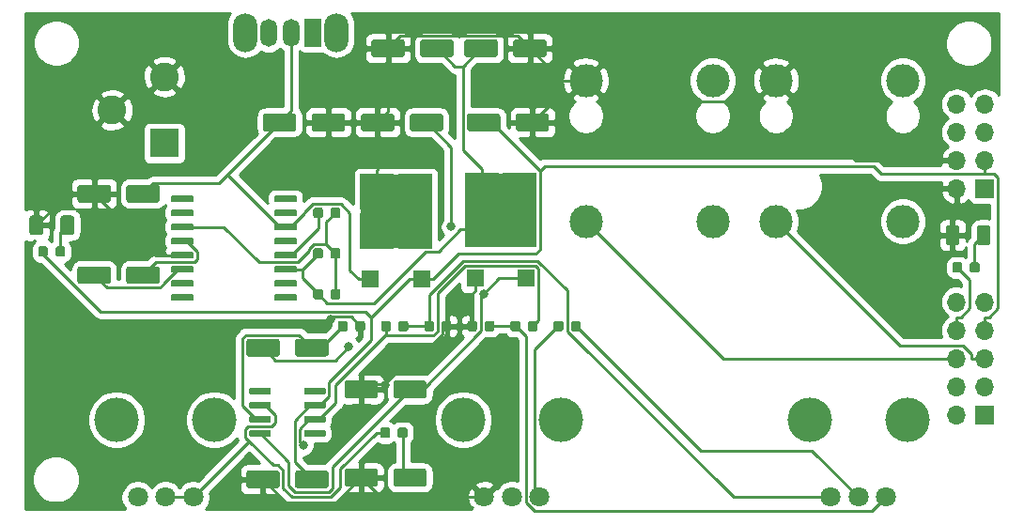
<source format=gtl>
G04 #@! TF.GenerationSoftware,KiCad,Pcbnew,(5.1.4)-1*
G04 #@! TF.CreationDate,2020-06-09T23:55:30+02:00*
G04 #@! TF.ProjectId,talkbox,74616c6b-626f-4782-9e6b-696361645f70,1.0*
G04 #@! TF.SameCoordinates,Original*
G04 #@! TF.FileFunction,Copper,L1,Top*
G04 #@! TF.FilePolarity,Positive*
%FSLAX46Y46*%
G04 Gerber Fmt 4.6, Leading zero omitted, Abs format (unit mm)*
G04 Created by KiCad (PCBNEW (5.1.4)-1) date 2020-06-09 23:55:30*
%MOMM*%
%LPD*%
G04 APERTURE LIST*
%ADD10C,2.600000*%
%ADD11R,2.600000X2.600000*%
%ADD12O,1.700000X1.700000*%
%ADD13R,1.700000X1.700000*%
%ADD14C,0.100000*%
%ADD15C,0.600000*%
%ADD16C,0.875000*%
%ADD17C,3.000000*%
%ADD18C,1.600000*%
%ADD19C,4.000000*%
%ADD20C,1.800000*%
%ADD21O,2.200000X3.500000*%
%ADD22O,1.500000X2.500000*%
%ADD23R,1.500000X2.500000*%
%ADD24R,3.100000X3.200000*%
%ADD25R,6.500000X6.700000*%
%ADD26R,1.500000X1.600000*%
%ADD27C,1.250000*%
%ADD28C,0.800000*%
%ADD29C,0.250000*%
%ADD30C,0.254000*%
G04 APERTURE END LIST*
D10*
X92035900Y-83360000D03*
X96735900Y-80360000D03*
D11*
X96735900Y-86360000D03*
D12*
X168135000Y-100686000D03*
X170675000Y-100686000D03*
X168135000Y-103226000D03*
X170675000Y-103226000D03*
X168135000Y-105766000D03*
X170675000Y-105766000D03*
X168135000Y-108306000D03*
X170675000Y-108306000D03*
X168135000Y-110846000D03*
D13*
X170675000Y-110846000D03*
D14*
G36*
X108536703Y-91077222D02*
G01*
X108551264Y-91079382D01*
X108565543Y-91082959D01*
X108579403Y-91087918D01*
X108592710Y-91094212D01*
X108605336Y-91101780D01*
X108617159Y-91110548D01*
X108628066Y-91120434D01*
X108637952Y-91131341D01*
X108646720Y-91143164D01*
X108654288Y-91155790D01*
X108660582Y-91169097D01*
X108665541Y-91182957D01*
X108669118Y-91197236D01*
X108671278Y-91211797D01*
X108672000Y-91226500D01*
X108672000Y-91526500D01*
X108671278Y-91541203D01*
X108669118Y-91555764D01*
X108665541Y-91570043D01*
X108660582Y-91583903D01*
X108654288Y-91597210D01*
X108646720Y-91609836D01*
X108637952Y-91621659D01*
X108628066Y-91632566D01*
X108617159Y-91642452D01*
X108605336Y-91651220D01*
X108592710Y-91658788D01*
X108579403Y-91665082D01*
X108565543Y-91670041D01*
X108551264Y-91673618D01*
X108536703Y-91675778D01*
X108522000Y-91676500D01*
X106772000Y-91676500D01*
X106757297Y-91675778D01*
X106742736Y-91673618D01*
X106728457Y-91670041D01*
X106714597Y-91665082D01*
X106701290Y-91658788D01*
X106688664Y-91651220D01*
X106676841Y-91642452D01*
X106665934Y-91632566D01*
X106656048Y-91621659D01*
X106647280Y-91609836D01*
X106639712Y-91597210D01*
X106633418Y-91583903D01*
X106628459Y-91570043D01*
X106624882Y-91555764D01*
X106622722Y-91541203D01*
X106622000Y-91526500D01*
X106622000Y-91226500D01*
X106622722Y-91211797D01*
X106624882Y-91197236D01*
X106628459Y-91182957D01*
X106633418Y-91169097D01*
X106639712Y-91155790D01*
X106647280Y-91143164D01*
X106656048Y-91131341D01*
X106665934Y-91120434D01*
X106676841Y-91110548D01*
X106688664Y-91101780D01*
X106701290Y-91094212D01*
X106714597Y-91087918D01*
X106728457Y-91082959D01*
X106742736Y-91079382D01*
X106757297Y-91077222D01*
X106772000Y-91076500D01*
X108522000Y-91076500D01*
X108536703Y-91077222D01*
X108536703Y-91077222D01*
G37*
D15*
X107647000Y-91376500D03*
D14*
G36*
X108536703Y-92347222D02*
G01*
X108551264Y-92349382D01*
X108565543Y-92352959D01*
X108579403Y-92357918D01*
X108592710Y-92364212D01*
X108605336Y-92371780D01*
X108617159Y-92380548D01*
X108628066Y-92390434D01*
X108637952Y-92401341D01*
X108646720Y-92413164D01*
X108654288Y-92425790D01*
X108660582Y-92439097D01*
X108665541Y-92452957D01*
X108669118Y-92467236D01*
X108671278Y-92481797D01*
X108672000Y-92496500D01*
X108672000Y-92796500D01*
X108671278Y-92811203D01*
X108669118Y-92825764D01*
X108665541Y-92840043D01*
X108660582Y-92853903D01*
X108654288Y-92867210D01*
X108646720Y-92879836D01*
X108637952Y-92891659D01*
X108628066Y-92902566D01*
X108617159Y-92912452D01*
X108605336Y-92921220D01*
X108592710Y-92928788D01*
X108579403Y-92935082D01*
X108565543Y-92940041D01*
X108551264Y-92943618D01*
X108536703Y-92945778D01*
X108522000Y-92946500D01*
X106772000Y-92946500D01*
X106757297Y-92945778D01*
X106742736Y-92943618D01*
X106728457Y-92940041D01*
X106714597Y-92935082D01*
X106701290Y-92928788D01*
X106688664Y-92921220D01*
X106676841Y-92912452D01*
X106665934Y-92902566D01*
X106656048Y-92891659D01*
X106647280Y-92879836D01*
X106639712Y-92867210D01*
X106633418Y-92853903D01*
X106628459Y-92840043D01*
X106624882Y-92825764D01*
X106622722Y-92811203D01*
X106622000Y-92796500D01*
X106622000Y-92496500D01*
X106622722Y-92481797D01*
X106624882Y-92467236D01*
X106628459Y-92452957D01*
X106633418Y-92439097D01*
X106639712Y-92425790D01*
X106647280Y-92413164D01*
X106656048Y-92401341D01*
X106665934Y-92390434D01*
X106676841Y-92380548D01*
X106688664Y-92371780D01*
X106701290Y-92364212D01*
X106714597Y-92357918D01*
X106728457Y-92352959D01*
X106742736Y-92349382D01*
X106757297Y-92347222D01*
X106772000Y-92346500D01*
X108522000Y-92346500D01*
X108536703Y-92347222D01*
X108536703Y-92347222D01*
G37*
D15*
X107647000Y-92646500D03*
D14*
G36*
X108536703Y-93617222D02*
G01*
X108551264Y-93619382D01*
X108565543Y-93622959D01*
X108579403Y-93627918D01*
X108592710Y-93634212D01*
X108605336Y-93641780D01*
X108617159Y-93650548D01*
X108628066Y-93660434D01*
X108637952Y-93671341D01*
X108646720Y-93683164D01*
X108654288Y-93695790D01*
X108660582Y-93709097D01*
X108665541Y-93722957D01*
X108669118Y-93737236D01*
X108671278Y-93751797D01*
X108672000Y-93766500D01*
X108672000Y-94066500D01*
X108671278Y-94081203D01*
X108669118Y-94095764D01*
X108665541Y-94110043D01*
X108660582Y-94123903D01*
X108654288Y-94137210D01*
X108646720Y-94149836D01*
X108637952Y-94161659D01*
X108628066Y-94172566D01*
X108617159Y-94182452D01*
X108605336Y-94191220D01*
X108592710Y-94198788D01*
X108579403Y-94205082D01*
X108565543Y-94210041D01*
X108551264Y-94213618D01*
X108536703Y-94215778D01*
X108522000Y-94216500D01*
X106772000Y-94216500D01*
X106757297Y-94215778D01*
X106742736Y-94213618D01*
X106728457Y-94210041D01*
X106714597Y-94205082D01*
X106701290Y-94198788D01*
X106688664Y-94191220D01*
X106676841Y-94182452D01*
X106665934Y-94172566D01*
X106656048Y-94161659D01*
X106647280Y-94149836D01*
X106639712Y-94137210D01*
X106633418Y-94123903D01*
X106628459Y-94110043D01*
X106624882Y-94095764D01*
X106622722Y-94081203D01*
X106622000Y-94066500D01*
X106622000Y-93766500D01*
X106622722Y-93751797D01*
X106624882Y-93737236D01*
X106628459Y-93722957D01*
X106633418Y-93709097D01*
X106639712Y-93695790D01*
X106647280Y-93683164D01*
X106656048Y-93671341D01*
X106665934Y-93660434D01*
X106676841Y-93650548D01*
X106688664Y-93641780D01*
X106701290Y-93634212D01*
X106714597Y-93627918D01*
X106728457Y-93622959D01*
X106742736Y-93619382D01*
X106757297Y-93617222D01*
X106772000Y-93616500D01*
X108522000Y-93616500D01*
X108536703Y-93617222D01*
X108536703Y-93617222D01*
G37*
D15*
X107647000Y-93916500D03*
D14*
G36*
X108536703Y-94887222D02*
G01*
X108551264Y-94889382D01*
X108565543Y-94892959D01*
X108579403Y-94897918D01*
X108592710Y-94904212D01*
X108605336Y-94911780D01*
X108617159Y-94920548D01*
X108628066Y-94930434D01*
X108637952Y-94941341D01*
X108646720Y-94953164D01*
X108654288Y-94965790D01*
X108660582Y-94979097D01*
X108665541Y-94992957D01*
X108669118Y-95007236D01*
X108671278Y-95021797D01*
X108672000Y-95036500D01*
X108672000Y-95336500D01*
X108671278Y-95351203D01*
X108669118Y-95365764D01*
X108665541Y-95380043D01*
X108660582Y-95393903D01*
X108654288Y-95407210D01*
X108646720Y-95419836D01*
X108637952Y-95431659D01*
X108628066Y-95442566D01*
X108617159Y-95452452D01*
X108605336Y-95461220D01*
X108592710Y-95468788D01*
X108579403Y-95475082D01*
X108565543Y-95480041D01*
X108551264Y-95483618D01*
X108536703Y-95485778D01*
X108522000Y-95486500D01*
X106772000Y-95486500D01*
X106757297Y-95485778D01*
X106742736Y-95483618D01*
X106728457Y-95480041D01*
X106714597Y-95475082D01*
X106701290Y-95468788D01*
X106688664Y-95461220D01*
X106676841Y-95452452D01*
X106665934Y-95442566D01*
X106656048Y-95431659D01*
X106647280Y-95419836D01*
X106639712Y-95407210D01*
X106633418Y-95393903D01*
X106628459Y-95380043D01*
X106624882Y-95365764D01*
X106622722Y-95351203D01*
X106622000Y-95336500D01*
X106622000Y-95036500D01*
X106622722Y-95021797D01*
X106624882Y-95007236D01*
X106628459Y-94992957D01*
X106633418Y-94979097D01*
X106639712Y-94965790D01*
X106647280Y-94953164D01*
X106656048Y-94941341D01*
X106665934Y-94930434D01*
X106676841Y-94920548D01*
X106688664Y-94911780D01*
X106701290Y-94904212D01*
X106714597Y-94897918D01*
X106728457Y-94892959D01*
X106742736Y-94889382D01*
X106757297Y-94887222D01*
X106772000Y-94886500D01*
X108522000Y-94886500D01*
X108536703Y-94887222D01*
X108536703Y-94887222D01*
G37*
D15*
X107647000Y-95186500D03*
D14*
G36*
X108536703Y-96157222D02*
G01*
X108551264Y-96159382D01*
X108565543Y-96162959D01*
X108579403Y-96167918D01*
X108592710Y-96174212D01*
X108605336Y-96181780D01*
X108617159Y-96190548D01*
X108628066Y-96200434D01*
X108637952Y-96211341D01*
X108646720Y-96223164D01*
X108654288Y-96235790D01*
X108660582Y-96249097D01*
X108665541Y-96262957D01*
X108669118Y-96277236D01*
X108671278Y-96291797D01*
X108672000Y-96306500D01*
X108672000Y-96606500D01*
X108671278Y-96621203D01*
X108669118Y-96635764D01*
X108665541Y-96650043D01*
X108660582Y-96663903D01*
X108654288Y-96677210D01*
X108646720Y-96689836D01*
X108637952Y-96701659D01*
X108628066Y-96712566D01*
X108617159Y-96722452D01*
X108605336Y-96731220D01*
X108592710Y-96738788D01*
X108579403Y-96745082D01*
X108565543Y-96750041D01*
X108551264Y-96753618D01*
X108536703Y-96755778D01*
X108522000Y-96756500D01*
X106772000Y-96756500D01*
X106757297Y-96755778D01*
X106742736Y-96753618D01*
X106728457Y-96750041D01*
X106714597Y-96745082D01*
X106701290Y-96738788D01*
X106688664Y-96731220D01*
X106676841Y-96722452D01*
X106665934Y-96712566D01*
X106656048Y-96701659D01*
X106647280Y-96689836D01*
X106639712Y-96677210D01*
X106633418Y-96663903D01*
X106628459Y-96650043D01*
X106624882Y-96635764D01*
X106622722Y-96621203D01*
X106622000Y-96606500D01*
X106622000Y-96306500D01*
X106622722Y-96291797D01*
X106624882Y-96277236D01*
X106628459Y-96262957D01*
X106633418Y-96249097D01*
X106639712Y-96235790D01*
X106647280Y-96223164D01*
X106656048Y-96211341D01*
X106665934Y-96200434D01*
X106676841Y-96190548D01*
X106688664Y-96181780D01*
X106701290Y-96174212D01*
X106714597Y-96167918D01*
X106728457Y-96162959D01*
X106742736Y-96159382D01*
X106757297Y-96157222D01*
X106772000Y-96156500D01*
X108522000Y-96156500D01*
X108536703Y-96157222D01*
X108536703Y-96157222D01*
G37*
D15*
X107647000Y-96456500D03*
D14*
G36*
X108536703Y-97427222D02*
G01*
X108551264Y-97429382D01*
X108565543Y-97432959D01*
X108579403Y-97437918D01*
X108592710Y-97444212D01*
X108605336Y-97451780D01*
X108617159Y-97460548D01*
X108628066Y-97470434D01*
X108637952Y-97481341D01*
X108646720Y-97493164D01*
X108654288Y-97505790D01*
X108660582Y-97519097D01*
X108665541Y-97532957D01*
X108669118Y-97547236D01*
X108671278Y-97561797D01*
X108672000Y-97576500D01*
X108672000Y-97876500D01*
X108671278Y-97891203D01*
X108669118Y-97905764D01*
X108665541Y-97920043D01*
X108660582Y-97933903D01*
X108654288Y-97947210D01*
X108646720Y-97959836D01*
X108637952Y-97971659D01*
X108628066Y-97982566D01*
X108617159Y-97992452D01*
X108605336Y-98001220D01*
X108592710Y-98008788D01*
X108579403Y-98015082D01*
X108565543Y-98020041D01*
X108551264Y-98023618D01*
X108536703Y-98025778D01*
X108522000Y-98026500D01*
X106772000Y-98026500D01*
X106757297Y-98025778D01*
X106742736Y-98023618D01*
X106728457Y-98020041D01*
X106714597Y-98015082D01*
X106701290Y-98008788D01*
X106688664Y-98001220D01*
X106676841Y-97992452D01*
X106665934Y-97982566D01*
X106656048Y-97971659D01*
X106647280Y-97959836D01*
X106639712Y-97947210D01*
X106633418Y-97933903D01*
X106628459Y-97920043D01*
X106624882Y-97905764D01*
X106622722Y-97891203D01*
X106622000Y-97876500D01*
X106622000Y-97576500D01*
X106622722Y-97561797D01*
X106624882Y-97547236D01*
X106628459Y-97532957D01*
X106633418Y-97519097D01*
X106639712Y-97505790D01*
X106647280Y-97493164D01*
X106656048Y-97481341D01*
X106665934Y-97470434D01*
X106676841Y-97460548D01*
X106688664Y-97451780D01*
X106701290Y-97444212D01*
X106714597Y-97437918D01*
X106728457Y-97432959D01*
X106742736Y-97429382D01*
X106757297Y-97427222D01*
X106772000Y-97426500D01*
X108522000Y-97426500D01*
X108536703Y-97427222D01*
X108536703Y-97427222D01*
G37*
D15*
X107647000Y-97726500D03*
D14*
G36*
X108536703Y-98697222D02*
G01*
X108551264Y-98699382D01*
X108565543Y-98702959D01*
X108579403Y-98707918D01*
X108592710Y-98714212D01*
X108605336Y-98721780D01*
X108617159Y-98730548D01*
X108628066Y-98740434D01*
X108637952Y-98751341D01*
X108646720Y-98763164D01*
X108654288Y-98775790D01*
X108660582Y-98789097D01*
X108665541Y-98802957D01*
X108669118Y-98817236D01*
X108671278Y-98831797D01*
X108672000Y-98846500D01*
X108672000Y-99146500D01*
X108671278Y-99161203D01*
X108669118Y-99175764D01*
X108665541Y-99190043D01*
X108660582Y-99203903D01*
X108654288Y-99217210D01*
X108646720Y-99229836D01*
X108637952Y-99241659D01*
X108628066Y-99252566D01*
X108617159Y-99262452D01*
X108605336Y-99271220D01*
X108592710Y-99278788D01*
X108579403Y-99285082D01*
X108565543Y-99290041D01*
X108551264Y-99293618D01*
X108536703Y-99295778D01*
X108522000Y-99296500D01*
X106772000Y-99296500D01*
X106757297Y-99295778D01*
X106742736Y-99293618D01*
X106728457Y-99290041D01*
X106714597Y-99285082D01*
X106701290Y-99278788D01*
X106688664Y-99271220D01*
X106676841Y-99262452D01*
X106665934Y-99252566D01*
X106656048Y-99241659D01*
X106647280Y-99229836D01*
X106639712Y-99217210D01*
X106633418Y-99203903D01*
X106628459Y-99190043D01*
X106624882Y-99175764D01*
X106622722Y-99161203D01*
X106622000Y-99146500D01*
X106622000Y-98846500D01*
X106622722Y-98831797D01*
X106624882Y-98817236D01*
X106628459Y-98802957D01*
X106633418Y-98789097D01*
X106639712Y-98775790D01*
X106647280Y-98763164D01*
X106656048Y-98751341D01*
X106665934Y-98740434D01*
X106676841Y-98730548D01*
X106688664Y-98721780D01*
X106701290Y-98714212D01*
X106714597Y-98707918D01*
X106728457Y-98702959D01*
X106742736Y-98699382D01*
X106757297Y-98697222D01*
X106772000Y-98696500D01*
X108522000Y-98696500D01*
X108536703Y-98697222D01*
X108536703Y-98697222D01*
G37*
D15*
X107647000Y-98996500D03*
D14*
G36*
X108536703Y-99967222D02*
G01*
X108551264Y-99969382D01*
X108565543Y-99972959D01*
X108579403Y-99977918D01*
X108592710Y-99984212D01*
X108605336Y-99991780D01*
X108617159Y-100000548D01*
X108628066Y-100010434D01*
X108637952Y-100021341D01*
X108646720Y-100033164D01*
X108654288Y-100045790D01*
X108660582Y-100059097D01*
X108665541Y-100072957D01*
X108669118Y-100087236D01*
X108671278Y-100101797D01*
X108672000Y-100116500D01*
X108672000Y-100416500D01*
X108671278Y-100431203D01*
X108669118Y-100445764D01*
X108665541Y-100460043D01*
X108660582Y-100473903D01*
X108654288Y-100487210D01*
X108646720Y-100499836D01*
X108637952Y-100511659D01*
X108628066Y-100522566D01*
X108617159Y-100532452D01*
X108605336Y-100541220D01*
X108592710Y-100548788D01*
X108579403Y-100555082D01*
X108565543Y-100560041D01*
X108551264Y-100563618D01*
X108536703Y-100565778D01*
X108522000Y-100566500D01*
X106772000Y-100566500D01*
X106757297Y-100565778D01*
X106742736Y-100563618D01*
X106728457Y-100560041D01*
X106714597Y-100555082D01*
X106701290Y-100548788D01*
X106688664Y-100541220D01*
X106676841Y-100532452D01*
X106665934Y-100522566D01*
X106656048Y-100511659D01*
X106647280Y-100499836D01*
X106639712Y-100487210D01*
X106633418Y-100473903D01*
X106628459Y-100460043D01*
X106624882Y-100445764D01*
X106622722Y-100431203D01*
X106622000Y-100416500D01*
X106622000Y-100116500D01*
X106622722Y-100101797D01*
X106624882Y-100087236D01*
X106628459Y-100072957D01*
X106633418Y-100059097D01*
X106639712Y-100045790D01*
X106647280Y-100033164D01*
X106656048Y-100021341D01*
X106665934Y-100010434D01*
X106676841Y-100000548D01*
X106688664Y-99991780D01*
X106701290Y-99984212D01*
X106714597Y-99977918D01*
X106728457Y-99972959D01*
X106742736Y-99969382D01*
X106757297Y-99967222D01*
X106772000Y-99966500D01*
X108522000Y-99966500D01*
X108536703Y-99967222D01*
X108536703Y-99967222D01*
G37*
D15*
X107647000Y-100266500D03*
D14*
G36*
X99236703Y-99967222D02*
G01*
X99251264Y-99969382D01*
X99265543Y-99972959D01*
X99279403Y-99977918D01*
X99292710Y-99984212D01*
X99305336Y-99991780D01*
X99317159Y-100000548D01*
X99328066Y-100010434D01*
X99337952Y-100021341D01*
X99346720Y-100033164D01*
X99354288Y-100045790D01*
X99360582Y-100059097D01*
X99365541Y-100072957D01*
X99369118Y-100087236D01*
X99371278Y-100101797D01*
X99372000Y-100116500D01*
X99372000Y-100416500D01*
X99371278Y-100431203D01*
X99369118Y-100445764D01*
X99365541Y-100460043D01*
X99360582Y-100473903D01*
X99354288Y-100487210D01*
X99346720Y-100499836D01*
X99337952Y-100511659D01*
X99328066Y-100522566D01*
X99317159Y-100532452D01*
X99305336Y-100541220D01*
X99292710Y-100548788D01*
X99279403Y-100555082D01*
X99265543Y-100560041D01*
X99251264Y-100563618D01*
X99236703Y-100565778D01*
X99222000Y-100566500D01*
X97472000Y-100566500D01*
X97457297Y-100565778D01*
X97442736Y-100563618D01*
X97428457Y-100560041D01*
X97414597Y-100555082D01*
X97401290Y-100548788D01*
X97388664Y-100541220D01*
X97376841Y-100532452D01*
X97365934Y-100522566D01*
X97356048Y-100511659D01*
X97347280Y-100499836D01*
X97339712Y-100487210D01*
X97333418Y-100473903D01*
X97328459Y-100460043D01*
X97324882Y-100445764D01*
X97322722Y-100431203D01*
X97322000Y-100416500D01*
X97322000Y-100116500D01*
X97322722Y-100101797D01*
X97324882Y-100087236D01*
X97328459Y-100072957D01*
X97333418Y-100059097D01*
X97339712Y-100045790D01*
X97347280Y-100033164D01*
X97356048Y-100021341D01*
X97365934Y-100010434D01*
X97376841Y-100000548D01*
X97388664Y-99991780D01*
X97401290Y-99984212D01*
X97414597Y-99977918D01*
X97428457Y-99972959D01*
X97442736Y-99969382D01*
X97457297Y-99967222D01*
X97472000Y-99966500D01*
X99222000Y-99966500D01*
X99236703Y-99967222D01*
X99236703Y-99967222D01*
G37*
D15*
X98347000Y-100266500D03*
D14*
G36*
X99236703Y-98697222D02*
G01*
X99251264Y-98699382D01*
X99265543Y-98702959D01*
X99279403Y-98707918D01*
X99292710Y-98714212D01*
X99305336Y-98721780D01*
X99317159Y-98730548D01*
X99328066Y-98740434D01*
X99337952Y-98751341D01*
X99346720Y-98763164D01*
X99354288Y-98775790D01*
X99360582Y-98789097D01*
X99365541Y-98802957D01*
X99369118Y-98817236D01*
X99371278Y-98831797D01*
X99372000Y-98846500D01*
X99372000Y-99146500D01*
X99371278Y-99161203D01*
X99369118Y-99175764D01*
X99365541Y-99190043D01*
X99360582Y-99203903D01*
X99354288Y-99217210D01*
X99346720Y-99229836D01*
X99337952Y-99241659D01*
X99328066Y-99252566D01*
X99317159Y-99262452D01*
X99305336Y-99271220D01*
X99292710Y-99278788D01*
X99279403Y-99285082D01*
X99265543Y-99290041D01*
X99251264Y-99293618D01*
X99236703Y-99295778D01*
X99222000Y-99296500D01*
X97472000Y-99296500D01*
X97457297Y-99295778D01*
X97442736Y-99293618D01*
X97428457Y-99290041D01*
X97414597Y-99285082D01*
X97401290Y-99278788D01*
X97388664Y-99271220D01*
X97376841Y-99262452D01*
X97365934Y-99252566D01*
X97356048Y-99241659D01*
X97347280Y-99229836D01*
X97339712Y-99217210D01*
X97333418Y-99203903D01*
X97328459Y-99190043D01*
X97324882Y-99175764D01*
X97322722Y-99161203D01*
X97322000Y-99146500D01*
X97322000Y-98846500D01*
X97322722Y-98831797D01*
X97324882Y-98817236D01*
X97328459Y-98802957D01*
X97333418Y-98789097D01*
X97339712Y-98775790D01*
X97347280Y-98763164D01*
X97356048Y-98751341D01*
X97365934Y-98740434D01*
X97376841Y-98730548D01*
X97388664Y-98721780D01*
X97401290Y-98714212D01*
X97414597Y-98707918D01*
X97428457Y-98702959D01*
X97442736Y-98699382D01*
X97457297Y-98697222D01*
X97472000Y-98696500D01*
X99222000Y-98696500D01*
X99236703Y-98697222D01*
X99236703Y-98697222D01*
G37*
D15*
X98347000Y-98996500D03*
D14*
G36*
X99236703Y-97427222D02*
G01*
X99251264Y-97429382D01*
X99265543Y-97432959D01*
X99279403Y-97437918D01*
X99292710Y-97444212D01*
X99305336Y-97451780D01*
X99317159Y-97460548D01*
X99328066Y-97470434D01*
X99337952Y-97481341D01*
X99346720Y-97493164D01*
X99354288Y-97505790D01*
X99360582Y-97519097D01*
X99365541Y-97532957D01*
X99369118Y-97547236D01*
X99371278Y-97561797D01*
X99372000Y-97576500D01*
X99372000Y-97876500D01*
X99371278Y-97891203D01*
X99369118Y-97905764D01*
X99365541Y-97920043D01*
X99360582Y-97933903D01*
X99354288Y-97947210D01*
X99346720Y-97959836D01*
X99337952Y-97971659D01*
X99328066Y-97982566D01*
X99317159Y-97992452D01*
X99305336Y-98001220D01*
X99292710Y-98008788D01*
X99279403Y-98015082D01*
X99265543Y-98020041D01*
X99251264Y-98023618D01*
X99236703Y-98025778D01*
X99222000Y-98026500D01*
X97472000Y-98026500D01*
X97457297Y-98025778D01*
X97442736Y-98023618D01*
X97428457Y-98020041D01*
X97414597Y-98015082D01*
X97401290Y-98008788D01*
X97388664Y-98001220D01*
X97376841Y-97992452D01*
X97365934Y-97982566D01*
X97356048Y-97971659D01*
X97347280Y-97959836D01*
X97339712Y-97947210D01*
X97333418Y-97933903D01*
X97328459Y-97920043D01*
X97324882Y-97905764D01*
X97322722Y-97891203D01*
X97322000Y-97876500D01*
X97322000Y-97576500D01*
X97322722Y-97561797D01*
X97324882Y-97547236D01*
X97328459Y-97532957D01*
X97333418Y-97519097D01*
X97339712Y-97505790D01*
X97347280Y-97493164D01*
X97356048Y-97481341D01*
X97365934Y-97470434D01*
X97376841Y-97460548D01*
X97388664Y-97451780D01*
X97401290Y-97444212D01*
X97414597Y-97437918D01*
X97428457Y-97432959D01*
X97442736Y-97429382D01*
X97457297Y-97427222D01*
X97472000Y-97426500D01*
X99222000Y-97426500D01*
X99236703Y-97427222D01*
X99236703Y-97427222D01*
G37*
D15*
X98347000Y-97726500D03*
D14*
G36*
X99236703Y-96157222D02*
G01*
X99251264Y-96159382D01*
X99265543Y-96162959D01*
X99279403Y-96167918D01*
X99292710Y-96174212D01*
X99305336Y-96181780D01*
X99317159Y-96190548D01*
X99328066Y-96200434D01*
X99337952Y-96211341D01*
X99346720Y-96223164D01*
X99354288Y-96235790D01*
X99360582Y-96249097D01*
X99365541Y-96262957D01*
X99369118Y-96277236D01*
X99371278Y-96291797D01*
X99372000Y-96306500D01*
X99372000Y-96606500D01*
X99371278Y-96621203D01*
X99369118Y-96635764D01*
X99365541Y-96650043D01*
X99360582Y-96663903D01*
X99354288Y-96677210D01*
X99346720Y-96689836D01*
X99337952Y-96701659D01*
X99328066Y-96712566D01*
X99317159Y-96722452D01*
X99305336Y-96731220D01*
X99292710Y-96738788D01*
X99279403Y-96745082D01*
X99265543Y-96750041D01*
X99251264Y-96753618D01*
X99236703Y-96755778D01*
X99222000Y-96756500D01*
X97472000Y-96756500D01*
X97457297Y-96755778D01*
X97442736Y-96753618D01*
X97428457Y-96750041D01*
X97414597Y-96745082D01*
X97401290Y-96738788D01*
X97388664Y-96731220D01*
X97376841Y-96722452D01*
X97365934Y-96712566D01*
X97356048Y-96701659D01*
X97347280Y-96689836D01*
X97339712Y-96677210D01*
X97333418Y-96663903D01*
X97328459Y-96650043D01*
X97324882Y-96635764D01*
X97322722Y-96621203D01*
X97322000Y-96606500D01*
X97322000Y-96306500D01*
X97322722Y-96291797D01*
X97324882Y-96277236D01*
X97328459Y-96262957D01*
X97333418Y-96249097D01*
X97339712Y-96235790D01*
X97347280Y-96223164D01*
X97356048Y-96211341D01*
X97365934Y-96200434D01*
X97376841Y-96190548D01*
X97388664Y-96181780D01*
X97401290Y-96174212D01*
X97414597Y-96167918D01*
X97428457Y-96162959D01*
X97442736Y-96159382D01*
X97457297Y-96157222D01*
X97472000Y-96156500D01*
X99222000Y-96156500D01*
X99236703Y-96157222D01*
X99236703Y-96157222D01*
G37*
D15*
X98347000Y-96456500D03*
D14*
G36*
X99236703Y-94887222D02*
G01*
X99251264Y-94889382D01*
X99265543Y-94892959D01*
X99279403Y-94897918D01*
X99292710Y-94904212D01*
X99305336Y-94911780D01*
X99317159Y-94920548D01*
X99328066Y-94930434D01*
X99337952Y-94941341D01*
X99346720Y-94953164D01*
X99354288Y-94965790D01*
X99360582Y-94979097D01*
X99365541Y-94992957D01*
X99369118Y-95007236D01*
X99371278Y-95021797D01*
X99372000Y-95036500D01*
X99372000Y-95336500D01*
X99371278Y-95351203D01*
X99369118Y-95365764D01*
X99365541Y-95380043D01*
X99360582Y-95393903D01*
X99354288Y-95407210D01*
X99346720Y-95419836D01*
X99337952Y-95431659D01*
X99328066Y-95442566D01*
X99317159Y-95452452D01*
X99305336Y-95461220D01*
X99292710Y-95468788D01*
X99279403Y-95475082D01*
X99265543Y-95480041D01*
X99251264Y-95483618D01*
X99236703Y-95485778D01*
X99222000Y-95486500D01*
X97472000Y-95486500D01*
X97457297Y-95485778D01*
X97442736Y-95483618D01*
X97428457Y-95480041D01*
X97414597Y-95475082D01*
X97401290Y-95468788D01*
X97388664Y-95461220D01*
X97376841Y-95452452D01*
X97365934Y-95442566D01*
X97356048Y-95431659D01*
X97347280Y-95419836D01*
X97339712Y-95407210D01*
X97333418Y-95393903D01*
X97328459Y-95380043D01*
X97324882Y-95365764D01*
X97322722Y-95351203D01*
X97322000Y-95336500D01*
X97322000Y-95036500D01*
X97322722Y-95021797D01*
X97324882Y-95007236D01*
X97328459Y-94992957D01*
X97333418Y-94979097D01*
X97339712Y-94965790D01*
X97347280Y-94953164D01*
X97356048Y-94941341D01*
X97365934Y-94930434D01*
X97376841Y-94920548D01*
X97388664Y-94911780D01*
X97401290Y-94904212D01*
X97414597Y-94897918D01*
X97428457Y-94892959D01*
X97442736Y-94889382D01*
X97457297Y-94887222D01*
X97472000Y-94886500D01*
X99222000Y-94886500D01*
X99236703Y-94887222D01*
X99236703Y-94887222D01*
G37*
D15*
X98347000Y-95186500D03*
D14*
G36*
X99236703Y-93617222D02*
G01*
X99251264Y-93619382D01*
X99265543Y-93622959D01*
X99279403Y-93627918D01*
X99292710Y-93634212D01*
X99305336Y-93641780D01*
X99317159Y-93650548D01*
X99328066Y-93660434D01*
X99337952Y-93671341D01*
X99346720Y-93683164D01*
X99354288Y-93695790D01*
X99360582Y-93709097D01*
X99365541Y-93722957D01*
X99369118Y-93737236D01*
X99371278Y-93751797D01*
X99372000Y-93766500D01*
X99372000Y-94066500D01*
X99371278Y-94081203D01*
X99369118Y-94095764D01*
X99365541Y-94110043D01*
X99360582Y-94123903D01*
X99354288Y-94137210D01*
X99346720Y-94149836D01*
X99337952Y-94161659D01*
X99328066Y-94172566D01*
X99317159Y-94182452D01*
X99305336Y-94191220D01*
X99292710Y-94198788D01*
X99279403Y-94205082D01*
X99265543Y-94210041D01*
X99251264Y-94213618D01*
X99236703Y-94215778D01*
X99222000Y-94216500D01*
X97472000Y-94216500D01*
X97457297Y-94215778D01*
X97442736Y-94213618D01*
X97428457Y-94210041D01*
X97414597Y-94205082D01*
X97401290Y-94198788D01*
X97388664Y-94191220D01*
X97376841Y-94182452D01*
X97365934Y-94172566D01*
X97356048Y-94161659D01*
X97347280Y-94149836D01*
X97339712Y-94137210D01*
X97333418Y-94123903D01*
X97328459Y-94110043D01*
X97324882Y-94095764D01*
X97322722Y-94081203D01*
X97322000Y-94066500D01*
X97322000Y-93766500D01*
X97322722Y-93751797D01*
X97324882Y-93737236D01*
X97328459Y-93722957D01*
X97333418Y-93709097D01*
X97339712Y-93695790D01*
X97347280Y-93683164D01*
X97356048Y-93671341D01*
X97365934Y-93660434D01*
X97376841Y-93650548D01*
X97388664Y-93641780D01*
X97401290Y-93634212D01*
X97414597Y-93627918D01*
X97428457Y-93622959D01*
X97442736Y-93619382D01*
X97457297Y-93617222D01*
X97472000Y-93616500D01*
X99222000Y-93616500D01*
X99236703Y-93617222D01*
X99236703Y-93617222D01*
G37*
D15*
X98347000Y-93916500D03*
D14*
G36*
X99236703Y-92347222D02*
G01*
X99251264Y-92349382D01*
X99265543Y-92352959D01*
X99279403Y-92357918D01*
X99292710Y-92364212D01*
X99305336Y-92371780D01*
X99317159Y-92380548D01*
X99328066Y-92390434D01*
X99337952Y-92401341D01*
X99346720Y-92413164D01*
X99354288Y-92425790D01*
X99360582Y-92439097D01*
X99365541Y-92452957D01*
X99369118Y-92467236D01*
X99371278Y-92481797D01*
X99372000Y-92496500D01*
X99372000Y-92796500D01*
X99371278Y-92811203D01*
X99369118Y-92825764D01*
X99365541Y-92840043D01*
X99360582Y-92853903D01*
X99354288Y-92867210D01*
X99346720Y-92879836D01*
X99337952Y-92891659D01*
X99328066Y-92902566D01*
X99317159Y-92912452D01*
X99305336Y-92921220D01*
X99292710Y-92928788D01*
X99279403Y-92935082D01*
X99265543Y-92940041D01*
X99251264Y-92943618D01*
X99236703Y-92945778D01*
X99222000Y-92946500D01*
X97472000Y-92946500D01*
X97457297Y-92945778D01*
X97442736Y-92943618D01*
X97428457Y-92940041D01*
X97414597Y-92935082D01*
X97401290Y-92928788D01*
X97388664Y-92921220D01*
X97376841Y-92912452D01*
X97365934Y-92902566D01*
X97356048Y-92891659D01*
X97347280Y-92879836D01*
X97339712Y-92867210D01*
X97333418Y-92853903D01*
X97328459Y-92840043D01*
X97324882Y-92825764D01*
X97322722Y-92811203D01*
X97322000Y-92796500D01*
X97322000Y-92496500D01*
X97322722Y-92481797D01*
X97324882Y-92467236D01*
X97328459Y-92452957D01*
X97333418Y-92439097D01*
X97339712Y-92425790D01*
X97347280Y-92413164D01*
X97356048Y-92401341D01*
X97365934Y-92390434D01*
X97376841Y-92380548D01*
X97388664Y-92371780D01*
X97401290Y-92364212D01*
X97414597Y-92357918D01*
X97428457Y-92352959D01*
X97442736Y-92349382D01*
X97457297Y-92347222D01*
X97472000Y-92346500D01*
X99222000Y-92346500D01*
X99236703Y-92347222D01*
X99236703Y-92347222D01*
G37*
D15*
X98347000Y-92646500D03*
D14*
G36*
X99236703Y-91077222D02*
G01*
X99251264Y-91079382D01*
X99265543Y-91082959D01*
X99279403Y-91087918D01*
X99292710Y-91094212D01*
X99305336Y-91101780D01*
X99317159Y-91110548D01*
X99328066Y-91120434D01*
X99337952Y-91131341D01*
X99346720Y-91143164D01*
X99354288Y-91155790D01*
X99360582Y-91169097D01*
X99365541Y-91182957D01*
X99369118Y-91197236D01*
X99371278Y-91211797D01*
X99372000Y-91226500D01*
X99372000Y-91526500D01*
X99371278Y-91541203D01*
X99369118Y-91555764D01*
X99365541Y-91570043D01*
X99360582Y-91583903D01*
X99354288Y-91597210D01*
X99346720Y-91609836D01*
X99337952Y-91621659D01*
X99328066Y-91632566D01*
X99317159Y-91642452D01*
X99305336Y-91651220D01*
X99292710Y-91658788D01*
X99279403Y-91665082D01*
X99265543Y-91670041D01*
X99251264Y-91673618D01*
X99236703Y-91675778D01*
X99222000Y-91676500D01*
X97472000Y-91676500D01*
X97457297Y-91675778D01*
X97442736Y-91673618D01*
X97428457Y-91670041D01*
X97414597Y-91665082D01*
X97401290Y-91658788D01*
X97388664Y-91651220D01*
X97376841Y-91642452D01*
X97365934Y-91632566D01*
X97356048Y-91621659D01*
X97347280Y-91609836D01*
X97339712Y-91597210D01*
X97333418Y-91583903D01*
X97328459Y-91570043D01*
X97324882Y-91555764D01*
X97322722Y-91541203D01*
X97322000Y-91526500D01*
X97322000Y-91226500D01*
X97322722Y-91211797D01*
X97324882Y-91197236D01*
X97328459Y-91182957D01*
X97333418Y-91169097D01*
X97339712Y-91155790D01*
X97347280Y-91143164D01*
X97356048Y-91131341D01*
X97365934Y-91120434D01*
X97376841Y-91110548D01*
X97388664Y-91101780D01*
X97401290Y-91094212D01*
X97414597Y-91087918D01*
X97428457Y-91082959D01*
X97442736Y-91079382D01*
X97457297Y-91077222D01*
X97472000Y-91076500D01*
X99222000Y-91076500D01*
X99236703Y-91077222D01*
X99236703Y-91077222D01*
G37*
D15*
X98347000Y-91376500D03*
D14*
G36*
X110831691Y-92159853D02*
G01*
X110852926Y-92163003D01*
X110873750Y-92168219D01*
X110893962Y-92175451D01*
X110913368Y-92184630D01*
X110931781Y-92195666D01*
X110949024Y-92208454D01*
X110964930Y-92222870D01*
X110979346Y-92238776D01*
X110992134Y-92256019D01*
X111003170Y-92274432D01*
X111012349Y-92293838D01*
X111019581Y-92314050D01*
X111024797Y-92334874D01*
X111027947Y-92356109D01*
X111029000Y-92377550D01*
X111029000Y-92890050D01*
X111027947Y-92911491D01*
X111024797Y-92932726D01*
X111019581Y-92953550D01*
X111012349Y-92973762D01*
X111003170Y-92993168D01*
X110992134Y-93011581D01*
X110979346Y-93028824D01*
X110964930Y-93044730D01*
X110949024Y-93059146D01*
X110931781Y-93071934D01*
X110913368Y-93082970D01*
X110893962Y-93092149D01*
X110873750Y-93099381D01*
X110852926Y-93104597D01*
X110831691Y-93107747D01*
X110810250Y-93108800D01*
X110372750Y-93108800D01*
X110351309Y-93107747D01*
X110330074Y-93104597D01*
X110309250Y-93099381D01*
X110289038Y-93092149D01*
X110269632Y-93082970D01*
X110251219Y-93071934D01*
X110233976Y-93059146D01*
X110218070Y-93044730D01*
X110203654Y-93028824D01*
X110190866Y-93011581D01*
X110179830Y-92993168D01*
X110170651Y-92973762D01*
X110163419Y-92953550D01*
X110158203Y-92932726D01*
X110155053Y-92911491D01*
X110154000Y-92890050D01*
X110154000Y-92377550D01*
X110155053Y-92356109D01*
X110158203Y-92334874D01*
X110163419Y-92314050D01*
X110170651Y-92293838D01*
X110179830Y-92274432D01*
X110190866Y-92256019D01*
X110203654Y-92238776D01*
X110218070Y-92222870D01*
X110233976Y-92208454D01*
X110251219Y-92195666D01*
X110269632Y-92184630D01*
X110289038Y-92175451D01*
X110309250Y-92168219D01*
X110330074Y-92163003D01*
X110351309Y-92159853D01*
X110372750Y-92158800D01*
X110810250Y-92158800D01*
X110831691Y-92159853D01*
X110831691Y-92159853D01*
G37*
D16*
X110591500Y-92633800D03*
D14*
G36*
X112406691Y-92159853D02*
G01*
X112427926Y-92163003D01*
X112448750Y-92168219D01*
X112468962Y-92175451D01*
X112488368Y-92184630D01*
X112506781Y-92195666D01*
X112524024Y-92208454D01*
X112539930Y-92222870D01*
X112554346Y-92238776D01*
X112567134Y-92256019D01*
X112578170Y-92274432D01*
X112587349Y-92293838D01*
X112594581Y-92314050D01*
X112599797Y-92334874D01*
X112602947Y-92356109D01*
X112604000Y-92377550D01*
X112604000Y-92890050D01*
X112602947Y-92911491D01*
X112599797Y-92932726D01*
X112594581Y-92953550D01*
X112587349Y-92973762D01*
X112578170Y-92993168D01*
X112567134Y-93011581D01*
X112554346Y-93028824D01*
X112539930Y-93044730D01*
X112524024Y-93059146D01*
X112506781Y-93071934D01*
X112488368Y-93082970D01*
X112468962Y-93092149D01*
X112448750Y-93099381D01*
X112427926Y-93104597D01*
X112406691Y-93107747D01*
X112385250Y-93108800D01*
X111947750Y-93108800D01*
X111926309Y-93107747D01*
X111905074Y-93104597D01*
X111884250Y-93099381D01*
X111864038Y-93092149D01*
X111844632Y-93082970D01*
X111826219Y-93071934D01*
X111808976Y-93059146D01*
X111793070Y-93044730D01*
X111778654Y-93028824D01*
X111765866Y-93011581D01*
X111754830Y-92993168D01*
X111745651Y-92973762D01*
X111738419Y-92953550D01*
X111733203Y-92932726D01*
X111730053Y-92911491D01*
X111729000Y-92890050D01*
X111729000Y-92377550D01*
X111730053Y-92356109D01*
X111733203Y-92334874D01*
X111738419Y-92314050D01*
X111745651Y-92293838D01*
X111754830Y-92274432D01*
X111765866Y-92256019D01*
X111778654Y-92238776D01*
X111793070Y-92222870D01*
X111808976Y-92208454D01*
X111826219Y-92195666D01*
X111844632Y-92184630D01*
X111864038Y-92175451D01*
X111884250Y-92168219D01*
X111905074Y-92163003D01*
X111926309Y-92159853D01*
X111947750Y-92158800D01*
X112385250Y-92158800D01*
X112406691Y-92159853D01*
X112406691Y-92159853D01*
G37*
D16*
X112166500Y-92633800D03*
D14*
G36*
X124720691Y-102371053D02*
G01*
X124741926Y-102374203D01*
X124762750Y-102379419D01*
X124782962Y-102386651D01*
X124802368Y-102395830D01*
X124820781Y-102406866D01*
X124838024Y-102419654D01*
X124853930Y-102434070D01*
X124868346Y-102449976D01*
X124881134Y-102467219D01*
X124892170Y-102485632D01*
X124901349Y-102505038D01*
X124908581Y-102525250D01*
X124913797Y-102546074D01*
X124916947Y-102567309D01*
X124918000Y-102588750D01*
X124918000Y-103101250D01*
X124916947Y-103122691D01*
X124913797Y-103143926D01*
X124908581Y-103164750D01*
X124901349Y-103184962D01*
X124892170Y-103204368D01*
X124881134Y-103222781D01*
X124868346Y-103240024D01*
X124853930Y-103255930D01*
X124838024Y-103270346D01*
X124820781Y-103283134D01*
X124802368Y-103294170D01*
X124782962Y-103303349D01*
X124762750Y-103310581D01*
X124741926Y-103315797D01*
X124720691Y-103318947D01*
X124699250Y-103320000D01*
X124261750Y-103320000D01*
X124240309Y-103318947D01*
X124219074Y-103315797D01*
X124198250Y-103310581D01*
X124178038Y-103303349D01*
X124158632Y-103294170D01*
X124140219Y-103283134D01*
X124122976Y-103270346D01*
X124107070Y-103255930D01*
X124092654Y-103240024D01*
X124079866Y-103222781D01*
X124068830Y-103204368D01*
X124059651Y-103184962D01*
X124052419Y-103164750D01*
X124047203Y-103143926D01*
X124044053Y-103122691D01*
X124043000Y-103101250D01*
X124043000Y-102588750D01*
X124044053Y-102567309D01*
X124047203Y-102546074D01*
X124052419Y-102525250D01*
X124059651Y-102505038D01*
X124068830Y-102485632D01*
X124079866Y-102467219D01*
X124092654Y-102449976D01*
X124107070Y-102434070D01*
X124122976Y-102419654D01*
X124140219Y-102406866D01*
X124158632Y-102395830D01*
X124178038Y-102386651D01*
X124198250Y-102379419D01*
X124219074Y-102374203D01*
X124240309Y-102371053D01*
X124261750Y-102370000D01*
X124699250Y-102370000D01*
X124720691Y-102371053D01*
X124720691Y-102371053D01*
G37*
D16*
X124480500Y-102845000D03*
D14*
G36*
X126295691Y-102371053D02*
G01*
X126316926Y-102374203D01*
X126337750Y-102379419D01*
X126357962Y-102386651D01*
X126377368Y-102395830D01*
X126395781Y-102406866D01*
X126413024Y-102419654D01*
X126428930Y-102434070D01*
X126443346Y-102449976D01*
X126456134Y-102467219D01*
X126467170Y-102485632D01*
X126476349Y-102505038D01*
X126483581Y-102525250D01*
X126488797Y-102546074D01*
X126491947Y-102567309D01*
X126493000Y-102588750D01*
X126493000Y-103101250D01*
X126491947Y-103122691D01*
X126488797Y-103143926D01*
X126483581Y-103164750D01*
X126476349Y-103184962D01*
X126467170Y-103204368D01*
X126456134Y-103222781D01*
X126443346Y-103240024D01*
X126428930Y-103255930D01*
X126413024Y-103270346D01*
X126395781Y-103283134D01*
X126377368Y-103294170D01*
X126357962Y-103303349D01*
X126337750Y-103310581D01*
X126316926Y-103315797D01*
X126295691Y-103318947D01*
X126274250Y-103320000D01*
X125836750Y-103320000D01*
X125815309Y-103318947D01*
X125794074Y-103315797D01*
X125773250Y-103310581D01*
X125753038Y-103303349D01*
X125733632Y-103294170D01*
X125715219Y-103283134D01*
X125697976Y-103270346D01*
X125682070Y-103255930D01*
X125667654Y-103240024D01*
X125654866Y-103222781D01*
X125643830Y-103204368D01*
X125634651Y-103184962D01*
X125627419Y-103164750D01*
X125622203Y-103143926D01*
X125619053Y-103122691D01*
X125618000Y-103101250D01*
X125618000Y-102588750D01*
X125619053Y-102567309D01*
X125622203Y-102546074D01*
X125627419Y-102525250D01*
X125634651Y-102505038D01*
X125643830Y-102485632D01*
X125654866Y-102467219D01*
X125667654Y-102449976D01*
X125682070Y-102434070D01*
X125697976Y-102419654D01*
X125715219Y-102406866D01*
X125733632Y-102395830D01*
X125753038Y-102386651D01*
X125773250Y-102379419D01*
X125794074Y-102374203D01*
X125815309Y-102371053D01*
X125836750Y-102370000D01*
X126274250Y-102370000D01*
X126295691Y-102371053D01*
X126295691Y-102371053D01*
G37*
D16*
X126055500Y-102845000D03*
D14*
G36*
X116942691Y-102371053D02*
G01*
X116963926Y-102374203D01*
X116984750Y-102379419D01*
X117004962Y-102386651D01*
X117024368Y-102395830D01*
X117042781Y-102406866D01*
X117060024Y-102419654D01*
X117075930Y-102434070D01*
X117090346Y-102449976D01*
X117103134Y-102467219D01*
X117114170Y-102485632D01*
X117123349Y-102505038D01*
X117130581Y-102525250D01*
X117135797Y-102546074D01*
X117138947Y-102567309D01*
X117140000Y-102588750D01*
X117140000Y-103101250D01*
X117138947Y-103122691D01*
X117135797Y-103143926D01*
X117130581Y-103164750D01*
X117123349Y-103184962D01*
X117114170Y-103204368D01*
X117103134Y-103222781D01*
X117090346Y-103240024D01*
X117075930Y-103255930D01*
X117060024Y-103270346D01*
X117042781Y-103283134D01*
X117024368Y-103294170D01*
X117004962Y-103303349D01*
X116984750Y-103310581D01*
X116963926Y-103315797D01*
X116942691Y-103318947D01*
X116921250Y-103320000D01*
X116483750Y-103320000D01*
X116462309Y-103318947D01*
X116441074Y-103315797D01*
X116420250Y-103310581D01*
X116400038Y-103303349D01*
X116380632Y-103294170D01*
X116362219Y-103283134D01*
X116344976Y-103270346D01*
X116329070Y-103255930D01*
X116314654Y-103240024D01*
X116301866Y-103222781D01*
X116290830Y-103204368D01*
X116281651Y-103184962D01*
X116274419Y-103164750D01*
X116269203Y-103143926D01*
X116266053Y-103122691D01*
X116265000Y-103101250D01*
X116265000Y-102588750D01*
X116266053Y-102567309D01*
X116269203Y-102546074D01*
X116274419Y-102525250D01*
X116281651Y-102505038D01*
X116290830Y-102485632D01*
X116301866Y-102467219D01*
X116314654Y-102449976D01*
X116329070Y-102434070D01*
X116344976Y-102419654D01*
X116362219Y-102406866D01*
X116380632Y-102395830D01*
X116400038Y-102386651D01*
X116420250Y-102379419D01*
X116441074Y-102374203D01*
X116462309Y-102371053D01*
X116483750Y-102370000D01*
X116921250Y-102370000D01*
X116942691Y-102371053D01*
X116942691Y-102371053D01*
G37*
D16*
X116702500Y-102845000D03*
D14*
G36*
X118517691Y-102371053D02*
G01*
X118538926Y-102374203D01*
X118559750Y-102379419D01*
X118579962Y-102386651D01*
X118599368Y-102395830D01*
X118617781Y-102406866D01*
X118635024Y-102419654D01*
X118650930Y-102434070D01*
X118665346Y-102449976D01*
X118678134Y-102467219D01*
X118689170Y-102485632D01*
X118698349Y-102505038D01*
X118705581Y-102525250D01*
X118710797Y-102546074D01*
X118713947Y-102567309D01*
X118715000Y-102588750D01*
X118715000Y-103101250D01*
X118713947Y-103122691D01*
X118710797Y-103143926D01*
X118705581Y-103164750D01*
X118698349Y-103184962D01*
X118689170Y-103204368D01*
X118678134Y-103222781D01*
X118665346Y-103240024D01*
X118650930Y-103255930D01*
X118635024Y-103270346D01*
X118617781Y-103283134D01*
X118599368Y-103294170D01*
X118579962Y-103303349D01*
X118559750Y-103310581D01*
X118538926Y-103315797D01*
X118517691Y-103318947D01*
X118496250Y-103320000D01*
X118058750Y-103320000D01*
X118037309Y-103318947D01*
X118016074Y-103315797D01*
X117995250Y-103310581D01*
X117975038Y-103303349D01*
X117955632Y-103294170D01*
X117937219Y-103283134D01*
X117919976Y-103270346D01*
X117904070Y-103255930D01*
X117889654Y-103240024D01*
X117876866Y-103222781D01*
X117865830Y-103204368D01*
X117856651Y-103184962D01*
X117849419Y-103164750D01*
X117844203Y-103143926D01*
X117841053Y-103122691D01*
X117840000Y-103101250D01*
X117840000Y-102588750D01*
X117841053Y-102567309D01*
X117844203Y-102546074D01*
X117849419Y-102525250D01*
X117856651Y-102505038D01*
X117865830Y-102485632D01*
X117876866Y-102467219D01*
X117889654Y-102449976D01*
X117904070Y-102434070D01*
X117919976Y-102419654D01*
X117937219Y-102406866D01*
X117955632Y-102395830D01*
X117975038Y-102386651D01*
X117995250Y-102379419D01*
X118016074Y-102374203D01*
X118037309Y-102371053D01*
X118058750Y-102370000D01*
X118496250Y-102370000D01*
X118517691Y-102371053D01*
X118517691Y-102371053D01*
G37*
D16*
X118277500Y-102845000D03*
D17*
X163284000Y-93395800D03*
X163284000Y-80695800D03*
X151854000Y-80695800D03*
X151854000Y-93395800D03*
D12*
X168135000Y-82829400D03*
X170675000Y-82829400D03*
X168135000Y-85369400D03*
X170675000Y-85369400D03*
X168135000Y-87909400D03*
X170675000Y-87909400D03*
X168135000Y-90449400D03*
D13*
X170675000Y-90449400D03*
D14*
G36*
X121635504Y-83681604D02*
G01*
X121659773Y-83685204D01*
X121683571Y-83691165D01*
X121706671Y-83699430D01*
X121728849Y-83709920D01*
X121749893Y-83722533D01*
X121769598Y-83737147D01*
X121787777Y-83753623D01*
X121804253Y-83771802D01*
X121818867Y-83791507D01*
X121831480Y-83812551D01*
X121841970Y-83834729D01*
X121850235Y-83857829D01*
X121856196Y-83881627D01*
X121859796Y-83905896D01*
X121861000Y-83930400D01*
X121861000Y-85030400D01*
X121859796Y-85054904D01*
X121856196Y-85079173D01*
X121850235Y-85102971D01*
X121841970Y-85126071D01*
X121831480Y-85148249D01*
X121818867Y-85169293D01*
X121804253Y-85188998D01*
X121787777Y-85207177D01*
X121769598Y-85223653D01*
X121749893Y-85238267D01*
X121728849Y-85250880D01*
X121706671Y-85261370D01*
X121683571Y-85269635D01*
X121659773Y-85275596D01*
X121635504Y-85279196D01*
X121611000Y-85280400D01*
X119111000Y-85280400D01*
X119086496Y-85279196D01*
X119062227Y-85275596D01*
X119038429Y-85269635D01*
X119015329Y-85261370D01*
X118993151Y-85250880D01*
X118972107Y-85238267D01*
X118952402Y-85223653D01*
X118934223Y-85207177D01*
X118917747Y-85188998D01*
X118903133Y-85169293D01*
X118890520Y-85148249D01*
X118880030Y-85126071D01*
X118871765Y-85102971D01*
X118865804Y-85079173D01*
X118862204Y-85054904D01*
X118861000Y-85030400D01*
X118861000Y-83930400D01*
X118862204Y-83905896D01*
X118865804Y-83881627D01*
X118871765Y-83857829D01*
X118880030Y-83834729D01*
X118890520Y-83812551D01*
X118903133Y-83791507D01*
X118917747Y-83771802D01*
X118934223Y-83753623D01*
X118952402Y-83737147D01*
X118972107Y-83722533D01*
X118993151Y-83709920D01*
X119015329Y-83699430D01*
X119038429Y-83691165D01*
X119062227Y-83685204D01*
X119086496Y-83681604D01*
X119111000Y-83680400D01*
X121611000Y-83680400D01*
X121635504Y-83681604D01*
X121635504Y-83681604D01*
G37*
D18*
X120361000Y-84480400D03*
D14*
G36*
X117235504Y-83681604D02*
G01*
X117259773Y-83685204D01*
X117283571Y-83691165D01*
X117306671Y-83699430D01*
X117328849Y-83709920D01*
X117349893Y-83722533D01*
X117369598Y-83737147D01*
X117387777Y-83753623D01*
X117404253Y-83771802D01*
X117418867Y-83791507D01*
X117431480Y-83812551D01*
X117441970Y-83834729D01*
X117450235Y-83857829D01*
X117456196Y-83881627D01*
X117459796Y-83905896D01*
X117461000Y-83930400D01*
X117461000Y-85030400D01*
X117459796Y-85054904D01*
X117456196Y-85079173D01*
X117450235Y-85102971D01*
X117441970Y-85126071D01*
X117431480Y-85148249D01*
X117418867Y-85169293D01*
X117404253Y-85188998D01*
X117387777Y-85207177D01*
X117369598Y-85223653D01*
X117349893Y-85238267D01*
X117328849Y-85250880D01*
X117306671Y-85261370D01*
X117283571Y-85269635D01*
X117259773Y-85275596D01*
X117235504Y-85279196D01*
X117211000Y-85280400D01*
X114711000Y-85280400D01*
X114686496Y-85279196D01*
X114662227Y-85275596D01*
X114638429Y-85269635D01*
X114615329Y-85261370D01*
X114593151Y-85250880D01*
X114572107Y-85238267D01*
X114552402Y-85223653D01*
X114534223Y-85207177D01*
X114517747Y-85188998D01*
X114503133Y-85169293D01*
X114490520Y-85148249D01*
X114480030Y-85126071D01*
X114471765Y-85102971D01*
X114465804Y-85079173D01*
X114462204Y-85054904D01*
X114461000Y-85030400D01*
X114461000Y-83930400D01*
X114462204Y-83905896D01*
X114465804Y-83881627D01*
X114471765Y-83857829D01*
X114480030Y-83834729D01*
X114490520Y-83812551D01*
X114503133Y-83791507D01*
X114517747Y-83771802D01*
X114534223Y-83753623D01*
X114552402Y-83737147D01*
X114572107Y-83722533D01*
X114593151Y-83709920D01*
X114615329Y-83699430D01*
X114638429Y-83691165D01*
X114662227Y-83685204D01*
X114686496Y-83681604D01*
X114711000Y-83680400D01*
X117211000Y-83680400D01*
X117235504Y-83681604D01*
X117235504Y-83681604D01*
G37*
D18*
X115961000Y-84480400D03*
D14*
G36*
X112406691Y-95823853D02*
G01*
X112427926Y-95827003D01*
X112448750Y-95832219D01*
X112468962Y-95839451D01*
X112488368Y-95848630D01*
X112506781Y-95859666D01*
X112524024Y-95872454D01*
X112539930Y-95886870D01*
X112554346Y-95902776D01*
X112567134Y-95920019D01*
X112578170Y-95938432D01*
X112587349Y-95957838D01*
X112594581Y-95978050D01*
X112599797Y-95998874D01*
X112602947Y-96020109D01*
X112604000Y-96041550D01*
X112604000Y-96554050D01*
X112602947Y-96575491D01*
X112599797Y-96596726D01*
X112594581Y-96617550D01*
X112587349Y-96637762D01*
X112578170Y-96657168D01*
X112567134Y-96675581D01*
X112554346Y-96692824D01*
X112539930Y-96708730D01*
X112524024Y-96723146D01*
X112506781Y-96735934D01*
X112488368Y-96746970D01*
X112468962Y-96756149D01*
X112448750Y-96763381D01*
X112427926Y-96768597D01*
X112406691Y-96771747D01*
X112385250Y-96772800D01*
X111947750Y-96772800D01*
X111926309Y-96771747D01*
X111905074Y-96768597D01*
X111884250Y-96763381D01*
X111864038Y-96756149D01*
X111844632Y-96746970D01*
X111826219Y-96735934D01*
X111808976Y-96723146D01*
X111793070Y-96708730D01*
X111778654Y-96692824D01*
X111765866Y-96675581D01*
X111754830Y-96657168D01*
X111745651Y-96637762D01*
X111738419Y-96617550D01*
X111733203Y-96596726D01*
X111730053Y-96575491D01*
X111729000Y-96554050D01*
X111729000Y-96041550D01*
X111730053Y-96020109D01*
X111733203Y-95998874D01*
X111738419Y-95978050D01*
X111745651Y-95957838D01*
X111754830Y-95938432D01*
X111765866Y-95920019D01*
X111778654Y-95902776D01*
X111793070Y-95886870D01*
X111808976Y-95872454D01*
X111826219Y-95859666D01*
X111844632Y-95848630D01*
X111864038Y-95839451D01*
X111884250Y-95832219D01*
X111905074Y-95827003D01*
X111926309Y-95823853D01*
X111947750Y-95822800D01*
X112385250Y-95822800D01*
X112406691Y-95823853D01*
X112406691Y-95823853D01*
G37*
D16*
X112166500Y-96297800D03*
D14*
G36*
X110831691Y-95823853D02*
G01*
X110852926Y-95827003D01*
X110873750Y-95832219D01*
X110893962Y-95839451D01*
X110913368Y-95848630D01*
X110931781Y-95859666D01*
X110949024Y-95872454D01*
X110964930Y-95886870D01*
X110979346Y-95902776D01*
X110992134Y-95920019D01*
X111003170Y-95938432D01*
X111012349Y-95957838D01*
X111019581Y-95978050D01*
X111024797Y-95998874D01*
X111027947Y-96020109D01*
X111029000Y-96041550D01*
X111029000Y-96554050D01*
X111027947Y-96575491D01*
X111024797Y-96596726D01*
X111019581Y-96617550D01*
X111012349Y-96637762D01*
X111003170Y-96657168D01*
X110992134Y-96675581D01*
X110979346Y-96692824D01*
X110964930Y-96708730D01*
X110949024Y-96723146D01*
X110931781Y-96735934D01*
X110913368Y-96746970D01*
X110893962Y-96756149D01*
X110873750Y-96763381D01*
X110852926Y-96768597D01*
X110831691Y-96771747D01*
X110810250Y-96772800D01*
X110372750Y-96772800D01*
X110351309Y-96771747D01*
X110330074Y-96768597D01*
X110309250Y-96763381D01*
X110289038Y-96756149D01*
X110269632Y-96746970D01*
X110251219Y-96735934D01*
X110233976Y-96723146D01*
X110218070Y-96708730D01*
X110203654Y-96692824D01*
X110190866Y-96675581D01*
X110179830Y-96657168D01*
X110170651Y-96637762D01*
X110163419Y-96617550D01*
X110158203Y-96596726D01*
X110155053Y-96575491D01*
X110154000Y-96554050D01*
X110154000Y-96041550D01*
X110155053Y-96020109D01*
X110158203Y-95998874D01*
X110163419Y-95978050D01*
X110170651Y-95957838D01*
X110179830Y-95938432D01*
X110190866Y-95920019D01*
X110203654Y-95902776D01*
X110218070Y-95886870D01*
X110233976Y-95872454D01*
X110251219Y-95859666D01*
X110269632Y-95848630D01*
X110289038Y-95839451D01*
X110309250Y-95832219D01*
X110330074Y-95827003D01*
X110351309Y-95823853D01*
X110372750Y-95822800D01*
X110810250Y-95822800D01*
X110831691Y-95823853D01*
X110831691Y-95823853D01*
G37*
D16*
X110591500Y-96297800D03*
D14*
G36*
X91682904Y-97461104D02*
G01*
X91707173Y-97464704D01*
X91730971Y-97470665D01*
X91754071Y-97478930D01*
X91776249Y-97489420D01*
X91797293Y-97502033D01*
X91816998Y-97516647D01*
X91835177Y-97533123D01*
X91851653Y-97551302D01*
X91866267Y-97571007D01*
X91878880Y-97592051D01*
X91889370Y-97614229D01*
X91897635Y-97637329D01*
X91903596Y-97661127D01*
X91907196Y-97685396D01*
X91908400Y-97709900D01*
X91908400Y-98809900D01*
X91907196Y-98834404D01*
X91903596Y-98858673D01*
X91897635Y-98882471D01*
X91889370Y-98905571D01*
X91878880Y-98927749D01*
X91866267Y-98948793D01*
X91851653Y-98968498D01*
X91835177Y-98986677D01*
X91816998Y-99003153D01*
X91797293Y-99017767D01*
X91776249Y-99030380D01*
X91754071Y-99040870D01*
X91730971Y-99049135D01*
X91707173Y-99055096D01*
X91682904Y-99058696D01*
X91658400Y-99059900D01*
X89158400Y-99059900D01*
X89133896Y-99058696D01*
X89109627Y-99055096D01*
X89085829Y-99049135D01*
X89062729Y-99040870D01*
X89040551Y-99030380D01*
X89019507Y-99017767D01*
X88999802Y-99003153D01*
X88981623Y-98986677D01*
X88965147Y-98968498D01*
X88950533Y-98948793D01*
X88937920Y-98927749D01*
X88927430Y-98905571D01*
X88919165Y-98882471D01*
X88913204Y-98858673D01*
X88909604Y-98834404D01*
X88908400Y-98809900D01*
X88908400Y-97709900D01*
X88909604Y-97685396D01*
X88913204Y-97661127D01*
X88919165Y-97637329D01*
X88927430Y-97614229D01*
X88937920Y-97592051D01*
X88950533Y-97571007D01*
X88965147Y-97551302D01*
X88981623Y-97533123D01*
X88999802Y-97516647D01*
X89019507Y-97502033D01*
X89040551Y-97489420D01*
X89062729Y-97478930D01*
X89085829Y-97470665D01*
X89109627Y-97464704D01*
X89133896Y-97461104D01*
X89158400Y-97459900D01*
X91658400Y-97459900D01*
X91682904Y-97461104D01*
X91682904Y-97461104D01*
G37*
D18*
X90408400Y-98259900D03*
D14*
G36*
X96082904Y-97461104D02*
G01*
X96107173Y-97464704D01*
X96130971Y-97470665D01*
X96154071Y-97478930D01*
X96176249Y-97489420D01*
X96197293Y-97502033D01*
X96216998Y-97516647D01*
X96235177Y-97533123D01*
X96251653Y-97551302D01*
X96266267Y-97571007D01*
X96278880Y-97592051D01*
X96289370Y-97614229D01*
X96297635Y-97637329D01*
X96303596Y-97661127D01*
X96307196Y-97685396D01*
X96308400Y-97709900D01*
X96308400Y-98809900D01*
X96307196Y-98834404D01*
X96303596Y-98858673D01*
X96297635Y-98882471D01*
X96289370Y-98905571D01*
X96278880Y-98927749D01*
X96266267Y-98948793D01*
X96251653Y-98968498D01*
X96235177Y-98986677D01*
X96216998Y-99003153D01*
X96197293Y-99017767D01*
X96176249Y-99030380D01*
X96154071Y-99040870D01*
X96130971Y-99049135D01*
X96107173Y-99055096D01*
X96082904Y-99058696D01*
X96058400Y-99059900D01*
X93558400Y-99059900D01*
X93533896Y-99058696D01*
X93509627Y-99055096D01*
X93485829Y-99049135D01*
X93462729Y-99040870D01*
X93440551Y-99030380D01*
X93419507Y-99017767D01*
X93399802Y-99003153D01*
X93381623Y-98986677D01*
X93365147Y-98968498D01*
X93350533Y-98948793D01*
X93337920Y-98927749D01*
X93327430Y-98905571D01*
X93319165Y-98882471D01*
X93313204Y-98858673D01*
X93309604Y-98834404D01*
X93308400Y-98809900D01*
X93308400Y-97709900D01*
X93309604Y-97685396D01*
X93313204Y-97661127D01*
X93319165Y-97637329D01*
X93327430Y-97614229D01*
X93337920Y-97592051D01*
X93350533Y-97571007D01*
X93365147Y-97551302D01*
X93381623Y-97533123D01*
X93399802Y-97516647D01*
X93419507Y-97502033D01*
X93440551Y-97489420D01*
X93462729Y-97478930D01*
X93485829Y-97470665D01*
X93509627Y-97464704D01*
X93533896Y-97461104D01*
X93558400Y-97459900D01*
X96058400Y-97459900D01*
X96082904Y-97461104D01*
X96082904Y-97461104D01*
G37*
D18*
X94808400Y-98259900D03*
D14*
G36*
X134072691Y-102371053D02*
G01*
X134093926Y-102374203D01*
X134114750Y-102379419D01*
X134134962Y-102386651D01*
X134154368Y-102395830D01*
X134172781Y-102406866D01*
X134190024Y-102419654D01*
X134205930Y-102434070D01*
X134220346Y-102449976D01*
X134233134Y-102467219D01*
X134244170Y-102485632D01*
X134253349Y-102505038D01*
X134260581Y-102525250D01*
X134265797Y-102546074D01*
X134268947Y-102567309D01*
X134270000Y-102588750D01*
X134270000Y-103101250D01*
X134268947Y-103122691D01*
X134265797Y-103143926D01*
X134260581Y-103164750D01*
X134253349Y-103184962D01*
X134244170Y-103204368D01*
X134233134Y-103222781D01*
X134220346Y-103240024D01*
X134205930Y-103255930D01*
X134190024Y-103270346D01*
X134172781Y-103283134D01*
X134154368Y-103294170D01*
X134134962Y-103303349D01*
X134114750Y-103310581D01*
X134093926Y-103315797D01*
X134072691Y-103318947D01*
X134051250Y-103320000D01*
X133613750Y-103320000D01*
X133592309Y-103318947D01*
X133571074Y-103315797D01*
X133550250Y-103310581D01*
X133530038Y-103303349D01*
X133510632Y-103294170D01*
X133492219Y-103283134D01*
X133474976Y-103270346D01*
X133459070Y-103255930D01*
X133444654Y-103240024D01*
X133431866Y-103222781D01*
X133420830Y-103204368D01*
X133411651Y-103184962D01*
X133404419Y-103164750D01*
X133399203Y-103143926D01*
X133396053Y-103122691D01*
X133395000Y-103101250D01*
X133395000Y-102588750D01*
X133396053Y-102567309D01*
X133399203Y-102546074D01*
X133404419Y-102525250D01*
X133411651Y-102505038D01*
X133420830Y-102485632D01*
X133431866Y-102467219D01*
X133444654Y-102449976D01*
X133459070Y-102434070D01*
X133474976Y-102419654D01*
X133492219Y-102406866D01*
X133510632Y-102395830D01*
X133530038Y-102386651D01*
X133550250Y-102379419D01*
X133571074Y-102374203D01*
X133592309Y-102371053D01*
X133613750Y-102370000D01*
X134051250Y-102370000D01*
X134072691Y-102371053D01*
X134072691Y-102371053D01*
G37*
D16*
X133832500Y-102845000D03*
D14*
G36*
X132497691Y-102371053D02*
G01*
X132518926Y-102374203D01*
X132539750Y-102379419D01*
X132559962Y-102386651D01*
X132579368Y-102395830D01*
X132597781Y-102406866D01*
X132615024Y-102419654D01*
X132630930Y-102434070D01*
X132645346Y-102449976D01*
X132658134Y-102467219D01*
X132669170Y-102485632D01*
X132678349Y-102505038D01*
X132685581Y-102525250D01*
X132690797Y-102546074D01*
X132693947Y-102567309D01*
X132695000Y-102588750D01*
X132695000Y-103101250D01*
X132693947Y-103122691D01*
X132690797Y-103143926D01*
X132685581Y-103164750D01*
X132678349Y-103184962D01*
X132669170Y-103204368D01*
X132658134Y-103222781D01*
X132645346Y-103240024D01*
X132630930Y-103255930D01*
X132615024Y-103270346D01*
X132597781Y-103283134D01*
X132579368Y-103294170D01*
X132559962Y-103303349D01*
X132539750Y-103310581D01*
X132518926Y-103315797D01*
X132497691Y-103318947D01*
X132476250Y-103320000D01*
X132038750Y-103320000D01*
X132017309Y-103318947D01*
X131996074Y-103315797D01*
X131975250Y-103310581D01*
X131955038Y-103303349D01*
X131935632Y-103294170D01*
X131917219Y-103283134D01*
X131899976Y-103270346D01*
X131884070Y-103255930D01*
X131869654Y-103240024D01*
X131856866Y-103222781D01*
X131845830Y-103204368D01*
X131836651Y-103184962D01*
X131829419Y-103164750D01*
X131824203Y-103143926D01*
X131821053Y-103122691D01*
X131820000Y-103101250D01*
X131820000Y-102588750D01*
X131821053Y-102567309D01*
X131824203Y-102546074D01*
X131829419Y-102525250D01*
X131836651Y-102505038D01*
X131845830Y-102485632D01*
X131856866Y-102467219D01*
X131869654Y-102449976D01*
X131884070Y-102434070D01*
X131899976Y-102419654D01*
X131917219Y-102406866D01*
X131935632Y-102395830D01*
X131955038Y-102386651D01*
X131975250Y-102379419D01*
X131996074Y-102374203D01*
X132017309Y-102371053D01*
X132038750Y-102370000D01*
X132476250Y-102370000D01*
X132497691Y-102371053D01*
X132497691Y-102371053D01*
G37*
D16*
X132257500Y-102845000D03*
D14*
G36*
X122406691Y-102371053D02*
G01*
X122427926Y-102374203D01*
X122448750Y-102379419D01*
X122468962Y-102386651D01*
X122488368Y-102395830D01*
X122506781Y-102406866D01*
X122524024Y-102419654D01*
X122539930Y-102434070D01*
X122554346Y-102449976D01*
X122567134Y-102467219D01*
X122578170Y-102485632D01*
X122587349Y-102505038D01*
X122594581Y-102525250D01*
X122599797Y-102546074D01*
X122602947Y-102567309D01*
X122604000Y-102588750D01*
X122604000Y-103101250D01*
X122602947Y-103122691D01*
X122599797Y-103143926D01*
X122594581Y-103164750D01*
X122587349Y-103184962D01*
X122578170Y-103204368D01*
X122567134Y-103222781D01*
X122554346Y-103240024D01*
X122539930Y-103255930D01*
X122524024Y-103270346D01*
X122506781Y-103283134D01*
X122488368Y-103294170D01*
X122468962Y-103303349D01*
X122448750Y-103310581D01*
X122427926Y-103315797D01*
X122406691Y-103318947D01*
X122385250Y-103320000D01*
X121947750Y-103320000D01*
X121926309Y-103318947D01*
X121905074Y-103315797D01*
X121884250Y-103310581D01*
X121864038Y-103303349D01*
X121844632Y-103294170D01*
X121826219Y-103283134D01*
X121808976Y-103270346D01*
X121793070Y-103255930D01*
X121778654Y-103240024D01*
X121765866Y-103222781D01*
X121754830Y-103204368D01*
X121745651Y-103184962D01*
X121738419Y-103164750D01*
X121733203Y-103143926D01*
X121730053Y-103122691D01*
X121729000Y-103101250D01*
X121729000Y-102588750D01*
X121730053Y-102567309D01*
X121733203Y-102546074D01*
X121738419Y-102525250D01*
X121745651Y-102505038D01*
X121754830Y-102485632D01*
X121765866Y-102467219D01*
X121778654Y-102449976D01*
X121793070Y-102434070D01*
X121808976Y-102419654D01*
X121826219Y-102406866D01*
X121844632Y-102395830D01*
X121864038Y-102386651D01*
X121884250Y-102379419D01*
X121905074Y-102374203D01*
X121926309Y-102371053D01*
X121947750Y-102370000D01*
X122385250Y-102370000D01*
X122406691Y-102371053D01*
X122406691Y-102371053D01*
G37*
D16*
X122166500Y-102845000D03*
D14*
G36*
X120831691Y-102371053D02*
G01*
X120852926Y-102374203D01*
X120873750Y-102379419D01*
X120893962Y-102386651D01*
X120913368Y-102395830D01*
X120931781Y-102406866D01*
X120949024Y-102419654D01*
X120964930Y-102434070D01*
X120979346Y-102449976D01*
X120992134Y-102467219D01*
X121003170Y-102485632D01*
X121012349Y-102505038D01*
X121019581Y-102525250D01*
X121024797Y-102546074D01*
X121027947Y-102567309D01*
X121029000Y-102588750D01*
X121029000Y-103101250D01*
X121027947Y-103122691D01*
X121024797Y-103143926D01*
X121019581Y-103164750D01*
X121012349Y-103184962D01*
X121003170Y-103204368D01*
X120992134Y-103222781D01*
X120979346Y-103240024D01*
X120964930Y-103255930D01*
X120949024Y-103270346D01*
X120931781Y-103283134D01*
X120913368Y-103294170D01*
X120893962Y-103303349D01*
X120873750Y-103310581D01*
X120852926Y-103315797D01*
X120831691Y-103318947D01*
X120810250Y-103320000D01*
X120372750Y-103320000D01*
X120351309Y-103318947D01*
X120330074Y-103315797D01*
X120309250Y-103310581D01*
X120289038Y-103303349D01*
X120269632Y-103294170D01*
X120251219Y-103283134D01*
X120233976Y-103270346D01*
X120218070Y-103255930D01*
X120203654Y-103240024D01*
X120190866Y-103222781D01*
X120179830Y-103204368D01*
X120170651Y-103184962D01*
X120163419Y-103164750D01*
X120158203Y-103143926D01*
X120155053Y-103122691D01*
X120154000Y-103101250D01*
X120154000Y-102588750D01*
X120155053Y-102567309D01*
X120158203Y-102546074D01*
X120163419Y-102525250D01*
X120170651Y-102505038D01*
X120179830Y-102485632D01*
X120190866Y-102467219D01*
X120203654Y-102449976D01*
X120218070Y-102434070D01*
X120233976Y-102419654D01*
X120251219Y-102406866D01*
X120269632Y-102395830D01*
X120289038Y-102386651D01*
X120309250Y-102379419D01*
X120330074Y-102374203D01*
X120351309Y-102371053D01*
X120372750Y-102370000D01*
X120810250Y-102370000D01*
X120831691Y-102371053D01*
X120831691Y-102371053D01*
G37*
D16*
X120591500Y-102845000D03*
D14*
G36*
X120136504Y-107748204D02*
G01*
X120160773Y-107751804D01*
X120184571Y-107757765D01*
X120207671Y-107766030D01*
X120229849Y-107776520D01*
X120250893Y-107789133D01*
X120270598Y-107803747D01*
X120288777Y-107820223D01*
X120305253Y-107838402D01*
X120319867Y-107858107D01*
X120332480Y-107879151D01*
X120342970Y-107901329D01*
X120351235Y-107924429D01*
X120357196Y-107948227D01*
X120360796Y-107972496D01*
X120362000Y-107997000D01*
X120362000Y-109097000D01*
X120360796Y-109121504D01*
X120357196Y-109145773D01*
X120351235Y-109169571D01*
X120342970Y-109192671D01*
X120332480Y-109214849D01*
X120319867Y-109235893D01*
X120305253Y-109255598D01*
X120288777Y-109273777D01*
X120270598Y-109290253D01*
X120250893Y-109304867D01*
X120229849Y-109317480D01*
X120207671Y-109327970D01*
X120184571Y-109336235D01*
X120160773Y-109342196D01*
X120136504Y-109345796D01*
X120112000Y-109347000D01*
X117612000Y-109347000D01*
X117587496Y-109345796D01*
X117563227Y-109342196D01*
X117539429Y-109336235D01*
X117516329Y-109327970D01*
X117494151Y-109317480D01*
X117473107Y-109304867D01*
X117453402Y-109290253D01*
X117435223Y-109273777D01*
X117418747Y-109255598D01*
X117404133Y-109235893D01*
X117391520Y-109214849D01*
X117381030Y-109192671D01*
X117372765Y-109169571D01*
X117366804Y-109145773D01*
X117363204Y-109121504D01*
X117362000Y-109097000D01*
X117362000Y-107997000D01*
X117363204Y-107972496D01*
X117366804Y-107948227D01*
X117372765Y-107924429D01*
X117381030Y-107901329D01*
X117391520Y-107879151D01*
X117404133Y-107858107D01*
X117418747Y-107838402D01*
X117435223Y-107820223D01*
X117453402Y-107803747D01*
X117473107Y-107789133D01*
X117494151Y-107776520D01*
X117516329Y-107766030D01*
X117539429Y-107757765D01*
X117563227Y-107751804D01*
X117587496Y-107748204D01*
X117612000Y-107747000D01*
X120112000Y-107747000D01*
X120136504Y-107748204D01*
X120136504Y-107748204D01*
G37*
D18*
X118862000Y-108547000D03*
D14*
G36*
X115736504Y-107748204D02*
G01*
X115760773Y-107751804D01*
X115784571Y-107757765D01*
X115807671Y-107766030D01*
X115829849Y-107776520D01*
X115850893Y-107789133D01*
X115870598Y-107803747D01*
X115888777Y-107820223D01*
X115905253Y-107838402D01*
X115919867Y-107858107D01*
X115932480Y-107879151D01*
X115942970Y-107901329D01*
X115951235Y-107924429D01*
X115957196Y-107948227D01*
X115960796Y-107972496D01*
X115962000Y-107997000D01*
X115962000Y-109097000D01*
X115960796Y-109121504D01*
X115957196Y-109145773D01*
X115951235Y-109169571D01*
X115942970Y-109192671D01*
X115932480Y-109214849D01*
X115919867Y-109235893D01*
X115905253Y-109255598D01*
X115888777Y-109273777D01*
X115870598Y-109290253D01*
X115850893Y-109304867D01*
X115829849Y-109317480D01*
X115807671Y-109327970D01*
X115784571Y-109336235D01*
X115760773Y-109342196D01*
X115736504Y-109345796D01*
X115712000Y-109347000D01*
X113212000Y-109347000D01*
X113187496Y-109345796D01*
X113163227Y-109342196D01*
X113139429Y-109336235D01*
X113116329Y-109327970D01*
X113094151Y-109317480D01*
X113073107Y-109304867D01*
X113053402Y-109290253D01*
X113035223Y-109273777D01*
X113018747Y-109255598D01*
X113004133Y-109235893D01*
X112991520Y-109214849D01*
X112981030Y-109192671D01*
X112972765Y-109169571D01*
X112966804Y-109145773D01*
X112963204Y-109121504D01*
X112962000Y-109097000D01*
X112962000Y-107997000D01*
X112963204Y-107972496D01*
X112966804Y-107948227D01*
X112972765Y-107924429D01*
X112981030Y-107901329D01*
X112991520Y-107879151D01*
X113004133Y-107858107D01*
X113018747Y-107838402D01*
X113035223Y-107820223D01*
X113053402Y-107803747D01*
X113073107Y-107789133D01*
X113094151Y-107776520D01*
X113116329Y-107766030D01*
X113139429Y-107757765D01*
X113163227Y-107751804D01*
X113187496Y-107748204D01*
X113212000Y-107747000D01*
X115712000Y-107747000D01*
X115736504Y-107748204D01*
X115736504Y-107748204D01*
G37*
D18*
X114462000Y-108547000D03*
D14*
G36*
X128608691Y-102371053D02*
G01*
X128629926Y-102374203D01*
X128650750Y-102379419D01*
X128670962Y-102386651D01*
X128690368Y-102395830D01*
X128708781Y-102406866D01*
X128726024Y-102419654D01*
X128741930Y-102434070D01*
X128756346Y-102449976D01*
X128769134Y-102467219D01*
X128780170Y-102485632D01*
X128789349Y-102505038D01*
X128796581Y-102525250D01*
X128801797Y-102546074D01*
X128804947Y-102567309D01*
X128806000Y-102588750D01*
X128806000Y-103101250D01*
X128804947Y-103122691D01*
X128801797Y-103143926D01*
X128796581Y-103164750D01*
X128789349Y-103184962D01*
X128780170Y-103204368D01*
X128769134Y-103222781D01*
X128756346Y-103240024D01*
X128741930Y-103255930D01*
X128726024Y-103270346D01*
X128708781Y-103283134D01*
X128690368Y-103294170D01*
X128670962Y-103303349D01*
X128650750Y-103310581D01*
X128629926Y-103315797D01*
X128608691Y-103318947D01*
X128587250Y-103320000D01*
X128149750Y-103320000D01*
X128128309Y-103318947D01*
X128107074Y-103315797D01*
X128086250Y-103310581D01*
X128066038Y-103303349D01*
X128046632Y-103294170D01*
X128028219Y-103283134D01*
X128010976Y-103270346D01*
X127995070Y-103255930D01*
X127980654Y-103240024D01*
X127967866Y-103222781D01*
X127956830Y-103204368D01*
X127947651Y-103184962D01*
X127940419Y-103164750D01*
X127935203Y-103143926D01*
X127932053Y-103122691D01*
X127931000Y-103101250D01*
X127931000Y-102588750D01*
X127932053Y-102567309D01*
X127935203Y-102546074D01*
X127940419Y-102525250D01*
X127947651Y-102505038D01*
X127956830Y-102485632D01*
X127967866Y-102467219D01*
X127980654Y-102449976D01*
X127995070Y-102434070D01*
X128010976Y-102419654D01*
X128028219Y-102406866D01*
X128046632Y-102395830D01*
X128066038Y-102386651D01*
X128086250Y-102379419D01*
X128107074Y-102374203D01*
X128128309Y-102371053D01*
X128149750Y-102370000D01*
X128587250Y-102370000D01*
X128608691Y-102371053D01*
X128608691Y-102371053D01*
G37*
D16*
X128368500Y-102845000D03*
D14*
G36*
X130183691Y-102371053D02*
G01*
X130204926Y-102374203D01*
X130225750Y-102379419D01*
X130245962Y-102386651D01*
X130265368Y-102395830D01*
X130283781Y-102406866D01*
X130301024Y-102419654D01*
X130316930Y-102434070D01*
X130331346Y-102449976D01*
X130344134Y-102467219D01*
X130355170Y-102485632D01*
X130364349Y-102505038D01*
X130371581Y-102525250D01*
X130376797Y-102546074D01*
X130379947Y-102567309D01*
X130381000Y-102588750D01*
X130381000Y-103101250D01*
X130379947Y-103122691D01*
X130376797Y-103143926D01*
X130371581Y-103164750D01*
X130364349Y-103184962D01*
X130355170Y-103204368D01*
X130344134Y-103222781D01*
X130331346Y-103240024D01*
X130316930Y-103255930D01*
X130301024Y-103270346D01*
X130283781Y-103283134D01*
X130265368Y-103294170D01*
X130245962Y-103303349D01*
X130225750Y-103310581D01*
X130204926Y-103315797D01*
X130183691Y-103318947D01*
X130162250Y-103320000D01*
X129724750Y-103320000D01*
X129703309Y-103318947D01*
X129682074Y-103315797D01*
X129661250Y-103310581D01*
X129641038Y-103303349D01*
X129621632Y-103294170D01*
X129603219Y-103283134D01*
X129585976Y-103270346D01*
X129570070Y-103255930D01*
X129555654Y-103240024D01*
X129542866Y-103222781D01*
X129531830Y-103204368D01*
X129522651Y-103184962D01*
X129515419Y-103164750D01*
X129510203Y-103143926D01*
X129507053Y-103122691D01*
X129506000Y-103101250D01*
X129506000Y-102588750D01*
X129507053Y-102567309D01*
X129510203Y-102546074D01*
X129515419Y-102525250D01*
X129522651Y-102505038D01*
X129531830Y-102485632D01*
X129542866Y-102467219D01*
X129555654Y-102449976D01*
X129570070Y-102434070D01*
X129585976Y-102419654D01*
X129603219Y-102406866D01*
X129621632Y-102395830D01*
X129641038Y-102386651D01*
X129661250Y-102379419D01*
X129682074Y-102374203D01*
X129703309Y-102371053D01*
X129724750Y-102370000D01*
X130162250Y-102370000D01*
X130183691Y-102371053D01*
X130183691Y-102371053D01*
G37*
D16*
X129943500Y-102845000D03*
D14*
G36*
X111297504Y-103989204D02*
G01*
X111321773Y-103992804D01*
X111345571Y-103998765D01*
X111368671Y-104007030D01*
X111390849Y-104017520D01*
X111411893Y-104030133D01*
X111431598Y-104044747D01*
X111449777Y-104061223D01*
X111466253Y-104079402D01*
X111480867Y-104099107D01*
X111493480Y-104120151D01*
X111503970Y-104142329D01*
X111512235Y-104165429D01*
X111518196Y-104189227D01*
X111521796Y-104213496D01*
X111523000Y-104238000D01*
X111523000Y-105338000D01*
X111521796Y-105362504D01*
X111518196Y-105386773D01*
X111512235Y-105410571D01*
X111503970Y-105433671D01*
X111493480Y-105455849D01*
X111480867Y-105476893D01*
X111466253Y-105496598D01*
X111449777Y-105514777D01*
X111431598Y-105531253D01*
X111411893Y-105545867D01*
X111390849Y-105558480D01*
X111368671Y-105568970D01*
X111345571Y-105577235D01*
X111321773Y-105583196D01*
X111297504Y-105586796D01*
X111273000Y-105588000D01*
X108773000Y-105588000D01*
X108748496Y-105586796D01*
X108724227Y-105583196D01*
X108700429Y-105577235D01*
X108677329Y-105568970D01*
X108655151Y-105558480D01*
X108634107Y-105545867D01*
X108614402Y-105531253D01*
X108596223Y-105514777D01*
X108579747Y-105496598D01*
X108565133Y-105476893D01*
X108552520Y-105455849D01*
X108542030Y-105433671D01*
X108533765Y-105410571D01*
X108527804Y-105386773D01*
X108524204Y-105362504D01*
X108523000Y-105338000D01*
X108523000Y-104238000D01*
X108524204Y-104213496D01*
X108527804Y-104189227D01*
X108533765Y-104165429D01*
X108542030Y-104142329D01*
X108552520Y-104120151D01*
X108565133Y-104099107D01*
X108579747Y-104079402D01*
X108596223Y-104061223D01*
X108614402Y-104044747D01*
X108634107Y-104030133D01*
X108655151Y-104017520D01*
X108677329Y-104007030D01*
X108700429Y-103998765D01*
X108724227Y-103992804D01*
X108748496Y-103989204D01*
X108773000Y-103988000D01*
X111273000Y-103988000D01*
X111297504Y-103989204D01*
X111297504Y-103989204D01*
G37*
D18*
X110023000Y-104788000D03*
D14*
G36*
X106897504Y-103989204D02*
G01*
X106921773Y-103992804D01*
X106945571Y-103998765D01*
X106968671Y-104007030D01*
X106990849Y-104017520D01*
X107011893Y-104030133D01*
X107031598Y-104044747D01*
X107049777Y-104061223D01*
X107066253Y-104079402D01*
X107080867Y-104099107D01*
X107093480Y-104120151D01*
X107103970Y-104142329D01*
X107112235Y-104165429D01*
X107118196Y-104189227D01*
X107121796Y-104213496D01*
X107123000Y-104238000D01*
X107123000Y-105338000D01*
X107121796Y-105362504D01*
X107118196Y-105386773D01*
X107112235Y-105410571D01*
X107103970Y-105433671D01*
X107093480Y-105455849D01*
X107080867Y-105476893D01*
X107066253Y-105496598D01*
X107049777Y-105514777D01*
X107031598Y-105531253D01*
X107011893Y-105545867D01*
X106990849Y-105558480D01*
X106968671Y-105568970D01*
X106945571Y-105577235D01*
X106921773Y-105583196D01*
X106897504Y-105586796D01*
X106873000Y-105588000D01*
X104373000Y-105588000D01*
X104348496Y-105586796D01*
X104324227Y-105583196D01*
X104300429Y-105577235D01*
X104277329Y-105568970D01*
X104255151Y-105558480D01*
X104234107Y-105545867D01*
X104214402Y-105531253D01*
X104196223Y-105514777D01*
X104179747Y-105496598D01*
X104165133Y-105476893D01*
X104152520Y-105455849D01*
X104142030Y-105433671D01*
X104133765Y-105410571D01*
X104127804Y-105386773D01*
X104124204Y-105362504D01*
X104123000Y-105338000D01*
X104123000Y-104238000D01*
X104124204Y-104213496D01*
X104127804Y-104189227D01*
X104133765Y-104165429D01*
X104142030Y-104142329D01*
X104152520Y-104120151D01*
X104165133Y-104099107D01*
X104179747Y-104079402D01*
X104196223Y-104061223D01*
X104214402Y-104044747D01*
X104234107Y-104030133D01*
X104255151Y-104017520D01*
X104277329Y-104007030D01*
X104300429Y-103998765D01*
X104324227Y-103992804D01*
X104348496Y-103989204D01*
X104373000Y-103988000D01*
X106873000Y-103988000D01*
X106897504Y-103989204D01*
X106897504Y-103989204D01*
G37*
D18*
X105623000Y-104788000D03*
D14*
G36*
X115736504Y-115698204D02*
G01*
X115760773Y-115701804D01*
X115784571Y-115707765D01*
X115807671Y-115716030D01*
X115829849Y-115726520D01*
X115850893Y-115739133D01*
X115870598Y-115753747D01*
X115888777Y-115770223D01*
X115905253Y-115788402D01*
X115919867Y-115808107D01*
X115932480Y-115829151D01*
X115942970Y-115851329D01*
X115951235Y-115874429D01*
X115957196Y-115898227D01*
X115960796Y-115922496D01*
X115962000Y-115947000D01*
X115962000Y-117047000D01*
X115960796Y-117071504D01*
X115957196Y-117095773D01*
X115951235Y-117119571D01*
X115942970Y-117142671D01*
X115932480Y-117164849D01*
X115919867Y-117185893D01*
X115905253Y-117205598D01*
X115888777Y-117223777D01*
X115870598Y-117240253D01*
X115850893Y-117254867D01*
X115829849Y-117267480D01*
X115807671Y-117277970D01*
X115784571Y-117286235D01*
X115760773Y-117292196D01*
X115736504Y-117295796D01*
X115712000Y-117297000D01*
X113212000Y-117297000D01*
X113187496Y-117295796D01*
X113163227Y-117292196D01*
X113139429Y-117286235D01*
X113116329Y-117277970D01*
X113094151Y-117267480D01*
X113073107Y-117254867D01*
X113053402Y-117240253D01*
X113035223Y-117223777D01*
X113018747Y-117205598D01*
X113004133Y-117185893D01*
X112991520Y-117164849D01*
X112981030Y-117142671D01*
X112972765Y-117119571D01*
X112966804Y-117095773D01*
X112963204Y-117071504D01*
X112962000Y-117047000D01*
X112962000Y-115947000D01*
X112963204Y-115922496D01*
X112966804Y-115898227D01*
X112972765Y-115874429D01*
X112981030Y-115851329D01*
X112991520Y-115829151D01*
X113004133Y-115808107D01*
X113018747Y-115788402D01*
X113035223Y-115770223D01*
X113053402Y-115753747D01*
X113073107Y-115739133D01*
X113094151Y-115726520D01*
X113116329Y-115716030D01*
X113139429Y-115707765D01*
X113163227Y-115701804D01*
X113187496Y-115698204D01*
X113212000Y-115697000D01*
X115712000Y-115697000D01*
X115736504Y-115698204D01*
X115736504Y-115698204D01*
G37*
D18*
X114462000Y-116497000D03*
D14*
G36*
X120136504Y-115698204D02*
G01*
X120160773Y-115701804D01*
X120184571Y-115707765D01*
X120207671Y-115716030D01*
X120229849Y-115726520D01*
X120250893Y-115739133D01*
X120270598Y-115753747D01*
X120288777Y-115770223D01*
X120305253Y-115788402D01*
X120319867Y-115808107D01*
X120332480Y-115829151D01*
X120342970Y-115851329D01*
X120351235Y-115874429D01*
X120357196Y-115898227D01*
X120360796Y-115922496D01*
X120362000Y-115947000D01*
X120362000Y-117047000D01*
X120360796Y-117071504D01*
X120357196Y-117095773D01*
X120351235Y-117119571D01*
X120342970Y-117142671D01*
X120332480Y-117164849D01*
X120319867Y-117185893D01*
X120305253Y-117205598D01*
X120288777Y-117223777D01*
X120270598Y-117240253D01*
X120250893Y-117254867D01*
X120229849Y-117267480D01*
X120207671Y-117277970D01*
X120184571Y-117286235D01*
X120160773Y-117292196D01*
X120136504Y-117295796D01*
X120112000Y-117297000D01*
X117612000Y-117297000D01*
X117587496Y-117295796D01*
X117563227Y-117292196D01*
X117539429Y-117286235D01*
X117516329Y-117277970D01*
X117494151Y-117267480D01*
X117473107Y-117254867D01*
X117453402Y-117240253D01*
X117435223Y-117223777D01*
X117418747Y-117205598D01*
X117404133Y-117185893D01*
X117391520Y-117164849D01*
X117381030Y-117142671D01*
X117372765Y-117119571D01*
X117366804Y-117095773D01*
X117363204Y-117071504D01*
X117362000Y-117047000D01*
X117362000Y-115947000D01*
X117363204Y-115922496D01*
X117366804Y-115898227D01*
X117372765Y-115874429D01*
X117381030Y-115851329D01*
X117391520Y-115829151D01*
X117404133Y-115808107D01*
X117418747Y-115788402D01*
X117435223Y-115770223D01*
X117453402Y-115753747D01*
X117473107Y-115739133D01*
X117494151Y-115726520D01*
X117516329Y-115716030D01*
X117539429Y-115707765D01*
X117563227Y-115701804D01*
X117587496Y-115698204D01*
X117612000Y-115697000D01*
X120112000Y-115697000D01*
X120136504Y-115698204D01*
X120136504Y-115698204D01*
G37*
D18*
X118862000Y-116497000D03*
D19*
X101239400Y-111275000D03*
X92439400Y-111275000D03*
D20*
X99339400Y-118275000D03*
X96839400Y-118275000D03*
X94339400Y-118275000D03*
D19*
X132462000Y-111275000D03*
X123662000Y-111275000D03*
D20*
X130562000Y-118275000D03*
X128062000Y-118275000D03*
X125562000Y-118275000D03*
D19*
X163685000Y-111275000D03*
X154885000Y-111275000D03*
D20*
X161785000Y-118275000D03*
X159285000Y-118275000D03*
X156785000Y-118275000D03*
D21*
X104034000Y-76377800D03*
X112234000Y-76377800D03*
D22*
X106134000Y-76377800D03*
X108134000Y-76377800D03*
D23*
X110134000Y-76377800D03*
D17*
X146152000Y-93395800D03*
X146152000Y-80695800D03*
X134722000Y-80695800D03*
X134722000Y-93395800D03*
D24*
X128725000Y-94133200D03*
X125325000Y-90633200D03*
X125325000Y-94133200D03*
X128725000Y-90633200D03*
D25*
X127025000Y-92383200D03*
D26*
X129325000Y-98533200D03*
X124725000Y-98533200D03*
D24*
X119315000Y-94234800D03*
X115915000Y-90734800D03*
X115915000Y-94234800D03*
X119315000Y-90734800D03*
D25*
X117615000Y-92484800D03*
D26*
X119915000Y-98634800D03*
X115315000Y-98634800D03*
D14*
G36*
X111137703Y-108399722D02*
G01*
X111152264Y-108401882D01*
X111166543Y-108405459D01*
X111180403Y-108410418D01*
X111193710Y-108416712D01*
X111206336Y-108424280D01*
X111218159Y-108433048D01*
X111229066Y-108442934D01*
X111238952Y-108453841D01*
X111247720Y-108465664D01*
X111255288Y-108478290D01*
X111261582Y-108491597D01*
X111266541Y-108505457D01*
X111270118Y-108519736D01*
X111272278Y-108534297D01*
X111273000Y-108549000D01*
X111273000Y-108849000D01*
X111272278Y-108863703D01*
X111270118Y-108878264D01*
X111266541Y-108892543D01*
X111261582Y-108906403D01*
X111255288Y-108919710D01*
X111247720Y-108932336D01*
X111238952Y-108944159D01*
X111229066Y-108955066D01*
X111218159Y-108964952D01*
X111206336Y-108973720D01*
X111193710Y-108981288D01*
X111180403Y-108987582D01*
X111166543Y-108992541D01*
X111152264Y-108996118D01*
X111137703Y-108998278D01*
X111123000Y-108999000D01*
X109473000Y-108999000D01*
X109458297Y-108998278D01*
X109443736Y-108996118D01*
X109429457Y-108992541D01*
X109415597Y-108987582D01*
X109402290Y-108981288D01*
X109389664Y-108973720D01*
X109377841Y-108964952D01*
X109366934Y-108955066D01*
X109357048Y-108944159D01*
X109348280Y-108932336D01*
X109340712Y-108919710D01*
X109334418Y-108906403D01*
X109329459Y-108892543D01*
X109325882Y-108878264D01*
X109323722Y-108863703D01*
X109323000Y-108849000D01*
X109323000Y-108549000D01*
X109323722Y-108534297D01*
X109325882Y-108519736D01*
X109329459Y-108505457D01*
X109334418Y-108491597D01*
X109340712Y-108478290D01*
X109348280Y-108465664D01*
X109357048Y-108453841D01*
X109366934Y-108442934D01*
X109377841Y-108433048D01*
X109389664Y-108424280D01*
X109402290Y-108416712D01*
X109415597Y-108410418D01*
X109429457Y-108405459D01*
X109443736Y-108401882D01*
X109458297Y-108399722D01*
X109473000Y-108399000D01*
X111123000Y-108399000D01*
X111137703Y-108399722D01*
X111137703Y-108399722D01*
G37*
D15*
X110298000Y-108699000D03*
D14*
G36*
X111137703Y-109669722D02*
G01*
X111152264Y-109671882D01*
X111166543Y-109675459D01*
X111180403Y-109680418D01*
X111193710Y-109686712D01*
X111206336Y-109694280D01*
X111218159Y-109703048D01*
X111229066Y-109712934D01*
X111238952Y-109723841D01*
X111247720Y-109735664D01*
X111255288Y-109748290D01*
X111261582Y-109761597D01*
X111266541Y-109775457D01*
X111270118Y-109789736D01*
X111272278Y-109804297D01*
X111273000Y-109819000D01*
X111273000Y-110119000D01*
X111272278Y-110133703D01*
X111270118Y-110148264D01*
X111266541Y-110162543D01*
X111261582Y-110176403D01*
X111255288Y-110189710D01*
X111247720Y-110202336D01*
X111238952Y-110214159D01*
X111229066Y-110225066D01*
X111218159Y-110234952D01*
X111206336Y-110243720D01*
X111193710Y-110251288D01*
X111180403Y-110257582D01*
X111166543Y-110262541D01*
X111152264Y-110266118D01*
X111137703Y-110268278D01*
X111123000Y-110269000D01*
X109473000Y-110269000D01*
X109458297Y-110268278D01*
X109443736Y-110266118D01*
X109429457Y-110262541D01*
X109415597Y-110257582D01*
X109402290Y-110251288D01*
X109389664Y-110243720D01*
X109377841Y-110234952D01*
X109366934Y-110225066D01*
X109357048Y-110214159D01*
X109348280Y-110202336D01*
X109340712Y-110189710D01*
X109334418Y-110176403D01*
X109329459Y-110162543D01*
X109325882Y-110148264D01*
X109323722Y-110133703D01*
X109323000Y-110119000D01*
X109323000Y-109819000D01*
X109323722Y-109804297D01*
X109325882Y-109789736D01*
X109329459Y-109775457D01*
X109334418Y-109761597D01*
X109340712Y-109748290D01*
X109348280Y-109735664D01*
X109357048Y-109723841D01*
X109366934Y-109712934D01*
X109377841Y-109703048D01*
X109389664Y-109694280D01*
X109402290Y-109686712D01*
X109415597Y-109680418D01*
X109429457Y-109675459D01*
X109443736Y-109671882D01*
X109458297Y-109669722D01*
X109473000Y-109669000D01*
X111123000Y-109669000D01*
X111137703Y-109669722D01*
X111137703Y-109669722D01*
G37*
D15*
X110298000Y-109969000D03*
D14*
G36*
X111137703Y-110939722D02*
G01*
X111152264Y-110941882D01*
X111166543Y-110945459D01*
X111180403Y-110950418D01*
X111193710Y-110956712D01*
X111206336Y-110964280D01*
X111218159Y-110973048D01*
X111229066Y-110982934D01*
X111238952Y-110993841D01*
X111247720Y-111005664D01*
X111255288Y-111018290D01*
X111261582Y-111031597D01*
X111266541Y-111045457D01*
X111270118Y-111059736D01*
X111272278Y-111074297D01*
X111273000Y-111089000D01*
X111273000Y-111389000D01*
X111272278Y-111403703D01*
X111270118Y-111418264D01*
X111266541Y-111432543D01*
X111261582Y-111446403D01*
X111255288Y-111459710D01*
X111247720Y-111472336D01*
X111238952Y-111484159D01*
X111229066Y-111495066D01*
X111218159Y-111504952D01*
X111206336Y-111513720D01*
X111193710Y-111521288D01*
X111180403Y-111527582D01*
X111166543Y-111532541D01*
X111152264Y-111536118D01*
X111137703Y-111538278D01*
X111123000Y-111539000D01*
X109473000Y-111539000D01*
X109458297Y-111538278D01*
X109443736Y-111536118D01*
X109429457Y-111532541D01*
X109415597Y-111527582D01*
X109402290Y-111521288D01*
X109389664Y-111513720D01*
X109377841Y-111504952D01*
X109366934Y-111495066D01*
X109357048Y-111484159D01*
X109348280Y-111472336D01*
X109340712Y-111459710D01*
X109334418Y-111446403D01*
X109329459Y-111432543D01*
X109325882Y-111418264D01*
X109323722Y-111403703D01*
X109323000Y-111389000D01*
X109323000Y-111089000D01*
X109323722Y-111074297D01*
X109325882Y-111059736D01*
X109329459Y-111045457D01*
X109334418Y-111031597D01*
X109340712Y-111018290D01*
X109348280Y-111005664D01*
X109357048Y-110993841D01*
X109366934Y-110982934D01*
X109377841Y-110973048D01*
X109389664Y-110964280D01*
X109402290Y-110956712D01*
X109415597Y-110950418D01*
X109429457Y-110945459D01*
X109443736Y-110941882D01*
X109458297Y-110939722D01*
X109473000Y-110939000D01*
X111123000Y-110939000D01*
X111137703Y-110939722D01*
X111137703Y-110939722D01*
G37*
D15*
X110298000Y-111239000D03*
D14*
G36*
X111137703Y-112209722D02*
G01*
X111152264Y-112211882D01*
X111166543Y-112215459D01*
X111180403Y-112220418D01*
X111193710Y-112226712D01*
X111206336Y-112234280D01*
X111218159Y-112243048D01*
X111229066Y-112252934D01*
X111238952Y-112263841D01*
X111247720Y-112275664D01*
X111255288Y-112288290D01*
X111261582Y-112301597D01*
X111266541Y-112315457D01*
X111270118Y-112329736D01*
X111272278Y-112344297D01*
X111273000Y-112359000D01*
X111273000Y-112659000D01*
X111272278Y-112673703D01*
X111270118Y-112688264D01*
X111266541Y-112702543D01*
X111261582Y-112716403D01*
X111255288Y-112729710D01*
X111247720Y-112742336D01*
X111238952Y-112754159D01*
X111229066Y-112765066D01*
X111218159Y-112774952D01*
X111206336Y-112783720D01*
X111193710Y-112791288D01*
X111180403Y-112797582D01*
X111166543Y-112802541D01*
X111152264Y-112806118D01*
X111137703Y-112808278D01*
X111123000Y-112809000D01*
X109473000Y-112809000D01*
X109458297Y-112808278D01*
X109443736Y-112806118D01*
X109429457Y-112802541D01*
X109415597Y-112797582D01*
X109402290Y-112791288D01*
X109389664Y-112783720D01*
X109377841Y-112774952D01*
X109366934Y-112765066D01*
X109357048Y-112754159D01*
X109348280Y-112742336D01*
X109340712Y-112729710D01*
X109334418Y-112716403D01*
X109329459Y-112702543D01*
X109325882Y-112688264D01*
X109323722Y-112673703D01*
X109323000Y-112659000D01*
X109323000Y-112359000D01*
X109323722Y-112344297D01*
X109325882Y-112329736D01*
X109329459Y-112315457D01*
X109334418Y-112301597D01*
X109340712Y-112288290D01*
X109348280Y-112275664D01*
X109357048Y-112263841D01*
X109366934Y-112252934D01*
X109377841Y-112243048D01*
X109389664Y-112234280D01*
X109402290Y-112226712D01*
X109415597Y-112220418D01*
X109429457Y-112215459D01*
X109443736Y-112211882D01*
X109458297Y-112209722D01*
X109473000Y-112209000D01*
X111123000Y-112209000D01*
X111137703Y-112209722D01*
X111137703Y-112209722D01*
G37*
D15*
X110298000Y-112509000D03*
D14*
G36*
X106187703Y-112209722D02*
G01*
X106202264Y-112211882D01*
X106216543Y-112215459D01*
X106230403Y-112220418D01*
X106243710Y-112226712D01*
X106256336Y-112234280D01*
X106268159Y-112243048D01*
X106279066Y-112252934D01*
X106288952Y-112263841D01*
X106297720Y-112275664D01*
X106305288Y-112288290D01*
X106311582Y-112301597D01*
X106316541Y-112315457D01*
X106320118Y-112329736D01*
X106322278Y-112344297D01*
X106323000Y-112359000D01*
X106323000Y-112659000D01*
X106322278Y-112673703D01*
X106320118Y-112688264D01*
X106316541Y-112702543D01*
X106311582Y-112716403D01*
X106305288Y-112729710D01*
X106297720Y-112742336D01*
X106288952Y-112754159D01*
X106279066Y-112765066D01*
X106268159Y-112774952D01*
X106256336Y-112783720D01*
X106243710Y-112791288D01*
X106230403Y-112797582D01*
X106216543Y-112802541D01*
X106202264Y-112806118D01*
X106187703Y-112808278D01*
X106173000Y-112809000D01*
X104523000Y-112809000D01*
X104508297Y-112808278D01*
X104493736Y-112806118D01*
X104479457Y-112802541D01*
X104465597Y-112797582D01*
X104452290Y-112791288D01*
X104439664Y-112783720D01*
X104427841Y-112774952D01*
X104416934Y-112765066D01*
X104407048Y-112754159D01*
X104398280Y-112742336D01*
X104390712Y-112729710D01*
X104384418Y-112716403D01*
X104379459Y-112702543D01*
X104375882Y-112688264D01*
X104373722Y-112673703D01*
X104373000Y-112659000D01*
X104373000Y-112359000D01*
X104373722Y-112344297D01*
X104375882Y-112329736D01*
X104379459Y-112315457D01*
X104384418Y-112301597D01*
X104390712Y-112288290D01*
X104398280Y-112275664D01*
X104407048Y-112263841D01*
X104416934Y-112252934D01*
X104427841Y-112243048D01*
X104439664Y-112234280D01*
X104452290Y-112226712D01*
X104465597Y-112220418D01*
X104479457Y-112215459D01*
X104493736Y-112211882D01*
X104508297Y-112209722D01*
X104523000Y-112209000D01*
X106173000Y-112209000D01*
X106187703Y-112209722D01*
X106187703Y-112209722D01*
G37*
D15*
X105348000Y-112509000D03*
D14*
G36*
X106187703Y-110939722D02*
G01*
X106202264Y-110941882D01*
X106216543Y-110945459D01*
X106230403Y-110950418D01*
X106243710Y-110956712D01*
X106256336Y-110964280D01*
X106268159Y-110973048D01*
X106279066Y-110982934D01*
X106288952Y-110993841D01*
X106297720Y-111005664D01*
X106305288Y-111018290D01*
X106311582Y-111031597D01*
X106316541Y-111045457D01*
X106320118Y-111059736D01*
X106322278Y-111074297D01*
X106323000Y-111089000D01*
X106323000Y-111389000D01*
X106322278Y-111403703D01*
X106320118Y-111418264D01*
X106316541Y-111432543D01*
X106311582Y-111446403D01*
X106305288Y-111459710D01*
X106297720Y-111472336D01*
X106288952Y-111484159D01*
X106279066Y-111495066D01*
X106268159Y-111504952D01*
X106256336Y-111513720D01*
X106243710Y-111521288D01*
X106230403Y-111527582D01*
X106216543Y-111532541D01*
X106202264Y-111536118D01*
X106187703Y-111538278D01*
X106173000Y-111539000D01*
X104523000Y-111539000D01*
X104508297Y-111538278D01*
X104493736Y-111536118D01*
X104479457Y-111532541D01*
X104465597Y-111527582D01*
X104452290Y-111521288D01*
X104439664Y-111513720D01*
X104427841Y-111504952D01*
X104416934Y-111495066D01*
X104407048Y-111484159D01*
X104398280Y-111472336D01*
X104390712Y-111459710D01*
X104384418Y-111446403D01*
X104379459Y-111432543D01*
X104375882Y-111418264D01*
X104373722Y-111403703D01*
X104373000Y-111389000D01*
X104373000Y-111089000D01*
X104373722Y-111074297D01*
X104375882Y-111059736D01*
X104379459Y-111045457D01*
X104384418Y-111031597D01*
X104390712Y-111018290D01*
X104398280Y-111005664D01*
X104407048Y-110993841D01*
X104416934Y-110982934D01*
X104427841Y-110973048D01*
X104439664Y-110964280D01*
X104452290Y-110956712D01*
X104465597Y-110950418D01*
X104479457Y-110945459D01*
X104493736Y-110941882D01*
X104508297Y-110939722D01*
X104523000Y-110939000D01*
X106173000Y-110939000D01*
X106187703Y-110939722D01*
X106187703Y-110939722D01*
G37*
D15*
X105348000Y-111239000D03*
D14*
G36*
X106187703Y-109669722D02*
G01*
X106202264Y-109671882D01*
X106216543Y-109675459D01*
X106230403Y-109680418D01*
X106243710Y-109686712D01*
X106256336Y-109694280D01*
X106268159Y-109703048D01*
X106279066Y-109712934D01*
X106288952Y-109723841D01*
X106297720Y-109735664D01*
X106305288Y-109748290D01*
X106311582Y-109761597D01*
X106316541Y-109775457D01*
X106320118Y-109789736D01*
X106322278Y-109804297D01*
X106323000Y-109819000D01*
X106323000Y-110119000D01*
X106322278Y-110133703D01*
X106320118Y-110148264D01*
X106316541Y-110162543D01*
X106311582Y-110176403D01*
X106305288Y-110189710D01*
X106297720Y-110202336D01*
X106288952Y-110214159D01*
X106279066Y-110225066D01*
X106268159Y-110234952D01*
X106256336Y-110243720D01*
X106243710Y-110251288D01*
X106230403Y-110257582D01*
X106216543Y-110262541D01*
X106202264Y-110266118D01*
X106187703Y-110268278D01*
X106173000Y-110269000D01*
X104523000Y-110269000D01*
X104508297Y-110268278D01*
X104493736Y-110266118D01*
X104479457Y-110262541D01*
X104465597Y-110257582D01*
X104452290Y-110251288D01*
X104439664Y-110243720D01*
X104427841Y-110234952D01*
X104416934Y-110225066D01*
X104407048Y-110214159D01*
X104398280Y-110202336D01*
X104390712Y-110189710D01*
X104384418Y-110176403D01*
X104379459Y-110162543D01*
X104375882Y-110148264D01*
X104373722Y-110133703D01*
X104373000Y-110119000D01*
X104373000Y-109819000D01*
X104373722Y-109804297D01*
X104375882Y-109789736D01*
X104379459Y-109775457D01*
X104384418Y-109761597D01*
X104390712Y-109748290D01*
X104398280Y-109735664D01*
X104407048Y-109723841D01*
X104416934Y-109712934D01*
X104427841Y-109703048D01*
X104439664Y-109694280D01*
X104452290Y-109686712D01*
X104465597Y-109680418D01*
X104479457Y-109675459D01*
X104493736Y-109671882D01*
X104508297Y-109669722D01*
X104523000Y-109669000D01*
X106173000Y-109669000D01*
X106187703Y-109669722D01*
X106187703Y-109669722D01*
G37*
D15*
X105348000Y-109969000D03*
D14*
G36*
X106187703Y-108399722D02*
G01*
X106202264Y-108401882D01*
X106216543Y-108405459D01*
X106230403Y-108410418D01*
X106243710Y-108416712D01*
X106256336Y-108424280D01*
X106268159Y-108433048D01*
X106279066Y-108442934D01*
X106288952Y-108453841D01*
X106297720Y-108465664D01*
X106305288Y-108478290D01*
X106311582Y-108491597D01*
X106316541Y-108505457D01*
X106320118Y-108519736D01*
X106322278Y-108534297D01*
X106323000Y-108549000D01*
X106323000Y-108849000D01*
X106322278Y-108863703D01*
X106320118Y-108878264D01*
X106316541Y-108892543D01*
X106311582Y-108906403D01*
X106305288Y-108919710D01*
X106297720Y-108932336D01*
X106288952Y-108944159D01*
X106279066Y-108955066D01*
X106268159Y-108964952D01*
X106256336Y-108973720D01*
X106243710Y-108981288D01*
X106230403Y-108987582D01*
X106216543Y-108992541D01*
X106202264Y-108996118D01*
X106187703Y-108998278D01*
X106173000Y-108999000D01*
X104523000Y-108999000D01*
X104508297Y-108998278D01*
X104493736Y-108996118D01*
X104479457Y-108992541D01*
X104465597Y-108987582D01*
X104452290Y-108981288D01*
X104439664Y-108973720D01*
X104427841Y-108964952D01*
X104416934Y-108955066D01*
X104407048Y-108944159D01*
X104398280Y-108932336D01*
X104390712Y-108919710D01*
X104384418Y-108906403D01*
X104379459Y-108892543D01*
X104375882Y-108878264D01*
X104373722Y-108863703D01*
X104373000Y-108849000D01*
X104373000Y-108549000D01*
X104373722Y-108534297D01*
X104375882Y-108519736D01*
X104379459Y-108505457D01*
X104384418Y-108491597D01*
X104390712Y-108478290D01*
X104398280Y-108465664D01*
X104407048Y-108453841D01*
X104416934Y-108442934D01*
X104427841Y-108433048D01*
X104439664Y-108424280D01*
X104452290Y-108416712D01*
X104465597Y-108410418D01*
X104479457Y-108405459D01*
X104493736Y-108401882D01*
X104508297Y-108399722D01*
X104523000Y-108399000D01*
X106173000Y-108399000D01*
X106187703Y-108399722D01*
X106187703Y-108399722D01*
G37*
D15*
X105348000Y-108699000D03*
D14*
G36*
X86033991Y-95652353D02*
G01*
X86055226Y-95655503D01*
X86076050Y-95660719D01*
X86096262Y-95667951D01*
X86115668Y-95677130D01*
X86134081Y-95688166D01*
X86151324Y-95700954D01*
X86167230Y-95715370D01*
X86181646Y-95731276D01*
X86194434Y-95748519D01*
X86205470Y-95766932D01*
X86214649Y-95786338D01*
X86221881Y-95806550D01*
X86227097Y-95827374D01*
X86230247Y-95848609D01*
X86231300Y-95870050D01*
X86231300Y-96382550D01*
X86230247Y-96403991D01*
X86227097Y-96425226D01*
X86221881Y-96446050D01*
X86214649Y-96466262D01*
X86205470Y-96485668D01*
X86194434Y-96504081D01*
X86181646Y-96521324D01*
X86167230Y-96537230D01*
X86151324Y-96551646D01*
X86134081Y-96564434D01*
X86115668Y-96575470D01*
X86096262Y-96584649D01*
X86076050Y-96591881D01*
X86055226Y-96597097D01*
X86033991Y-96600247D01*
X86012550Y-96601300D01*
X85575050Y-96601300D01*
X85553609Y-96600247D01*
X85532374Y-96597097D01*
X85511550Y-96591881D01*
X85491338Y-96584649D01*
X85471932Y-96575470D01*
X85453519Y-96564434D01*
X85436276Y-96551646D01*
X85420370Y-96537230D01*
X85405954Y-96521324D01*
X85393166Y-96504081D01*
X85382130Y-96485668D01*
X85372951Y-96466262D01*
X85365719Y-96446050D01*
X85360503Y-96425226D01*
X85357353Y-96403991D01*
X85356300Y-96382550D01*
X85356300Y-95870050D01*
X85357353Y-95848609D01*
X85360503Y-95827374D01*
X85365719Y-95806550D01*
X85372951Y-95786338D01*
X85382130Y-95766932D01*
X85393166Y-95748519D01*
X85405954Y-95731276D01*
X85420370Y-95715370D01*
X85436276Y-95700954D01*
X85453519Y-95688166D01*
X85471932Y-95677130D01*
X85491338Y-95667951D01*
X85511550Y-95660719D01*
X85532374Y-95655503D01*
X85553609Y-95652353D01*
X85575050Y-95651300D01*
X86012550Y-95651300D01*
X86033991Y-95652353D01*
X86033991Y-95652353D01*
G37*
D16*
X85793800Y-96126300D03*
D14*
G36*
X87608991Y-95652353D02*
G01*
X87630226Y-95655503D01*
X87651050Y-95660719D01*
X87671262Y-95667951D01*
X87690668Y-95677130D01*
X87709081Y-95688166D01*
X87726324Y-95700954D01*
X87742230Y-95715370D01*
X87756646Y-95731276D01*
X87769434Y-95748519D01*
X87780470Y-95766932D01*
X87789649Y-95786338D01*
X87796881Y-95806550D01*
X87802097Y-95827374D01*
X87805247Y-95848609D01*
X87806300Y-95870050D01*
X87806300Y-96382550D01*
X87805247Y-96403991D01*
X87802097Y-96425226D01*
X87796881Y-96446050D01*
X87789649Y-96466262D01*
X87780470Y-96485668D01*
X87769434Y-96504081D01*
X87756646Y-96521324D01*
X87742230Y-96537230D01*
X87726324Y-96551646D01*
X87709081Y-96564434D01*
X87690668Y-96575470D01*
X87671262Y-96584649D01*
X87651050Y-96591881D01*
X87630226Y-96597097D01*
X87608991Y-96600247D01*
X87587550Y-96601300D01*
X87150050Y-96601300D01*
X87128609Y-96600247D01*
X87107374Y-96597097D01*
X87086550Y-96591881D01*
X87066338Y-96584649D01*
X87046932Y-96575470D01*
X87028519Y-96564434D01*
X87011276Y-96551646D01*
X86995370Y-96537230D01*
X86980954Y-96521324D01*
X86968166Y-96504081D01*
X86957130Y-96485668D01*
X86947951Y-96466262D01*
X86940719Y-96446050D01*
X86935503Y-96425226D01*
X86932353Y-96403991D01*
X86931300Y-96382550D01*
X86931300Y-95870050D01*
X86932353Y-95848609D01*
X86935503Y-95827374D01*
X86940719Y-95806550D01*
X86947951Y-95786338D01*
X86957130Y-95766932D01*
X86968166Y-95748519D01*
X86980954Y-95731276D01*
X86995370Y-95715370D01*
X87011276Y-95700954D01*
X87028519Y-95688166D01*
X87046932Y-95677130D01*
X87066338Y-95667951D01*
X87086550Y-95660719D01*
X87107374Y-95655503D01*
X87128609Y-95652353D01*
X87150050Y-95651300D01*
X87587550Y-95651300D01*
X87608991Y-95652353D01*
X87608991Y-95652353D01*
G37*
D16*
X87368800Y-96126300D03*
D14*
G36*
X168426691Y-97087453D02*
G01*
X168447926Y-97090603D01*
X168468750Y-97095819D01*
X168488962Y-97103051D01*
X168508368Y-97112230D01*
X168526781Y-97123266D01*
X168544024Y-97136054D01*
X168559930Y-97150470D01*
X168574346Y-97166376D01*
X168587134Y-97183619D01*
X168598170Y-97202032D01*
X168607349Y-97221438D01*
X168614581Y-97241650D01*
X168619797Y-97262474D01*
X168622947Y-97283709D01*
X168624000Y-97305150D01*
X168624000Y-97817650D01*
X168622947Y-97839091D01*
X168619797Y-97860326D01*
X168614581Y-97881150D01*
X168607349Y-97901362D01*
X168598170Y-97920768D01*
X168587134Y-97939181D01*
X168574346Y-97956424D01*
X168559930Y-97972330D01*
X168544024Y-97986746D01*
X168526781Y-97999534D01*
X168508368Y-98010570D01*
X168488962Y-98019749D01*
X168468750Y-98026981D01*
X168447926Y-98032197D01*
X168426691Y-98035347D01*
X168405250Y-98036400D01*
X167967750Y-98036400D01*
X167946309Y-98035347D01*
X167925074Y-98032197D01*
X167904250Y-98026981D01*
X167884038Y-98019749D01*
X167864632Y-98010570D01*
X167846219Y-97999534D01*
X167828976Y-97986746D01*
X167813070Y-97972330D01*
X167798654Y-97956424D01*
X167785866Y-97939181D01*
X167774830Y-97920768D01*
X167765651Y-97901362D01*
X167758419Y-97881150D01*
X167753203Y-97860326D01*
X167750053Y-97839091D01*
X167749000Y-97817650D01*
X167749000Y-97305150D01*
X167750053Y-97283709D01*
X167753203Y-97262474D01*
X167758419Y-97241650D01*
X167765651Y-97221438D01*
X167774830Y-97202032D01*
X167785866Y-97183619D01*
X167798654Y-97166376D01*
X167813070Y-97150470D01*
X167828976Y-97136054D01*
X167846219Y-97123266D01*
X167864632Y-97112230D01*
X167884038Y-97103051D01*
X167904250Y-97095819D01*
X167925074Y-97090603D01*
X167946309Y-97087453D01*
X167967750Y-97086400D01*
X168405250Y-97086400D01*
X168426691Y-97087453D01*
X168426691Y-97087453D01*
G37*
D16*
X168186500Y-97561400D03*
D14*
G36*
X170001691Y-97087453D02*
G01*
X170022926Y-97090603D01*
X170043750Y-97095819D01*
X170063962Y-97103051D01*
X170083368Y-97112230D01*
X170101781Y-97123266D01*
X170119024Y-97136054D01*
X170134930Y-97150470D01*
X170149346Y-97166376D01*
X170162134Y-97183619D01*
X170173170Y-97202032D01*
X170182349Y-97221438D01*
X170189581Y-97241650D01*
X170194797Y-97262474D01*
X170197947Y-97283709D01*
X170199000Y-97305150D01*
X170199000Y-97817650D01*
X170197947Y-97839091D01*
X170194797Y-97860326D01*
X170189581Y-97881150D01*
X170182349Y-97901362D01*
X170173170Y-97920768D01*
X170162134Y-97939181D01*
X170149346Y-97956424D01*
X170134930Y-97972330D01*
X170119024Y-97986746D01*
X170101781Y-97999534D01*
X170083368Y-98010570D01*
X170063962Y-98019749D01*
X170043750Y-98026981D01*
X170022926Y-98032197D01*
X170001691Y-98035347D01*
X169980250Y-98036400D01*
X169542750Y-98036400D01*
X169521309Y-98035347D01*
X169500074Y-98032197D01*
X169479250Y-98026981D01*
X169459038Y-98019749D01*
X169439632Y-98010570D01*
X169421219Y-97999534D01*
X169403976Y-97986746D01*
X169388070Y-97972330D01*
X169373654Y-97956424D01*
X169360866Y-97939181D01*
X169349830Y-97920768D01*
X169340651Y-97901362D01*
X169333419Y-97881150D01*
X169328203Y-97860326D01*
X169325053Y-97839091D01*
X169324000Y-97817650D01*
X169324000Y-97305150D01*
X169325053Y-97283709D01*
X169328203Y-97262474D01*
X169333419Y-97241650D01*
X169340651Y-97221438D01*
X169349830Y-97202032D01*
X169360866Y-97183619D01*
X169373654Y-97166376D01*
X169388070Y-97150470D01*
X169403976Y-97136054D01*
X169421219Y-97123266D01*
X169439632Y-97112230D01*
X169459038Y-97103051D01*
X169479250Y-97095819D01*
X169500074Y-97090603D01*
X169521309Y-97087453D01*
X169542750Y-97086400D01*
X169980250Y-97086400D01*
X170001691Y-97087453D01*
X170001691Y-97087453D01*
G37*
D16*
X169761500Y-97561400D03*
D14*
G36*
X110831691Y-99487753D02*
G01*
X110852926Y-99490903D01*
X110873750Y-99496119D01*
X110893962Y-99503351D01*
X110913368Y-99512530D01*
X110931781Y-99523566D01*
X110949024Y-99536354D01*
X110964930Y-99550770D01*
X110979346Y-99566676D01*
X110992134Y-99583919D01*
X111003170Y-99602332D01*
X111012349Y-99621738D01*
X111019581Y-99641950D01*
X111024797Y-99662774D01*
X111027947Y-99684009D01*
X111029000Y-99705450D01*
X111029000Y-100217950D01*
X111027947Y-100239391D01*
X111024797Y-100260626D01*
X111019581Y-100281450D01*
X111012349Y-100301662D01*
X111003170Y-100321068D01*
X110992134Y-100339481D01*
X110979346Y-100356724D01*
X110964930Y-100372630D01*
X110949024Y-100387046D01*
X110931781Y-100399834D01*
X110913368Y-100410870D01*
X110893962Y-100420049D01*
X110873750Y-100427281D01*
X110852926Y-100432497D01*
X110831691Y-100435647D01*
X110810250Y-100436700D01*
X110372750Y-100436700D01*
X110351309Y-100435647D01*
X110330074Y-100432497D01*
X110309250Y-100427281D01*
X110289038Y-100420049D01*
X110269632Y-100410870D01*
X110251219Y-100399834D01*
X110233976Y-100387046D01*
X110218070Y-100372630D01*
X110203654Y-100356724D01*
X110190866Y-100339481D01*
X110179830Y-100321068D01*
X110170651Y-100301662D01*
X110163419Y-100281450D01*
X110158203Y-100260626D01*
X110155053Y-100239391D01*
X110154000Y-100217950D01*
X110154000Y-99705450D01*
X110155053Y-99684009D01*
X110158203Y-99662774D01*
X110163419Y-99641950D01*
X110170651Y-99621738D01*
X110179830Y-99602332D01*
X110190866Y-99583919D01*
X110203654Y-99566676D01*
X110218070Y-99550770D01*
X110233976Y-99536354D01*
X110251219Y-99523566D01*
X110269632Y-99512530D01*
X110289038Y-99503351D01*
X110309250Y-99496119D01*
X110330074Y-99490903D01*
X110351309Y-99487753D01*
X110372750Y-99486700D01*
X110810250Y-99486700D01*
X110831691Y-99487753D01*
X110831691Y-99487753D01*
G37*
D16*
X110591500Y-99961700D03*
D14*
G36*
X112406691Y-99487753D02*
G01*
X112427926Y-99490903D01*
X112448750Y-99496119D01*
X112468962Y-99503351D01*
X112488368Y-99512530D01*
X112506781Y-99523566D01*
X112524024Y-99536354D01*
X112539930Y-99550770D01*
X112554346Y-99566676D01*
X112567134Y-99583919D01*
X112578170Y-99602332D01*
X112587349Y-99621738D01*
X112594581Y-99641950D01*
X112599797Y-99662774D01*
X112602947Y-99684009D01*
X112604000Y-99705450D01*
X112604000Y-100217950D01*
X112602947Y-100239391D01*
X112599797Y-100260626D01*
X112594581Y-100281450D01*
X112587349Y-100301662D01*
X112578170Y-100321068D01*
X112567134Y-100339481D01*
X112554346Y-100356724D01*
X112539930Y-100372630D01*
X112524024Y-100387046D01*
X112506781Y-100399834D01*
X112488368Y-100410870D01*
X112468962Y-100420049D01*
X112448750Y-100427281D01*
X112427926Y-100432497D01*
X112406691Y-100435647D01*
X112385250Y-100436700D01*
X111947750Y-100436700D01*
X111926309Y-100435647D01*
X111905074Y-100432497D01*
X111884250Y-100427281D01*
X111864038Y-100420049D01*
X111844632Y-100410870D01*
X111826219Y-100399834D01*
X111808976Y-100387046D01*
X111793070Y-100372630D01*
X111778654Y-100356724D01*
X111765866Y-100339481D01*
X111754830Y-100321068D01*
X111745651Y-100301662D01*
X111738419Y-100281450D01*
X111733203Y-100260626D01*
X111730053Y-100239391D01*
X111729000Y-100217950D01*
X111729000Y-99705450D01*
X111730053Y-99684009D01*
X111733203Y-99662774D01*
X111738419Y-99641950D01*
X111745651Y-99621738D01*
X111754830Y-99602332D01*
X111765866Y-99583919D01*
X111778654Y-99566676D01*
X111793070Y-99550770D01*
X111808976Y-99536354D01*
X111826219Y-99523566D01*
X111844632Y-99512530D01*
X111864038Y-99503351D01*
X111884250Y-99496119D01*
X111905074Y-99490903D01*
X111926309Y-99487753D01*
X111947750Y-99486700D01*
X112385250Y-99486700D01*
X112406691Y-99487753D01*
X112406691Y-99487753D01*
G37*
D16*
X112166500Y-99961700D03*
D14*
G36*
X116876691Y-111984053D02*
G01*
X116897926Y-111987203D01*
X116918750Y-111992419D01*
X116938962Y-111999651D01*
X116958368Y-112008830D01*
X116976781Y-112019866D01*
X116994024Y-112032654D01*
X117009930Y-112047070D01*
X117024346Y-112062976D01*
X117037134Y-112080219D01*
X117048170Y-112098632D01*
X117057349Y-112118038D01*
X117064581Y-112138250D01*
X117069797Y-112159074D01*
X117072947Y-112180309D01*
X117074000Y-112201750D01*
X117074000Y-112714250D01*
X117072947Y-112735691D01*
X117069797Y-112756926D01*
X117064581Y-112777750D01*
X117057349Y-112797962D01*
X117048170Y-112817368D01*
X117037134Y-112835781D01*
X117024346Y-112853024D01*
X117009930Y-112868930D01*
X116994024Y-112883346D01*
X116976781Y-112896134D01*
X116958368Y-112907170D01*
X116938962Y-112916349D01*
X116918750Y-112923581D01*
X116897926Y-112928797D01*
X116876691Y-112931947D01*
X116855250Y-112933000D01*
X116417750Y-112933000D01*
X116396309Y-112931947D01*
X116375074Y-112928797D01*
X116354250Y-112923581D01*
X116334038Y-112916349D01*
X116314632Y-112907170D01*
X116296219Y-112896134D01*
X116278976Y-112883346D01*
X116263070Y-112868930D01*
X116248654Y-112853024D01*
X116235866Y-112835781D01*
X116224830Y-112817368D01*
X116215651Y-112797962D01*
X116208419Y-112777750D01*
X116203203Y-112756926D01*
X116200053Y-112735691D01*
X116199000Y-112714250D01*
X116199000Y-112201750D01*
X116200053Y-112180309D01*
X116203203Y-112159074D01*
X116208419Y-112138250D01*
X116215651Y-112118038D01*
X116224830Y-112098632D01*
X116235866Y-112080219D01*
X116248654Y-112062976D01*
X116263070Y-112047070D01*
X116278976Y-112032654D01*
X116296219Y-112019866D01*
X116314632Y-112008830D01*
X116334038Y-111999651D01*
X116354250Y-111992419D01*
X116375074Y-111987203D01*
X116396309Y-111984053D01*
X116417750Y-111983000D01*
X116855250Y-111983000D01*
X116876691Y-111984053D01*
X116876691Y-111984053D01*
G37*
D16*
X116636500Y-112458000D03*
D14*
G36*
X118451691Y-111984053D02*
G01*
X118472926Y-111987203D01*
X118493750Y-111992419D01*
X118513962Y-111999651D01*
X118533368Y-112008830D01*
X118551781Y-112019866D01*
X118569024Y-112032654D01*
X118584930Y-112047070D01*
X118599346Y-112062976D01*
X118612134Y-112080219D01*
X118623170Y-112098632D01*
X118632349Y-112118038D01*
X118639581Y-112138250D01*
X118644797Y-112159074D01*
X118647947Y-112180309D01*
X118649000Y-112201750D01*
X118649000Y-112714250D01*
X118647947Y-112735691D01*
X118644797Y-112756926D01*
X118639581Y-112777750D01*
X118632349Y-112797962D01*
X118623170Y-112817368D01*
X118612134Y-112835781D01*
X118599346Y-112853024D01*
X118584930Y-112868930D01*
X118569024Y-112883346D01*
X118551781Y-112896134D01*
X118533368Y-112907170D01*
X118513962Y-112916349D01*
X118493750Y-112923581D01*
X118472926Y-112928797D01*
X118451691Y-112931947D01*
X118430250Y-112933000D01*
X117992750Y-112933000D01*
X117971309Y-112931947D01*
X117950074Y-112928797D01*
X117929250Y-112923581D01*
X117909038Y-112916349D01*
X117889632Y-112907170D01*
X117871219Y-112896134D01*
X117853976Y-112883346D01*
X117838070Y-112868930D01*
X117823654Y-112853024D01*
X117810866Y-112835781D01*
X117799830Y-112817368D01*
X117790651Y-112797962D01*
X117783419Y-112777750D01*
X117778203Y-112756926D01*
X117775053Y-112735691D01*
X117774000Y-112714250D01*
X117774000Y-112201750D01*
X117775053Y-112180309D01*
X117778203Y-112159074D01*
X117783419Y-112138250D01*
X117790651Y-112118038D01*
X117799830Y-112098632D01*
X117810866Y-112080219D01*
X117823654Y-112062976D01*
X117838070Y-112047070D01*
X117853976Y-112032654D01*
X117871219Y-112019866D01*
X117889632Y-112008830D01*
X117909038Y-111999651D01*
X117929250Y-111992419D01*
X117950074Y-111987203D01*
X117971309Y-111984053D01*
X117992750Y-111983000D01*
X118430250Y-111983000D01*
X118451691Y-111984053D01*
X118451691Y-111984053D01*
G37*
D16*
X118211500Y-112458000D03*
D14*
G36*
X113054691Y-102371053D02*
G01*
X113075926Y-102374203D01*
X113096750Y-102379419D01*
X113116962Y-102386651D01*
X113136368Y-102395830D01*
X113154781Y-102406866D01*
X113172024Y-102419654D01*
X113187930Y-102434070D01*
X113202346Y-102449976D01*
X113215134Y-102467219D01*
X113226170Y-102485632D01*
X113235349Y-102505038D01*
X113242581Y-102525250D01*
X113247797Y-102546074D01*
X113250947Y-102567309D01*
X113252000Y-102588750D01*
X113252000Y-103101250D01*
X113250947Y-103122691D01*
X113247797Y-103143926D01*
X113242581Y-103164750D01*
X113235349Y-103184962D01*
X113226170Y-103204368D01*
X113215134Y-103222781D01*
X113202346Y-103240024D01*
X113187930Y-103255930D01*
X113172024Y-103270346D01*
X113154781Y-103283134D01*
X113136368Y-103294170D01*
X113116962Y-103303349D01*
X113096750Y-103310581D01*
X113075926Y-103315797D01*
X113054691Y-103318947D01*
X113033250Y-103320000D01*
X112595750Y-103320000D01*
X112574309Y-103318947D01*
X112553074Y-103315797D01*
X112532250Y-103310581D01*
X112512038Y-103303349D01*
X112492632Y-103294170D01*
X112474219Y-103283134D01*
X112456976Y-103270346D01*
X112441070Y-103255930D01*
X112426654Y-103240024D01*
X112413866Y-103222781D01*
X112402830Y-103204368D01*
X112393651Y-103184962D01*
X112386419Y-103164750D01*
X112381203Y-103143926D01*
X112378053Y-103122691D01*
X112377000Y-103101250D01*
X112377000Y-102588750D01*
X112378053Y-102567309D01*
X112381203Y-102546074D01*
X112386419Y-102525250D01*
X112393651Y-102505038D01*
X112402830Y-102485632D01*
X112413866Y-102467219D01*
X112426654Y-102449976D01*
X112441070Y-102434070D01*
X112456976Y-102419654D01*
X112474219Y-102406866D01*
X112492632Y-102395830D01*
X112512038Y-102386651D01*
X112532250Y-102379419D01*
X112553074Y-102374203D01*
X112574309Y-102371053D01*
X112595750Y-102370000D01*
X113033250Y-102370000D01*
X113054691Y-102371053D01*
X113054691Y-102371053D01*
G37*
D16*
X112814500Y-102845000D03*
D14*
G36*
X114629691Y-102371053D02*
G01*
X114650926Y-102374203D01*
X114671750Y-102379419D01*
X114691962Y-102386651D01*
X114711368Y-102395830D01*
X114729781Y-102406866D01*
X114747024Y-102419654D01*
X114762930Y-102434070D01*
X114777346Y-102449976D01*
X114790134Y-102467219D01*
X114801170Y-102485632D01*
X114810349Y-102505038D01*
X114817581Y-102525250D01*
X114822797Y-102546074D01*
X114825947Y-102567309D01*
X114827000Y-102588750D01*
X114827000Y-103101250D01*
X114825947Y-103122691D01*
X114822797Y-103143926D01*
X114817581Y-103164750D01*
X114810349Y-103184962D01*
X114801170Y-103204368D01*
X114790134Y-103222781D01*
X114777346Y-103240024D01*
X114762930Y-103255930D01*
X114747024Y-103270346D01*
X114729781Y-103283134D01*
X114711368Y-103294170D01*
X114691962Y-103303349D01*
X114671750Y-103310581D01*
X114650926Y-103315797D01*
X114629691Y-103318947D01*
X114608250Y-103320000D01*
X114170750Y-103320000D01*
X114149309Y-103318947D01*
X114128074Y-103315797D01*
X114107250Y-103310581D01*
X114087038Y-103303349D01*
X114067632Y-103294170D01*
X114049219Y-103283134D01*
X114031976Y-103270346D01*
X114016070Y-103255930D01*
X114001654Y-103240024D01*
X113988866Y-103222781D01*
X113977830Y-103204368D01*
X113968651Y-103184962D01*
X113961419Y-103164750D01*
X113956203Y-103143926D01*
X113953053Y-103122691D01*
X113952000Y-103101250D01*
X113952000Y-102588750D01*
X113953053Y-102567309D01*
X113956203Y-102546074D01*
X113961419Y-102525250D01*
X113968651Y-102505038D01*
X113977830Y-102485632D01*
X113988866Y-102467219D01*
X114001654Y-102449976D01*
X114016070Y-102434070D01*
X114031976Y-102419654D01*
X114049219Y-102406866D01*
X114067632Y-102395830D01*
X114087038Y-102386651D01*
X114107250Y-102379419D01*
X114128074Y-102374203D01*
X114149309Y-102371053D01*
X114170750Y-102370000D01*
X114608250Y-102370000D01*
X114629691Y-102371053D01*
X114629691Y-102371053D01*
G37*
D16*
X114389500Y-102845000D03*
D14*
G36*
X88400804Y-92877604D02*
G01*
X88425073Y-92881204D01*
X88448871Y-92887165D01*
X88471971Y-92895430D01*
X88494149Y-92905920D01*
X88515193Y-92918533D01*
X88534898Y-92933147D01*
X88553077Y-92949623D01*
X88569553Y-92967802D01*
X88584167Y-92987507D01*
X88596780Y-93008551D01*
X88607270Y-93030729D01*
X88615535Y-93053829D01*
X88621496Y-93077627D01*
X88625096Y-93101896D01*
X88626300Y-93126400D01*
X88626300Y-94376400D01*
X88625096Y-94400904D01*
X88621496Y-94425173D01*
X88615535Y-94448971D01*
X88607270Y-94472071D01*
X88596780Y-94494249D01*
X88584167Y-94515293D01*
X88569553Y-94534998D01*
X88553077Y-94553177D01*
X88534898Y-94569653D01*
X88515193Y-94584267D01*
X88494149Y-94596880D01*
X88471971Y-94607370D01*
X88448871Y-94615635D01*
X88425073Y-94621596D01*
X88400804Y-94625196D01*
X88376300Y-94626400D01*
X87626300Y-94626400D01*
X87601796Y-94625196D01*
X87577527Y-94621596D01*
X87553729Y-94615635D01*
X87530629Y-94607370D01*
X87508451Y-94596880D01*
X87487407Y-94584267D01*
X87467702Y-94569653D01*
X87449523Y-94553177D01*
X87433047Y-94534998D01*
X87418433Y-94515293D01*
X87405820Y-94494249D01*
X87395330Y-94472071D01*
X87387065Y-94448971D01*
X87381104Y-94425173D01*
X87377504Y-94400904D01*
X87376300Y-94376400D01*
X87376300Y-93126400D01*
X87377504Y-93101896D01*
X87381104Y-93077627D01*
X87387065Y-93053829D01*
X87395330Y-93030729D01*
X87405820Y-93008551D01*
X87418433Y-92987507D01*
X87433047Y-92967802D01*
X87449523Y-92949623D01*
X87467702Y-92933147D01*
X87487407Y-92918533D01*
X87508451Y-92905920D01*
X87530629Y-92895430D01*
X87553729Y-92887165D01*
X87577527Y-92881204D01*
X87601796Y-92877604D01*
X87626300Y-92876400D01*
X88376300Y-92876400D01*
X88400804Y-92877604D01*
X88400804Y-92877604D01*
G37*
D27*
X88001300Y-93751400D03*
D14*
G36*
X85600804Y-92877604D02*
G01*
X85625073Y-92881204D01*
X85648871Y-92887165D01*
X85671971Y-92895430D01*
X85694149Y-92905920D01*
X85715193Y-92918533D01*
X85734898Y-92933147D01*
X85753077Y-92949623D01*
X85769553Y-92967802D01*
X85784167Y-92987507D01*
X85796780Y-93008551D01*
X85807270Y-93030729D01*
X85815535Y-93053829D01*
X85821496Y-93077627D01*
X85825096Y-93101896D01*
X85826300Y-93126400D01*
X85826300Y-94376400D01*
X85825096Y-94400904D01*
X85821496Y-94425173D01*
X85815535Y-94448971D01*
X85807270Y-94472071D01*
X85796780Y-94494249D01*
X85784167Y-94515293D01*
X85769553Y-94534998D01*
X85753077Y-94553177D01*
X85734898Y-94569653D01*
X85715193Y-94584267D01*
X85694149Y-94596880D01*
X85671971Y-94607370D01*
X85648871Y-94615635D01*
X85625073Y-94621596D01*
X85600804Y-94625196D01*
X85576300Y-94626400D01*
X84826300Y-94626400D01*
X84801796Y-94625196D01*
X84777527Y-94621596D01*
X84753729Y-94615635D01*
X84730629Y-94607370D01*
X84708451Y-94596880D01*
X84687407Y-94584267D01*
X84667702Y-94569653D01*
X84649523Y-94553177D01*
X84633047Y-94534998D01*
X84618433Y-94515293D01*
X84605820Y-94494249D01*
X84595330Y-94472071D01*
X84587065Y-94448971D01*
X84581104Y-94425173D01*
X84577504Y-94400904D01*
X84576300Y-94376400D01*
X84576300Y-93126400D01*
X84577504Y-93101896D01*
X84581104Y-93077627D01*
X84587065Y-93053829D01*
X84595330Y-93030729D01*
X84605820Y-93008551D01*
X84618433Y-92987507D01*
X84633047Y-92967802D01*
X84649523Y-92949623D01*
X84667702Y-92933147D01*
X84687407Y-92918533D01*
X84708451Y-92905920D01*
X84730629Y-92895430D01*
X84753729Y-92887165D01*
X84777527Y-92881204D01*
X84801796Y-92877604D01*
X84826300Y-92876400D01*
X85576300Y-92876400D01*
X85600804Y-92877604D01*
X85600804Y-92877604D01*
G37*
D27*
X85201300Y-93751400D03*
D14*
G36*
X170975504Y-93766604D02*
G01*
X170999773Y-93770204D01*
X171023571Y-93776165D01*
X171046671Y-93784430D01*
X171068849Y-93794920D01*
X171089893Y-93807533D01*
X171109598Y-93822147D01*
X171127777Y-93838623D01*
X171144253Y-93856802D01*
X171158867Y-93876507D01*
X171171480Y-93897551D01*
X171181970Y-93919729D01*
X171190235Y-93942829D01*
X171196196Y-93966627D01*
X171199796Y-93990896D01*
X171201000Y-94015400D01*
X171201000Y-95265400D01*
X171199796Y-95289904D01*
X171196196Y-95314173D01*
X171190235Y-95337971D01*
X171181970Y-95361071D01*
X171171480Y-95383249D01*
X171158867Y-95404293D01*
X171144253Y-95423998D01*
X171127777Y-95442177D01*
X171109598Y-95458653D01*
X171089893Y-95473267D01*
X171068849Y-95485880D01*
X171046671Y-95496370D01*
X171023571Y-95504635D01*
X170999773Y-95510596D01*
X170975504Y-95514196D01*
X170951000Y-95515400D01*
X170201000Y-95515400D01*
X170176496Y-95514196D01*
X170152227Y-95510596D01*
X170128429Y-95504635D01*
X170105329Y-95496370D01*
X170083151Y-95485880D01*
X170062107Y-95473267D01*
X170042402Y-95458653D01*
X170024223Y-95442177D01*
X170007747Y-95423998D01*
X169993133Y-95404293D01*
X169980520Y-95383249D01*
X169970030Y-95361071D01*
X169961765Y-95337971D01*
X169955804Y-95314173D01*
X169952204Y-95289904D01*
X169951000Y-95265400D01*
X169951000Y-94015400D01*
X169952204Y-93990896D01*
X169955804Y-93966627D01*
X169961765Y-93942829D01*
X169970030Y-93919729D01*
X169980520Y-93897551D01*
X169993133Y-93876507D01*
X170007747Y-93856802D01*
X170024223Y-93838623D01*
X170042402Y-93822147D01*
X170062107Y-93807533D01*
X170083151Y-93794920D01*
X170105329Y-93784430D01*
X170128429Y-93776165D01*
X170152227Y-93770204D01*
X170176496Y-93766604D01*
X170201000Y-93765400D01*
X170951000Y-93765400D01*
X170975504Y-93766604D01*
X170975504Y-93766604D01*
G37*
D27*
X170576000Y-94640400D03*
D14*
G36*
X168175504Y-93766604D02*
G01*
X168199773Y-93770204D01*
X168223571Y-93776165D01*
X168246671Y-93784430D01*
X168268849Y-93794920D01*
X168289893Y-93807533D01*
X168309598Y-93822147D01*
X168327777Y-93838623D01*
X168344253Y-93856802D01*
X168358867Y-93876507D01*
X168371480Y-93897551D01*
X168381970Y-93919729D01*
X168390235Y-93942829D01*
X168396196Y-93966627D01*
X168399796Y-93990896D01*
X168401000Y-94015400D01*
X168401000Y-95265400D01*
X168399796Y-95289904D01*
X168396196Y-95314173D01*
X168390235Y-95337971D01*
X168381970Y-95361071D01*
X168371480Y-95383249D01*
X168358867Y-95404293D01*
X168344253Y-95423998D01*
X168327777Y-95442177D01*
X168309598Y-95458653D01*
X168289893Y-95473267D01*
X168268849Y-95485880D01*
X168246671Y-95496370D01*
X168223571Y-95504635D01*
X168199773Y-95510596D01*
X168175504Y-95514196D01*
X168151000Y-95515400D01*
X167401000Y-95515400D01*
X167376496Y-95514196D01*
X167352227Y-95510596D01*
X167328429Y-95504635D01*
X167305329Y-95496370D01*
X167283151Y-95485880D01*
X167262107Y-95473267D01*
X167242402Y-95458653D01*
X167224223Y-95442177D01*
X167207747Y-95423998D01*
X167193133Y-95404293D01*
X167180520Y-95383249D01*
X167170030Y-95361071D01*
X167161765Y-95337971D01*
X167155804Y-95314173D01*
X167152204Y-95289904D01*
X167151000Y-95265400D01*
X167151000Y-94015400D01*
X167152204Y-93990896D01*
X167155804Y-93966627D01*
X167161765Y-93942829D01*
X167170030Y-93919729D01*
X167180520Y-93897551D01*
X167193133Y-93876507D01*
X167207747Y-93856802D01*
X167224223Y-93838623D01*
X167242402Y-93822147D01*
X167262107Y-93807533D01*
X167283151Y-93794920D01*
X167305329Y-93784430D01*
X167328429Y-93776165D01*
X167352227Y-93770204D01*
X167376496Y-93766604D01*
X167401000Y-93765400D01*
X168151000Y-93765400D01*
X168175504Y-93766604D01*
X168175504Y-93766604D01*
G37*
D27*
X167776000Y-94640400D03*
D14*
G36*
X131185504Y-83681604D02*
G01*
X131209773Y-83685204D01*
X131233571Y-83691165D01*
X131256671Y-83699430D01*
X131278849Y-83709920D01*
X131299893Y-83722533D01*
X131319598Y-83737147D01*
X131337777Y-83753623D01*
X131354253Y-83771802D01*
X131368867Y-83791507D01*
X131381480Y-83812551D01*
X131391970Y-83834729D01*
X131400235Y-83857829D01*
X131406196Y-83881627D01*
X131409796Y-83905896D01*
X131411000Y-83930400D01*
X131411000Y-85030400D01*
X131409796Y-85054904D01*
X131406196Y-85079173D01*
X131400235Y-85102971D01*
X131391970Y-85126071D01*
X131381480Y-85148249D01*
X131368867Y-85169293D01*
X131354253Y-85188998D01*
X131337777Y-85207177D01*
X131319598Y-85223653D01*
X131299893Y-85238267D01*
X131278849Y-85250880D01*
X131256671Y-85261370D01*
X131233571Y-85269635D01*
X131209773Y-85275596D01*
X131185504Y-85279196D01*
X131161000Y-85280400D01*
X128661000Y-85280400D01*
X128636496Y-85279196D01*
X128612227Y-85275596D01*
X128588429Y-85269635D01*
X128565329Y-85261370D01*
X128543151Y-85250880D01*
X128522107Y-85238267D01*
X128502402Y-85223653D01*
X128484223Y-85207177D01*
X128467747Y-85188998D01*
X128453133Y-85169293D01*
X128440520Y-85148249D01*
X128430030Y-85126071D01*
X128421765Y-85102971D01*
X128415804Y-85079173D01*
X128412204Y-85054904D01*
X128411000Y-85030400D01*
X128411000Y-83930400D01*
X128412204Y-83905896D01*
X128415804Y-83881627D01*
X128421765Y-83857829D01*
X128430030Y-83834729D01*
X128440520Y-83812551D01*
X128453133Y-83791507D01*
X128467747Y-83771802D01*
X128484223Y-83753623D01*
X128502402Y-83737147D01*
X128522107Y-83722533D01*
X128543151Y-83709920D01*
X128565329Y-83699430D01*
X128588429Y-83691165D01*
X128612227Y-83685204D01*
X128636496Y-83681604D01*
X128661000Y-83680400D01*
X131161000Y-83680400D01*
X131185504Y-83681604D01*
X131185504Y-83681604D01*
G37*
D18*
X129911000Y-84480400D03*
D14*
G36*
X126785504Y-83681604D02*
G01*
X126809773Y-83685204D01*
X126833571Y-83691165D01*
X126856671Y-83699430D01*
X126878849Y-83709920D01*
X126899893Y-83722533D01*
X126919598Y-83737147D01*
X126937777Y-83753623D01*
X126954253Y-83771802D01*
X126968867Y-83791507D01*
X126981480Y-83812551D01*
X126991970Y-83834729D01*
X127000235Y-83857829D01*
X127006196Y-83881627D01*
X127009796Y-83905896D01*
X127011000Y-83930400D01*
X127011000Y-85030400D01*
X127009796Y-85054904D01*
X127006196Y-85079173D01*
X127000235Y-85102971D01*
X126991970Y-85126071D01*
X126981480Y-85148249D01*
X126968867Y-85169293D01*
X126954253Y-85188998D01*
X126937777Y-85207177D01*
X126919598Y-85223653D01*
X126899893Y-85238267D01*
X126878849Y-85250880D01*
X126856671Y-85261370D01*
X126833571Y-85269635D01*
X126809773Y-85275596D01*
X126785504Y-85279196D01*
X126761000Y-85280400D01*
X124261000Y-85280400D01*
X124236496Y-85279196D01*
X124212227Y-85275596D01*
X124188429Y-85269635D01*
X124165329Y-85261370D01*
X124143151Y-85250880D01*
X124122107Y-85238267D01*
X124102402Y-85223653D01*
X124084223Y-85207177D01*
X124067747Y-85188998D01*
X124053133Y-85169293D01*
X124040520Y-85148249D01*
X124030030Y-85126071D01*
X124021765Y-85102971D01*
X124015804Y-85079173D01*
X124012204Y-85054904D01*
X124011000Y-85030400D01*
X124011000Y-83930400D01*
X124012204Y-83905896D01*
X124015804Y-83881627D01*
X124021765Y-83857829D01*
X124030030Y-83834729D01*
X124040520Y-83812551D01*
X124053133Y-83791507D01*
X124067747Y-83771802D01*
X124084223Y-83753623D01*
X124102402Y-83737147D01*
X124122107Y-83722533D01*
X124143151Y-83709920D01*
X124165329Y-83699430D01*
X124188429Y-83691165D01*
X124212227Y-83685204D01*
X124236496Y-83681604D01*
X124261000Y-83680400D01*
X126761000Y-83680400D01*
X126785504Y-83681604D01*
X126785504Y-83681604D01*
G37*
D18*
X125511000Y-84480400D03*
D14*
G36*
X126557504Y-77001404D02*
G01*
X126581773Y-77005004D01*
X126605571Y-77010965D01*
X126628671Y-77019230D01*
X126650849Y-77029720D01*
X126671893Y-77042333D01*
X126691598Y-77056947D01*
X126709777Y-77073423D01*
X126726253Y-77091602D01*
X126740867Y-77111307D01*
X126753480Y-77132351D01*
X126763970Y-77154529D01*
X126772235Y-77177629D01*
X126778196Y-77201427D01*
X126781796Y-77225696D01*
X126783000Y-77250200D01*
X126783000Y-78350200D01*
X126781796Y-78374704D01*
X126778196Y-78398973D01*
X126772235Y-78422771D01*
X126763970Y-78445871D01*
X126753480Y-78468049D01*
X126740867Y-78489093D01*
X126726253Y-78508798D01*
X126709777Y-78526977D01*
X126691598Y-78543453D01*
X126671893Y-78558067D01*
X126650849Y-78570680D01*
X126628671Y-78581170D01*
X126605571Y-78589435D01*
X126581773Y-78595396D01*
X126557504Y-78598996D01*
X126533000Y-78600200D01*
X124033000Y-78600200D01*
X124008496Y-78598996D01*
X123984227Y-78595396D01*
X123960429Y-78589435D01*
X123937329Y-78581170D01*
X123915151Y-78570680D01*
X123894107Y-78558067D01*
X123874402Y-78543453D01*
X123856223Y-78526977D01*
X123839747Y-78508798D01*
X123825133Y-78489093D01*
X123812520Y-78468049D01*
X123802030Y-78445871D01*
X123793765Y-78422771D01*
X123787804Y-78398973D01*
X123784204Y-78374704D01*
X123783000Y-78350200D01*
X123783000Y-77250200D01*
X123784204Y-77225696D01*
X123787804Y-77201427D01*
X123793765Y-77177629D01*
X123802030Y-77154529D01*
X123812520Y-77132351D01*
X123825133Y-77111307D01*
X123839747Y-77091602D01*
X123856223Y-77073423D01*
X123874402Y-77056947D01*
X123894107Y-77042333D01*
X123915151Y-77029720D01*
X123937329Y-77019230D01*
X123960429Y-77010965D01*
X123984227Y-77005004D01*
X124008496Y-77001404D01*
X124033000Y-77000200D01*
X126533000Y-77000200D01*
X126557504Y-77001404D01*
X126557504Y-77001404D01*
G37*
D18*
X125283000Y-77800200D03*
D14*
G36*
X130957504Y-77001404D02*
G01*
X130981773Y-77005004D01*
X131005571Y-77010965D01*
X131028671Y-77019230D01*
X131050849Y-77029720D01*
X131071893Y-77042333D01*
X131091598Y-77056947D01*
X131109777Y-77073423D01*
X131126253Y-77091602D01*
X131140867Y-77111307D01*
X131153480Y-77132351D01*
X131163970Y-77154529D01*
X131172235Y-77177629D01*
X131178196Y-77201427D01*
X131181796Y-77225696D01*
X131183000Y-77250200D01*
X131183000Y-78350200D01*
X131181796Y-78374704D01*
X131178196Y-78398973D01*
X131172235Y-78422771D01*
X131163970Y-78445871D01*
X131153480Y-78468049D01*
X131140867Y-78489093D01*
X131126253Y-78508798D01*
X131109777Y-78526977D01*
X131091598Y-78543453D01*
X131071893Y-78558067D01*
X131050849Y-78570680D01*
X131028671Y-78581170D01*
X131005571Y-78589435D01*
X130981773Y-78595396D01*
X130957504Y-78598996D01*
X130933000Y-78600200D01*
X128433000Y-78600200D01*
X128408496Y-78598996D01*
X128384227Y-78595396D01*
X128360429Y-78589435D01*
X128337329Y-78581170D01*
X128315151Y-78570680D01*
X128294107Y-78558067D01*
X128274402Y-78543453D01*
X128256223Y-78526977D01*
X128239747Y-78508798D01*
X128225133Y-78489093D01*
X128212520Y-78468049D01*
X128202030Y-78445871D01*
X128193765Y-78422771D01*
X128187804Y-78398973D01*
X128184204Y-78374704D01*
X128183000Y-78350200D01*
X128183000Y-77250200D01*
X128184204Y-77225696D01*
X128187804Y-77201427D01*
X128193765Y-77177629D01*
X128202030Y-77154529D01*
X128212520Y-77132351D01*
X128225133Y-77111307D01*
X128239747Y-77091602D01*
X128256223Y-77073423D01*
X128274402Y-77056947D01*
X128294107Y-77042333D01*
X128315151Y-77029720D01*
X128337329Y-77019230D01*
X128360429Y-77010965D01*
X128384227Y-77005004D01*
X128408496Y-77001404D01*
X128433000Y-77000200D01*
X130933000Y-77000200D01*
X130957504Y-77001404D01*
X130957504Y-77001404D01*
G37*
D18*
X129683000Y-77800200D03*
D14*
G36*
X112796504Y-83681604D02*
G01*
X112820773Y-83685204D01*
X112844571Y-83691165D01*
X112867671Y-83699430D01*
X112889849Y-83709920D01*
X112910893Y-83722533D01*
X112930598Y-83737147D01*
X112948777Y-83753623D01*
X112965253Y-83771802D01*
X112979867Y-83791507D01*
X112992480Y-83812551D01*
X113002970Y-83834729D01*
X113011235Y-83857829D01*
X113017196Y-83881627D01*
X113020796Y-83905896D01*
X113022000Y-83930400D01*
X113022000Y-85030400D01*
X113020796Y-85054904D01*
X113017196Y-85079173D01*
X113011235Y-85102971D01*
X113002970Y-85126071D01*
X112992480Y-85148249D01*
X112979867Y-85169293D01*
X112965253Y-85188998D01*
X112948777Y-85207177D01*
X112930598Y-85223653D01*
X112910893Y-85238267D01*
X112889849Y-85250880D01*
X112867671Y-85261370D01*
X112844571Y-85269635D01*
X112820773Y-85275596D01*
X112796504Y-85279196D01*
X112772000Y-85280400D01*
X110272000Y-85280400D01*
X110247496Y-85279196D01*
X110223227Y-85275596D01*
X110199429Y-85269635D01*
X110176329Y-85261370D01*
X110154151Y-85250880D01*
X110133107Y-85238267D01*
X110113402Y-85223653D01*
X110095223Y-85207177D01*
X110078747Y-85188998D01*
X110064133Y-85169293D01*
X110051520Y-85148249D01*
X110041030Y-85126071D01*
X110032765Y-85102971D01*
X110026804Y-85079173D01*
X110023204Y-85054904D01*
X110022000Y-85030400D01*
X110022000Y-83930400D01*
X110023204Y-83905896D01*
X110026804Y-83881627D01*
X110032765Y-83857829D01*
X110041030Y-83834729D01*
X110051520Y-83812551D01*
X110064133Y-83791507D01*
X110078747Y-83771802D01*
X110095223Y-83753623D01*
X110113402Y-83737147D01*
X110133107Y-83722533D01*
X110154151Y-83709920D01*
X110176329Y-83699430D01*
X110199429Y-83691165D01*
X110223227Y-83685204D01*
X110247496Y-83681604D01*
X110272000Y-83680400D01*
X112772000Y-83680400D01*
X112796504Y-83681604D01*
X112796504Y-83681604D01*
G37*
D18*
X111522000Y-84480400D03*
D14*
G36*
X108396504Y-83681604D02*
G01*
X108420773Y-83685204D01*
X108444571Y-83691165D01*
X108467671Y-83699430D01*
X108489849Y-83709920D01*
X108510893Y-83722533D01*
X108530598Y-83737147D01*
X108548777Y-83753623D01*
X108565253Y-83771802D01*
X108579867Y-83791507D01*
X108592480Y-83812551D01*
X108602970Y-83834729D01*
X108611235Y-83857829D01*
X108617196Y-83881627D01*
X108620796Y-83905896D01*
X108622000Y-83930400D01*
X108622000Y-85030400D01*
X108620796Y-85054904D01*
X108617196Y-85079173D01*
X108611235Y-85102971D01*
X108602970Y-85126071D01*
X108592480Y-85148249D01*
X108579867Y-85169293D01*
X108565253Y-85188998D01*
X108548777Y-85207177D01*
X108530598Y-85223653D01*
X108510893Y-85238267D01*
X108489849Y-85250880D01*
X108467671Y-85261370D01*
X108444571Y-85269635D01*
X108420773Y-85275596D01*
X108396504Y-85279196D01*
X108372000Y-85280400D01*
X105872000Y-85280400D01*
X105847496Y-85279196D01*
X105823227Y-85275596D01*
X105799429Y-85269635D01*
X105776329Y-85261370D01*
X105754151Y-85250880D01*
X105733107Y-85238267D01*
X105713402Y-85223653D01*
X105695223Y-85207177D01*
X105678747Y-85188998D01*
X105664133Y-85169293D01*
X105651520Y-85148249D01*
X105641030Y-85126071D01*
X105632765Y-85102971D01*
X105626804Y-85079173D01*
X105623204Y-85054904D01*
X105622000Y-85030400D01*
X105622000Y-83930400D01*
X105623204Y-83905896D01*
X105626804Y-83881627D01*
X105632765Y-83857829D01*
X105641030Y-83834729D01*
X105651520Y-83812551D01*
X105664133Y-83791507D01*
X105678747Y-83771802D01*
X105695223Y-83753623D01*
X105713402Y-83737147D01*
X105733107Y-83722533D01*
X105754151Y-83709920D01*
X105776329Y-83699430D01*
X105799429Y-83691165D01*
X105823227Y-83685204D01*
X105847496Y-83681604D01*
X105872000Y-83680400D01*
X108372000Y-83680400D01*
X108396504Y-83681604D01*
X108396504Y-83681604D01*
G37*
D18*
X107122000Y-84480400D03*
D14*
G36*
X122575504Y-77001404D02*
G01*
X122599773Y-77005004D01*
X122623571Y-77010965D01*
X122646671Y-77019230D01*
X122668849Y-77029720D01*
X122689893Y-77042333D01*
X122709598Y-77056947D01*
X122727777Y-77073423D01*
X122744253Y-77091602D01*
X122758867Y-77111307D01*
X122771480Y-77132351D01*
X122781970Y-77154529D01*
X122790235Y-77177629D01*
X122796196Y-77201427D01*
X122799796Y-77225696D01*
X122801000Y-77250200D01*
X122801000Y-78350200D01*
X122799796Y-78374704D01*
X122796196Y-78398973D01*
X122790235Y-78422771D01*
X122781970Y-78445871D01*
X122771480Y-78468049D01*
X122758867Y-78489093D01*
X122744253Y-78508798D01*
X122727777Y-78526977D01*
X122709598Y-78543453D01*
X122689893Y-78558067D01*
X122668849Y-78570680D01*
X122646671Y-78581170D01*
X122623571Y-78589435D01*
X122599773Y-78595396D01*
X122575504Y-78598996D01*
X122551000Y-78600200D01*
X120051000Y-78600200D01*
X120026496Y-78598996D01*
X120002227Y-78595396D01*
X119978429Y-78589435D01*
X119955329Y-78581170D01*
X119933151Y-78570680D01*
X119912107Y-78558067D01*
X119892402Y-78543453D01*
X119874223Y-78526977D01*
X119857747Y-78508798D01*
X119843133Y-78489093D01*
X119830520Y-78468049D01*
X119820030Y-78445871D01*
X119811765Y-78422771D01*
X119805804Y-78398973D01*
X119802204Y-78374704D01*
X119801000Y-78350200D01*
X119801000Y-77250200D01*
X119802204Y-77225696D01*
X119805804Y-77201427D01*
X119811765Y-77177629D01*
X119820030Y-77154529D01*
X119830520Y-77132351D01*
X119843133Y-77111307D01*
X119857747Y-77091602D01*
X119874223Y-77073423D01*
X119892402Y-77056947D01*
X119912107Y-77042333D01*
X119933151Y-77029720D01*
X119955329Y-77019230D01*
X119978429Y-77010965D01*
X120002227Y-77005004D01*
X120026496Y-77001404D01*
X120051000Y-77000200D01*
X122551000Y-77000200D01*
X122575504Y-77001404D01*
X122575504Y-77001404D01*
G37*
D18*
X121301000Y-77800200D03*
D14*
G36*
X118175504Y-77001404D02*
G01*
X118199773Y-77005004D01*
X118223571Y-77010965D01*
X118246671Y-77019230D01*
X118268849Y-77029720D01*
X118289893Y-77042333D01*
X118309598Y-77056947D01*
X118327777Y-77073423D01*
X118344253Y-77091602D01*
X118358867Y-77111307D01*
X118371480Y-77132351D01*
X118381970Y-77154529D01*
X118390235Y-77177629D01*
X118396196Y-77201427D01*
X118399796Y-77225696D01*
X118401000Y-77250200D01*
X118401000Y-78350200D01*
X118399796Y-78374704D01*
X118396196Y-78398973D01*
X118390235Y-78422771D01*
X118381970Y-78445871D01*
X118371480Y-78468049D01*
X118358867Y-78489093D01*
X118344253Y-78508798D01*
X118327777Y-78526977D01*
X118309598Y-78543453D01*
X118289893Y-78558067D01*
X118268849Y-78570680D01*
X118246671Y-78581170D01*
X118223571Y-78589435D01*
X118199773Y-78595396D01*
X118175504Y-78598996D01*
X118151000Y-78600200D01*
X115651000Y-78600200D01*
X115626496Y-78598996D01*
X115602227Y-78595396D01*
X115578429Y-78589435D01*
X115555329Y-78581170D01*
X115533151Y-78570680D01*
X115512107Y-78558067D01*
X115492402Y-78543453D01*
X115474223Y-78526977D01*
X115457747Y-78508798D01*
X115443133Y-78489093D01*
X115430520Y-78468049D01*
X115420030Y-78445871D01*
X115411765Y-78422771D01*
X115405804Y-78398973D01*
X115402204Y-78374704D01*
X115401000Y-78350200D01*
X115401000Y-77250200D01*
X115402204Y-77225696D01*
X115405804Y-77201427D01*
X115411765Y-77177629D01*
X115420030Y-77154529D01*
X115430520Y-77132351D01*
X115443133Y-77111307D01*
X115457747Y-77091602D01*
X115474223Y-77073423D01*
X115492402Y-77056947D01*
X115512107Y-77042333D01*
X115533151Y-77029720D01*
X115555329Y-77019230D01*
X115578429Y-77010965D01*
X115602227Y-77005004D01*
X115626496Y-77001404D01*
X115651000Y-77000200D01*
X118151000Y-77000200D01*
X118175504Y-77001404D01*
X118175504Y-77001404D01*
G37*
D18*
X116901000Y-77800200D03*
D14*
G36*
X91682904Y-90107804D02*
G01*
X91707173Y-90111404D01*
X91730971Y-90117365D01*
X91754071Y-90125630D01*
X91776249Y-90136120D01*
X91797293Y-90148733D01*
X91816998Y-90163347D01*
X91835177Y-90179823D01*
X91851653Y-90198002D01*
X91866267Y-90217707D01*
X91878880Y-90238751D01*
X91889370Y-90260929D01*
X91897635Y-90284029D01*
X91903596Y-90307827D01*
X91907196Y-90332096D01*
X91908400Y-90356600D01*
X91908400Y-91456600D01*
X91907196Y-91481104D01*
X91903596Y-91505373D01*
X91897635Y-91529171D01*
X91889370Y-91552271D01*
X91878880Y-91574449D01*
X91866267Y-91595493D01*
X91851653Y-91615198D01*
X91835177Y-91633377D01*
X91816998Y-91649853D01*
X91797293Y-91664467D01*
X91776249Y-91677080D01*
X91754071Y-91687570D01*
X91730971Y-91695835D01*
X91707173Y-91701796D01*
X91682904Y-91705396D01*
X91658400Y-91706600D01*
X89158400Y-91706600D01*
X89133896Y-91705396D01*
X89109627Y-91701796D01*
X89085829Y-91695835D01*
X89062729Y-91687570D01*
X89040551Y-91677080D01*
X89019507Y-91664467D01*
X88999802Y-91649853D01*
X88981623Y-91633377D01*
X88965147Y-91615198D01*
X88950533Y-91595493D01*
X88937920Y-91574449D01*
X88927430Y-91552271D01*
X88919165Y-91529171D01*
X88913204Y-91505373D01*
X88909604Y-91481104D01*
X88908400Y-91456600D01*
X88908400Y-90356600D01*
X88909604Y-90332096D01*
X88913204Y-90307827D01*
X88919165Y-90284029D01*
X88927430Y-90260929D01*
X88937920Y-90238751D01*
X88950533Y-90217707D01*
X88965147Y-90198002D01*
X88981623Y-90179823D01*
X88999802Y-90163347D01*
X89019507Y-90148733D01*
X89040551Y-90136120D01*
X89062729Y-90125630D01*
X89085829Y-90117365D01*
X89109627Y-90111404D01*
X89133896Y-90107804D01*
X89158400Y-90106600D01*
X91658400Y-90106600D01*
X91682904Y-90107804D01*
X91682904Y-90107804D01*
G37*
D18*
X90408400Y-90906600D03*
D14*
G36*
X96082904Y-90107804D02*
G01*
X96107173Y-90111404D01*
X96130971Y-90117365D01*
X96154071Y-90125630D01*
X96176249Y-90136120D01*
X96197293Y-90148733D01*
X96216998Y-90163347D01*
X96235177Y-90179823D01*
X96251653Y-90198002D01*
X96266267Y-90217707D01*
X96278880Y-90238751D01*
X96289370Y-90260929D01*
X96297635Y-90284029D01*
X96303596Y-90307827D01*
X96307196Y-90332096D01*
X96308400Y-90356600D01*
X96308400Y-91456600D01*
X96307196Y-91481104D01*
X96303596Y-91505373D01*
X96297635Y-91529171D01*
X96289370Y-91552271D01*
X96278880Y-91574449D01*
X96266267Y-91595493D01*
X96251653Y-91615198D01*
X96235177Y-91633377D01*
X96216998Y-91649853D01*
X96197293Y-91664467D01*
X96176249Y-91677080D01*
X96154071Y-91687570D01*
X96130971Y-91695835D01*
X96107173Y-91701796D01*
X96082904Y-91705396D01*
X96058400Y-91706600D01*
X93558400Y-91706600D01*
X93533896Y-91705396D01*
X93509627Y-91701796D01*
X93485829Y-91695835D01*
X93462729Y-91687570D01*
X93440551Y-91677080D01*
X93419507Y-91664467D01*
X93399802Y-91649853D01*
X93381623Y-91633377D01*
X93365147Y-91615198D01*
X93350533Y-91595493D01*
X93337920Y-91574449D01*
X93327430Y-91552271D01*
X93319165Y-91529171D01*
X93313204Y-91505373D01*
X93309604Y-91481104D01*
X93308400Y-91456600D01*
X93308400Y-90356600D01*
X93309604Y-90332096D01*
X93313204Y-90307827D01*
X93319165Y-90284029D01*
X93327430Y-90260929D01*
X93337920Y-90238751D01*
X93350533Y-90217707D01*
X93365147Y-90198002D01*
X93381623Y-90179823D01*
X93399802Y-90163347D01*
X93419507Y-90148733D01*
X93440551Y-90136120D01*
X93462729Y-90125630D01*
X93485829Y-90117365D01*
X93509627Y-90111404D01*
X93533896Y-90107804D01*
X93558400Y-90106600D01*
X96058400Y-90106600D01*
X96082904Y-90107804D01*
X96082904Y-90107804D01*
G37*
D18*
X94808400Y-90906600D03*
D14*
G36*
X106897504Y-115863204D02*
G01*
X106921773Y-115866804D01*
X106945571Y-115872765D01*
X106968671Y-115881030D01*
X106990849Y-115891520D01*
X107011893Y-115904133D01*
X107031598Y-115918747D01*
X107049777Y-115935223D01*
X107066253Y-115953402D01*
X107080867Y-115973107D01*
X107093480Y-115994151D01*
X107103970Y-116016329D01*
X107112235Y-116039429D01*
X107118196Y-116063227D01*
X107121796Y-116087496D01*
X107123000Y-116112000D01*
X107123000Y-117212000D01*
X107121796Y-117236504D01*
X107118196Y-117260773D01*
X107112235Y-117284571D01*
X107103970Y-117307671D01*
X107093480Y-117329849D01*
X107080867Y-117350893D01*
X107066253Y-117370598D01*
X107049777Y-117388777D01*
X107031598Y-117405253D01*
X107011893Y-117419867D01*
X106990849Y-117432480D01*
X106968671Y-117442970D01*
X106945571Y-117451235D01*
X106921773Y-117457196D01*
X106897504Y-117460796D01*
X106873000Y-117462000D01*
X104373000Y-117462000D01*
X104348496Y-117460796D01*
X104324227Y-117457196D01*
X104300429Y-117451235D01*
X104277329Y-117442970D01*
X104255151Y-117432480D01*
X104234107Y-117419867D01*
X104214402Y-117405253D01*
X104196223Y-117388777D01*
X104179747Y-117370598D01*
X104165133Y-117350893D01*
X104152520Y-117329849D01*
X104142030Y-117307671D01*
X104133765Y-117284571D01*
X104127804Y-117260773D01*
X104124204Y-117236504D01*
X104123000Y-117212000D01*
X104123000Y-116112000D01*
X104124204Y-116087496D01*
X104127804Y-116063227D01*
X104133765Y-116039429D01*
X104142030Y-116016329D01*
X104152520Y-115994151D01*
X104165133Y-115973107D01*
X104179747Y-115953402D01*
X104196223Y-115935223D01*
X104214402Y-115918747D01*
X104234107Y-115904133D01*
X104255151Y-115891520D01*
X104277329Y-115881030D01*
X104300429Y-115872765D01*
X104324227Y-115866804D01*
X104348496Y-115863204D01*
X104373000Y-115862000D01*
X106873000Y-115862000D01*
X106897504Y-115863204D01*
X106897504Y-115863204D01*
G37*
D18*
X105623000Y-116662000D03*
D14*
G36*
X111297504Y-115863204D02*
G01*
X111321773Y-115866804D01*
X111345571Y-115872765D01*
X111368671Y-115881030D01*
X111390849Y-115891520D01*
X111411893Y-115904133D01*
X111431598Y-115918747D01*
X111449777Y-115935223D01*
X111466253Y-115953402D01*
X111480867Y-115973107D01*
X111493480Y-115994151D01*
X111503970Y-116016329D01*
X111512235Y-116039429D01*
X111518196Y-116063227D01*
X111521796Y-116087496D01*
X111523000Y-116112000D01*
X111523000Y-117212000D01*
X111521796Y-117236504D01*
X111518196Y-117260773D01*
X111512235Y-117284571D01*
X111503970Y-117307671D01*
X111493480Y-117329849D01*
X111480867Y-117350893D01*
X111466253Y-117370598D01*
X111449777Y-117388777D01*
X111431598Y-117405253D01*
X111411893Y-117419867D01*
X111390849Y-117432480D01*
X111368671Y-117442970D01*
X111345571Y-117451235D01*
X111321773Y-117457196D01*
X111297504Y-117460796D01*
X111273000Y-117462000D01*
X108773000Y-117462000D01*
X108748496Y-117460796D01*
X108724227Y-117457196D01*
X108700429Y-117451235D01*
X108677329Y-117442970D01*
X108655151Y-117432480D01*
X108634107Y-117419867D01*
X108614402Y-117405253D01*
X108596223Y-117388777D01*
X108579747Y-117370598D01*
X108565133Y-117350893D01*
X108552520Y-117329849D01*
X108542030Y-117307671D01*
X108533765Y-117284571D01*
X108527804Y-117260773D01*
X108524204Y-117236504D01*
X108523000Y-117212000D01*
X108523000Y-116112000D01*
X108524204Y-116087496D01*
X108527804Y-116063227D01*
X108533765Y-116039429D01*
X108542030Y-116016329D01*
X108552520Y-115994151D01*
X108565133Y-115973107D01*
X108579747Y-115953402D01*
X108596223Y-115935223D01*
X108614402Y-115918747D01*
X108634107Y-115904133D01*
X108655151Y-115891520D01*
X108677329Y-115881030D01*
X108700429Y-115872765D01*
X108724227Y-115866804D01*
X108748496Y-115863204D01*
X108773000Y-115862000D01*
X111273000Y-115862000D01*
X111297504Y-115863204D01*
X111297504Y-115863204D01*
G37*
D18*
X110023000Y-116662000D03*
D28*
X122602600Y-93878200D03*
X125501900Y-99946900D03*
X113343200Y-104727400D03*
X109234100Y-113606400D03*
X111754100Y-102273300D03*
X116662100Y-108143000D03*
D29*
X118862000Y-116497000D02*
X118211500Y-115846500D01*
X118211500Y-115846500D02*
X118211500Y-112458000D01*
X110298000Y-109969000D02*
X109879700Y-109969000D01*
X109879700Y-109969000D02*
X108479100Y-111369600D01*
X108479100Y-111369600D02*
X108479100Y-115118100D01*
X108479100Y-115118100D02*
X110023000Y-116662000D01*
X115386700Y-102087800D02*
X115386700Y-104083300D01*
X115386700Y-104083300D02*
X111599000Y-107871000D01*
X111599000Y-107871000D02*
X111599000Y-109141100D01*
X111599000Y-109141100D02*
X110771100Y-109969000D01*
X110771100Y-109969000D02*
X110298000Y-109969000D01*
X115386700Y-102087800D02*
X114846400Y-101547500D01*
X114846400Y-101547500D02*
X90988600Y-101547500D01*
X90988600Y-101547500D02*
X85793800Y-96352700D01*
X85793800Y-96352700D02*
X85793800Y-96126300D01*
X115386700Y-102087800D02*
X118839700Y-98634800D01*
X119915000Y-98634800D02*
X118839700Y-98634800D01*
X130607200Y-88863300D02*
X126224300Y-84480400D01*
X126224300Y-84480400D02*
X125511000Y-84480400D01*
X120990300Y-98634800D02*
X123276400Y-96348700D01*
X123276400Y-96348700D02*
X130190100Y-96348700D01*
X130190100Y-96348700D02*
X130607200Y-95931600D01*
X130607200Y-95931600D02*
X130607200Y-88863300D01*
X130607200Y-88863300D02*
X131059500Y-88411000D01*
X131059500Y-88411000D02*
X160627300Y-88411000D01*
X160627300Y-88411000D02*
X161301000Y-89084700D01*
X161301000Y-89084700D02*
X170675000Y-89084700D01*
X119915000Y-98634800D02*
X120990300Y-98634800D01*
X170675000Y-103226000D02*
X170675000Y-102050700D01*
X170675000Y-87909400D02*
X170675000Y-89084700D01*
X170675000Y-89084700D02*
X171483000Y-89084700D01*
X171483000Y-89084700D02*
X171850300Y-89452000D01*
X171850300Y-89452000D02*
X171850300Y-101242800D01*
X171850300Y-101242800D02*
X171042400Y-102050700D01*
X171042400Y-102050700D02*
X170675000Y-102050700D01*
X122602600Y-93878200D02*
X122602600Y-86722000D01*
X122602600Y-86722000D02*
X120361000Y-84480400D01*
X125501900Y-99946900D02*
X125291000Y-100157800D01*
X125291000Y-100157800D02*
X125291000Y-103282600D01*
X125291000Y-103282600D02*
X120026600Y-108547000D01*
X120026600Y-108547000D02*
X118862000Y-108547000D01*
X128249700Y-98533200D02*
X126915600Y-98533200D01*
X126915600Y-98533200D02*
X125501900Y-99946900D01*
X105348000Y-112509000D02*
X107940900Y-115101900D01*
X107940900Y-115101900D02*
X107940900Y-117219400D01*
X107940900Y-117219400D02*
X108517400Y-117795900D01*
X108517400Y-117795900D02*
X111556900Y-117795900D01*
X111556900Y-117795900D02*
X111874700Y-117478100D01*
X111874700Y-117478100D02*
X111874700Y-115534300D01*
X111874700Y-115534300D02*
X118862000Y-108547000D01*
X129325000Y-98533200D02*
X128249700Y-98533200D01*
X90408400Y-98259900D02*
X91535100Y-99386600D01*
X91535100Y-99386600D02*
X96343800Y-99386600D01*
X96343800Y-99386600D02*
X96656000Y-99074400D01*
X96656000Y-99074400D02*
X96656000Y-98986300D01*
X96656000Y-98986300D02*
X97915800Y-97726500D01*
X97915800Y-97726500D02*
X98347000Y-97726500D01*
X111340700Y-95472000D02*
X112166500Y-96297800D01*
X98347000Y-93916500D02*
X102106200Y-93916500D01*
X102106200Y-93916500D02*
X105281200Y-97091500D01*
X105281200Y-97091500D02*
X108775600Y-97091500D01*
X108775600Y-97091500D02*
X109788100Y-96079000D01*
X109788100Y-96079000D02*
X109788100Y-95847400D01*
X109788100Y-95847400D02*
X110163500Y-95472000D01*
X110163500Y-95472000D02*
X111340700Y-95472000D01*
X111340700Y-95472000D02*
X111340700Y-93459600D01*
X111340700Y-93459600D02*
X112166500Y-92633800D01*
X112166500Y-99961700D02*
X112166500Y-96297800D01*
X170576000Y-94640400D02*
X169761500Y-95454900D01*
X169761500Y-95454900D02*
X169761500Y-97561400D01*
X88001300Y-93751400D02*
X87368800Y-94383900D01*
X87368800Y-94383900D02*
X87368800Y-96126300D01*
X105623000Y-104788000D02*
X106754100Y-105919100D01*
X106754100Y-105919100D02*
X112151500Y-105919100D01*
X112151500Y-105919100D02*
X113343200Y-104727400D01*
X168135000Y-105766000D02*
X147092200Y-105766000D01*
X147092200Y-105766000D02*
X134722000Y-93395800D01*
X168135000Y-103226000D02*
X168135000Y-102050700D01*
X168186500Y-97561400D02*
X169310300Y-98685200D01*
X169310300Y-98685200D02*
X169310300Y-101242800D01*
X169310300Y-101242800D02*
X168502400Y-102050700D01*
X168502400Y-102050700D02*
X168135000Y-102050700D01*
X110298000Y-111239000D02*
X109819600Y-111239000D01*
X109819600Y-111239000D02*
X108950500Y-112108100D01*
X108950500Y-112108100D02*
X108950500Y-113322800D01*
X108950500Y-113322800D02*
X109234100Y-113606400D01*
X116702500Y-103701800D02*
X116702500Y-102845000D01*
X110298000Y-111239000D02*
X110735800Y-111239000D01*
X110735800Y-111239000D02*
X112183300Y-109791500D01*
X112183300Y-109791500D02*
X112183300Y-108187100D01*
X112183300Y-108187100D02*
X116668600Y-103701800D01*
X116668600Y-103701800D02*
X116702500Y-103701800D01*
X116702500Y-103701800D02*
X120991400Y-103701800D01*
X120991400Y-103701800D02*
X121379000Y-103314200D01*
X121379000Y-103314200D02*
X121379000Y-99864300D01*
X121379000Y-99864300D02*
X123837700Y-97405600D01*
X123837700Y-97405600D02*
X130210400Y-97405600D01*
X130210400Y-97405600D02*
X130426900Y-97622100D01*
X130426900Y-97622100D02*
X130426900Y-102361600D01*
X130426900Y-102361600D02*
X129943500Y-102845000D01*
X105348000Y-111239000D02*
X104962800Y-111239000D01*
X104962800Y-111239000D02*
X103776700Y-110052900D01*
X103776700Y-110052900D02*
X103776700Y-103952000D01*
X103776700Y-103952000D02*
X104074600Y-103654100D01*
X104074600Y-103654100D02*
X108889100Y-103654100D01*
X108889100Y-103654100D02*
X110023000Y-104788000D01*
X110023000Y-104788000D02*
X110871500Y-104788000D01*
X110871500Y-104788000D02*
X112814500Y-102845000D01*
X161785000Y-118275000D02*
X160536700Y-119523300D01*
X160536700Y-119523300D02*
X130058600Y-119523300D01*
X130058600Y-119523300D02*
X129312000Y-118776700D01*
X129312000Y-118776700D02*
X129312000Y-103788500D01*
X129312000Y-103788500D02*
X128368500Y-102845000D01*
X128368500Y-102845000D02*
X126055500Y-102845000D01*
X156785000Y-118275000D02*
X148013100Y-118275000D01*
X148013100Y-118275000D02*
X133045000Y-103306900D01*
X133045000Y-103306900D02*
X133045000Y-99603300D01*
X133045000Y-99603300D02*
X130397000Y-96955300D01*
X130397000Y-96955300D02*
X123651100Y-96955300D01*
X123651100Y-96955300D02*
X120591500Y-100014900D01*
X120591500Y-100014900D02*
X120591500Y-102845000D01*
X120591500Y-102845000D02*
X118277500Y-102845000D01*
X159285000Y-118275000D02*
X155107100Y-114097100D01*
X155107100Y-114097100D02*
X145084600Y-114097100D01*
X145084600Y-114097100D02*
X133832500Y-102845000D01*
X130562000Y-118275000D02*
X130136000Y-117849000D01*
X130136000Y-117849000D02*
X130136000Y-104966500D01*
X130136000Y-104966500D02*
X132257500Y-102845000D01*
X107122000Y-84480400D02*
X108134000Y-83468400D01*
X108134000Y-83468400D02*
X108134000Y-76377800D01*
X102403700Y-89198700D02*
X107122000Y-84480400D01*
X115315000Y-98634800D02*
X114239700Y-98634800D01*
X114239700Y-98634800D02*
X113443100Y-97838200D01*
X113443100Y-97838200D02*
X113443100Y-92640300D01*
X113443100Y-92640300D02*
X112635100Y-91832300D01*
X112635100Y-91832300D02*
X110087400Y-91832300D01*
X110087400Y-91832300D02*
X109352000Y-92567700D01*
X109352000Y-92567700D02*
X109352000Y-92655900D01*
X109352000Y-92655900D02*
X108091400Y-93916500D01*
X108091400Y-93916500D02*
X107647000Y-93916500D01*
X102403700Y-89198700D02*
X101615200Y-89987200D01*
X101615200Y-89987200D02*
X95727800Y-89987200D01*
X95727800Y-89987200D02*
X94808400Y-90906600D01*
X107647000Y-93916500D02*
X107121400Y-93916500D01*
X107121400Y-93916500D02*
X102403700Y-89198700D01*
X94808400Y-98259900D02*
X95976800Y-97091500D01*
X95976800Y-97091500D02*
X99433100Y-97091500D01*
X99433100Y-97091500D02*
X99746600Y-96778000D01*
X99746600Y-96778000D02*
X99746600Y-96153400D01*
X99746600Y-96153400D02*
X98779700Y-95186500D01*
X98779700Y-95186500D02*
X98347000Y-95186500D01*
X125325000Y-94133200D02*
X123449700Y-94133200D01*
X123449700Y-94133200D02*
X121422700Y-96160200D01*
X121422700Y-96160200D02*
X120268000Y-96160200D01*
X120268000Y-96160200D02*
X115643100Y-100785100D01*
X115643100Y-100785100D02*
X111414900Y-100785100D01*
X111414900Y-100785100D02*
X110591500Y-99961700D01*
X126824700Y-94108200D02*
X125350000Y-94108200D01*
X125350000Y-94108200D02*
X125325000Y-94133200D01*
X109162800Y-97726500D02*
X107647000Y-97726500D01*
X110591500Y-96297800D02*
X109162800Y-97726500D01*
X110591500Y-99961700D02*
X109162800Y-98533000D01*
X109162800Y-98533000D02*
X109162800Y-97726500D01*
X127225300Y-90658200D02*
X127200300Y-90633200D01*
X128725000Y-90633200D02*
X128700000Y-90658200D01*
X128700000Y-90658200D02*
X127225300Y-90658200D01*
X127025000Y-92383200D02*
X127225300Y-92182900D01*
X127225300Y-92182900D02*
X127225300Y-90658200D01*
X125325000Y-90633200D02*
X127200300Y-90633200D01*
X126824700Y-94108200D02*
X126824700Y-92583500D01*
X126824700Y-92583500D02*
X127025000Y-92383200D01*
X126849700Y-94133200D02*
X126824700Y-94108200D01*
X123648200Y-79435200D02*
X125283000Y-77800400D01*
X125283000Y-77800400D02*
X125283000Y-77800200D01*
X121301000Y-77800200D02*
X122936000Y-79435200D01*
X122936000Y-79435200D02*
X123648200Y-79435200D01*
X125325000Y-88707900D02*
X123648200Y-87031100D01*
X123648200Y-87031100D02*
X123648200Y-79435200D01*
X125325000Y-90633200D02*
X125325000Y-88707900D01*
X128725000Y-94133200D02*
X126849700Y-94133200D01*
X170675000Y-105766000D02*
X169499700Y-105766000D01*
X151854000Y-93395800D02*
X163048900Y-104590700D01*
X163048900Y-104590700D02*
X168691800Y-104590700D01*
X168691800Y-104590700D02*
X169499700Y-105398600D01*
X169499700Y-105398600D02*
X169499700Y-105766000D01*
X104392900Y-113221500D02*
X106527500Y-115356200D01*
X106527500Y-115356200D02*
X106975300Y-115356200D01*
X106975300Y-115356200D02*
X107449300Y-115830200D01*
X107449300Y-115830200D02*
X107449300Y-117457700D01*
X107449300Y-117457700D02*
X108245300Y-118253700D01*
X108245300Y-118253700D02*
X111757500Y-118253700D01*
X111757500Y-118253700D02*
X112599700Y-117411500D01*
X112599700Y-117411500D02*
X112599700Y-115708300D01*
X112599700Y-115708300D02*
X115850000Y-112458000D01*
X115850000Y-112458000D02*
X116636500Y-112458000D01*
X105348000Y-109969000D02*
X105779700Y-109969000D01*
X105779700Y-109969000D02*
X106719900Y-110909200D01*
X106719900Y-110909200D02*
X106719900Y-111580400D01*
X106719900Y-111580400D02*
X106426300Y-111874000D01*
X106426300Y-111874000D02*
X104271200Y-111874000D01*
X104271200Y-111874000D02*
X104041300Y-112103900D01*
X104041300Y-112103900D02*
X104041300Y-112870000D01*
X104041300Y-112870000D02*
X104392900Y-113221500D01*
X104392900Y-113221500D02*
X99339400Y-118275000D01*
X99339400Y-118275000D02*
X96839400Y-118275000D01*
X110591500Y-92633800D02*
X110591500Y-94027000D01*
X110591500Y-94027000D02*
X108162000Y-96456500D01*
X108162000Y-96456500D02*
X107647000Y-96456500D01*
X116606000Y-108086800D02*
X118701700Y-105991100D01*
X118701700Y-105991100D02*
X119418500Y-105991100D01*
X119418500Y-105991100D02*
X121829300Y-103580300D01*
X121829300Y-103580300D02*
X121829300Y-103182200D01*
X121829300Y-103182200D02*
X122166500Y-102845000D01*
X115961000Y-84480400D02*
X111522000Y-84480400D01*
X116901000Y-77800200D02*
X116901000Y-83540400D01*
X116901000Y-83540400D02*
X115961000Y-84480400D01*
X90408400Y-90906600D02*
X88046100Y-90906600D01*
X88046100Y-90906600D02*
X85201300Y-93751400D01*
X92035900Y-83360000D02*
X90408400Y-84987500D01*
X90408400Y-84987500D02*
X90408400Y-90906600D01*
X132578600Y-80695800D02*
X129683000Y-77800200D01*
X134722000Y-80695800D02*
X132578600Y-80695800D01*
X132578600Y-80695800D02*
X132578600Y-81812800D01*
X132578600Y-81812800D02*
X129911000Y-84480400D01*
X151854000Y-80695800D02*
X149979400Y-82570400D01*
X149979400Y-82570400D02*
X136596600Y-82570400D01*
X136596600Y-82570400D02*
X134722000Y-80695800D01*
X124725000Y-98533200D02*
X124725000Y-99658500D01*
X124725000Y-99658500D02*
X124480500Y-99903000D01*
X124480500Y-99903000D02*
X124480500Y-102845000D01*
X122166500Y-102845000D02*
X124480500Y-102845000D01*
X129683000Y-77800200D02*
X128550500Y-76667700D01*
X128550500Y-76667700D02*
X118033500Y-76667700D01*
X118033500Y-76667700D02*
X116901000Y-77800200D01*
X117414700Y-94209800D02*
X115940000Y-94209800D01*
X115940000Y-94209800D02*
X115915000Y-94234800D01*
X111754100Y-102273300D02*
X112009400Y-102018000D01*
X112009400Y-102018000D02*
X113562500Y-102018000D01*
X113562500Y-102018000D02*
X114389500Y-102845000D01*
X117414700Y-94209800D02*
X117439700Y-94234800D01*
X105623000Y-116662000D02*
X107665100Y-118704100D01*
X107665100Y-118704100D02*
X112254900Y-118704100D01*
X112254900Y-118704100D02*
X114462000Y-116497000D01*
X117815300Y-90759800D02*
X117790300Y-90734800D01*
X119315000Y-90734800D02*
X119290000Y-90759800D01*
X119290000Y-90759800D02*
X117815300Y-90759800D01*
X117815300Y-90759800D02*
X117815300Y-92284500D01*
X117815300Y-92284500D02*
X117615000Y-92484800D01*
X115915000Y-90734800D02*
X117790300Y-90734800D01*
X115961000Y-84480400D02*
X115961000Y-88763500D01*
X115961000Y-88763500D02*
X115915000Y-88809500D01*
X115915000Y-90734800D02*
X115915000Y-88809500D01*
X116606000Y-108086800D02*
X116662100Y-108143000D01*
X114462000Y-108547000D02*
X114922200Y-108086800D01*
X114922200Y-108086800D02*
X116605900Y-108086800D01*
X116605900Y-108086800D02*
X116606000Y-108086800D01*
X90408400Y-90906600D02*
X95958300Y-96456500D01*
X95958300Y-96456500D02*
X98347000Y-96456500D01*
X168135000Y-90449400D02*
X168135000Y-91624700D01*
X167776000Y-94640400D02*
X167776000Y-91983700D01*
X167776000Y-91983700D02*
X168135000Y-91624700D01*
X117615000Y-92484800D02*
X117414700Y-92685100D01*
X117414700Y-92685100D02*
X117414700Y-94209800D01*
X119315000Y-94234800D02*
X117439700Y-94234800D01*
X168135000Y-87909400D02*
X159067600Y-87909400D01*
X159067600Y-87909400D02*
X151854000Y-80695800D01*
X125562000Y-118275000D02*
X116240000Y-118275000D01*
X116240000Y-118275000D02*
X114462000Y-116497000D01*
D30*
G36*
X127543885Y-103707115D02*
G01*
X127673725Y-103813671D01*
X127821858Y-103892850D01*
X127982592Y-103941608D01*
X128149750Y-103958072D01*
X128406770Y-103958072D01*
X128552001Y-104103303D01*
X128552000Y-116816493D01*
X128509743Y-116798989D01*
X128213184Y-116740000D01*
X127910816Y-116740000D01*
X127614257Y-116798989D01*
X127334905Y-116914701D01*
X127083495Y-117082688D01*
X126869688Y-117296495D01*
X126774262Y-117439310D01*
X126626080Y-117390525D01*
X125741605Y-118275000D01*
X125755748Y-118289143D01*
X125576143Y-118468748D01*
X125562000Y-118454605D01*
X125547858Y-118468748D01*
X125368253Y-118289143D01*
X125382395Y-118275000D01*
X124497920Y-117390525D01*
X124243739Y-117474208D01*
X124112842Y-117746775D01*
X124037635Y-118039642D01*
X124021009Y-118341553D01*
X124063603Y-118640907D01*
X124163778Y-118926199D01*
X124243739Y-119075792D01*
X124497918Y-119159474D01*
X124381970Y-119275422D01*
X124436148Y-119329600D01*
X100455617Y-119329600D01*
X100531712Y-119253505D01*
X100699699Y-119002095D01*
X100815411Y-118722743D01*
X100874400Y-118426184D01*
X100874400Y-118123816D01*
X100823131Y-117866070D01*
X101227201Y-117462000D01*
X103484928Y-117462000D01*
X103497188Y-117586482D01*
X103533498Y-117706180D01*
X103592463Y-117816494D01*
X103671815Y-117913185D01*
X103768506Y-117992537D01*
X103878820Y-118051502D01*
X103998518Y-118087812D01*
X104123000Y-118100072D01*
X105337250Y-118097000D01*
X105496000Y-117938250D01*
X105496000Y-116789000D01*
X103646750Y-116789000D01*
X103488000Y-116947750D01*
X103484928Y-117462000D01*
X101227201Y-117462000D01*
X104392888Y-114296314D01*
X105323495Y-115226965D01*
X104123000Y-115223928D01*
X103998518Y-115236188D01*
X103878820Y-115272498D01*
X103768506Y-115331463D01*
X103671815Y-115410815D01*
X103592463Y-115507506D01*
X103533498Y-115617820D01*
X103497188Y-115737518D01*
X103484928Y-115862000D01*
X103488000Y-116376250D01*
X103646750Y-116535000D01*
X105496000Y-116535000D01*
X105496000Y-116515000D01*
X105750000Y-116515000D01*
X105750000Y-116535000D01*
X105770000Y-116535000D01*
X105770000Y-116789000D01*
X105750000Y-116789000D01*
X105750000Y-117938250D01*
X105908750Y-118097000D01*
X107016602Y-118099803D01*
X107681501Y-118764702D01*
X107705299Y-118793701D01*
X107734297Y-118817499D01*
X107821023Y-118888674D01*
X107891227Y-118926199D01*
X107953053Y-118959246D01*
X108096314Y-119002703D01*
X108207967Y-119013700D01*
X108207977Y-119013700D01*
X108245300Y-119017376D01*
X108282622Y-119013700D01*
X111720178Y-119013700D01*
X111757500Y-119017376D01*
X111794822Y-119013700D01*
X111794833Y-119013700D01*
X111906486Y-119002703D01*
X112049747Y-118959246D01*
X112181776Y-118888674D01*
X112297501Y-118793701D01*
X112321303Y-118764698D01*
X113110704Y-117975298D01*
X113139701Y-117951501D01*
X113153582Y-117934587D01*
X114176250Y-117932000D01*
X114335000Y-117773250D01*
X114335000Y-116624000D01*
X114589000Y-116624000D01*
X114589000Y-117773250D01*
X114747750Y-117932000D01*
X115962000Y-117935072D01*
X116086482Y-117922812D01*
X116206180Y-117886502D01*
X116316494Y-117827537D01*
X116413185Y-117748185D01*
X116492537Y-117651494D01*
X116551502Y-117541180D01*
X116587812Y-117421482D01*
X116600072Y-117297000D01*
X116597000Y-116782750D01*
X116438250Y-116624000D01*
X114589000Y-116624000D01*
X114335000Y-116624000D01*
X114315000Y-116624000D01*
X114315000Y-116370000D01*
X114335000Y-116370000D01*
X114335000Y-115220750D01*
X114589000Y-115220750D01*
X114589000Y-116370000D01*
X116438250Y-116370000D01*
X116597000Y-116211250D01*
X116600072Y-115697000D01*
X116587812Y-115572518D01*
X116551502Y-115452820D01*
X116492537Y-115342506D01*
X116413185Y-115245815D01*
X116316494Y-115166463D01*
X116206180Y-115107498D01*
X116086482Y-115071188D01*
X115962000Y-115058928D01*
X114747750Y-115062000D01*
X114589000Y-115220750D01*
X114335000Y-115220750D01*
X114248526Y-115134276D01*
X115951113Y-113431689D01*
X116089858Y-113505850D01*
X116250592Y-113554608D01*
X116417750Y-113571072D01*
X116855250Y-113571072D01*
X117022408Y-113554608D01*
X117183142Y-113505850D01*
X117331275Y-113426671D01*
X117424000Y-113350574D01*
X117451501Y-113373143D01*
X117451500Y-115074736D01*
X117438746Y-115075992D01*
X117272150Y-115126528D01*
X117118614Y-115208595D01*
X116984038Y-115319038D01*
X116873595Y-115453614D01*
X116791528Y-115607150D01*
X116740992Y-115773746D01*
X116723928Y-115947000D01*
X116723928Y-117047000D01*
X116740992Y-117220254D01*
X116791528Y-117386850D01*
X116873595Y-117540386D01*
X116984038Y-117674962D01*
X117118614Y-117785405D01*
X117272150Y-117867472D01*
X117438746Y-117918008D01*
X117612000Y-117935072D01*
X120112000Y-117935072D01*
X120285254Y-117918008D01*
X120451850Y-117867472D01*
X120605386Y-117785405D01*
X120739962Y-117674962D01*
X120850405Y-117540386D01*
X120932472Y-117386850D01*
X120983008Y-117220254D01*
X120983927Y-117210920D01*
X124677525Y-117210920D01*
X125562000Y-118095395D01*
X126446475Y-117210920D01*
X126362792Y-116956739D01*
X126090225Y-116825842D01*
X125797358Y-116750635D01*
X125495447Y-116734009D01*
X125196093Y-116776603D01*
X124910801Y-116876778D01*
X124761208Y-116956739D01*
X124677525Y-117210920D01*
X120983927Y-117210920D01*
X121000072Y-117047000D01*
X121000072Y-115947000D01*
X120983008Y-115773746D01*
X120932472Y-115607150D01*
X120850405Y-115453614D01*
X120739962Y-115319038D01*
X120605386Y-115208595D01*
X120451850Y-115126528D01*
X120285254Y-115075992D01*
X120112000Y-115058928D01*
X118971500Y-115058928D01*
X118971500Y-113373143D01*
X119036115Y-113320115D01*
X119142671Y-113190275D01*
X119221850Y-113042142D01*
X119270608Y-112881408D01*
X119287072Y-112714250D01*
X119287072Y-112201750D01*
X119270608Y-112034592D01*
X119221850Y-111873858D01*
X119142671Y-111725725D01*
X119036115Y-111595885D01*
X118906275Y-111489329D01*
X118758142Y-111410150D01*
X118597408Y-111361392D01*
X118430250Y-111344928D01*
X117992750Y-111344928D01*
X117825592Y-111361392D01*
X117664858Y-111410150D01*
X117516725Y-111489329D01*
X117424000Y-111565426D01*
X117331275Y-111489329D01*
X117183142Y-111410150D01*
X117099135Y-111384667D01*
X117468327Y-111015475D01*
X121027000Y-111015475D01*
X121027000Y-111534525D01*
X121128261Y-112043601D01*
X121326893Y-112523141D01*
X121615262Y-112954715D01*
X121982285Y-113321738D01*
X122413859Y-113610107D01*
X122893399Y-113808739D01*
X123402475Y-113910000D01*
X123921525Y-113910000D01*
X124430601Y-113808739D01*
X124910141Y-113610107D01*
X125341715Y-113321738D01*
X125708738Y-112954715D01*
X125997107Y-112523141D01*
X126195739Y-112043601D01*
X126297000Y-111534525D01*
X126297000Y-111015475D01*
X126195739Y-110506399D01*
X125997107Y-110026859D01*
X125708738Y-109595285D01*
X125341715Y-109228262D01*
X124910141Y-108939893D01*
X124430601Y-108741261D01*
X123921525Y-108640000D01*
X123402475Y-108640000D01*
X122893399Y-108741261D01*
X122413859Y-108939893D01*
X121982285Y-109228262D01*
X121615262Y-109595285D01*
X121326893Y-110026859D01*
X121128261Y-110506399D01*
X121027000Y-111015475D01*
X117468327Y-111015475D01*
X118498731Y-109985072D01*
X120112000Y-109985072D01*
X120285254Y-109968008D01*
X120451850Y-109917472D01*
X120605386Y-109835405D01*
X120739962Y-109724962D01*
X120850405Y-109590386D01*
X120932472Y-109436850D01*
X120983008Y-109270254D01*
X121000072Y-109097000D01*
X121000072Y-108648329D01*
X125703458Y-103944944D01*
X125836750Y-103958072D01*
X126274250Y-103958072D01*
X126441408Y-103941608D01*
X126602142Y-103892850D01*
X126750275Y-103813671D01*
X126880115Y-103707115D01*
X126963918Y-103605000D01*
X127460082Y-103605000D01*
X127543885Y-103707115D01*
X127543885Y-103707115D01*
G37*
X127543885Y-103707115D02*
X127673725Y-103813671D01*
X127821858Y-103892850D01*
X127982592Y-103941608D01*
X128149750Y-103958072D01*
X128406770Y-103958072D01*
X128552001Y-104103303D01*
X128552000Y-116816493D01*
X128509743Y-116798989D01*
X128213184Y-116740000D01*
X127910816Y-116740000D01*
X127614257Y-116798989D01*
X127334905Y-116914701D01*
X127083495Y-117082688D01*
X126869688Y-117296495D01*
X126774262Y-117439310D01*
X126626080Y-117390525D01*
X125741605Y-118275000D01*
X125755748Y-118289143D01*
X125576143Y-118468748D01*
X125562000Y-118454605D01*
X125547858Y-118468748D01*
X125368253Y-118289143D01*
X125382395Y-118275000D01*
X124497920Y-117390525D01*
X124243739Y-117474208D01*
X124112842Y-117746775D01*
X124037635Y-118039642D01*
X124021009Y-118341553D01*
X124063603Y-118640907D01*
X124163778Y-118926199D01*
X124243739Y-119075792D01*
X124497918Y-119159474D01*
X124381970Y-119275422D01*
X124436148Y-119329600D01*
X100455617Y-119329600D01*
X100531712Y-119253505D01*
X100699699Y-119002095D01*
X100815411Y-118722743D01*
X100874400Y-118426184D01*
X100874400Y-118123816D01*
X100823131Y-117866070D01*
X101227201Y-117462000D01*
X103484928Y-117462000D01*
X103497188Y-117586482D01*
X103533498Y-117706180D01*
X103592463Y-117816494D01*
X103671815Y-117913185D01*
X103768506Y-117992537D01*
X103878820Y-118051502D01*
X103998518Y-118087812D01*
X104123000Y-118100072D01*
X105337250Y-118097000D01*
X105496000Y-117938250D01*
X105496000Y-116789000D01*
X103646750Y-116789000D01*
X103488000Y-116947750D01*
X103484928Y-117462000D01*
X101227201Y-117462000D01*
X104392888Y-114296314D01*
X105323495Y-115226965D01*
X104123000Y-115223928D01*
X103998518Y-115236188D01*
X103878820Y-115272498D01*
X103768506Y-115331463D01*
X103671815Y-115410815D01*
X103592463Y-115507506D01*
X103533498Y-115617820D01*
X103497188Y-115737518D01*
X103484928Y-115862000D01*
X103488000Y-116376250D01*
X103646750Y-116535000D01*
X105496000Y-116535000D01*
X105496000Y-116515000D01*
X105750000Y-116515000D01*
X105750000Y-116535000D01*
X105770000Y-116535000D01*
X105770000Y-116789000D01*
X105750000Y-116789000D01*
X105750000Y-117938250D01*
X105908750Y-118097000D01*
X107016602Y-118099803D01*
X107681501Y-118764702D01*
X107705299Y-118793701D01*
X107734297Y-118817499D01*
X107821023Y-118888674D01*
X107891227Y-118926199D01*
X107953053Y-118959246D01*
X108096314Y-119002703D01*
X108207967Y-119013700D01*
X108207977Y-119013700D01*
X108245300Y-119017376D01*
X108282622Y-119013700D01*
X111720178Y-119013700D01*
X111757500Y-119017376D01*
X111794822Y-119013700D01*
X111794833Y-119013700D01*
X111906486Y-119002703D01*
X112049747Y-118959246D01*
X112181776Y-118888674D01*
X112297501Y-118793701D01*
X112321303Y-118764698D01*
X113110704Y-117975298D01*
X113139701Y-117951501D01*
X113153582Y-117934587D01*
X114176250Y-117932000D01*
X114335000Y-117773250D01*
X114335000Y-116624000D01*
X114589000Y-116624000D01*
X114589000Y-117773250D01*
X114747750Y-117932000D01*
X115962000Y-117935072D01*
X116086482Y-117922812D01*
X116206180Y-117886502D01*
X116316494Y-117827537D01*
X116413185Y-117748185D01*
X116492537Y-117651494D01*
X116551502Y-117541180D01*
X116587812Y-117421482D01*
X116600072Y-117297000D01*
X116597000Y-116782750D01*
X116438250Y-116624000D01*
X114589000Y-116624000D01*
X114335000Y-116624000D01*
X114315000Y-116624000D01*
X114315000Y-116370000D01*
X114335000Y-116370000D01*
X114335000Y-115220750D01*
X114589000Y-115220750D01*
X114589000Y-116370000D01*
X116438250Y-116370000D01*
X116597000Y-116211250D01*
X116600072Y-115697000D01*
X116587812Y-115572518D01*
X116551502Y-115452820D01*
X116492537Y-115342506D01*
X116413185Y-115245815D01*
X116316494Y-115166463D01*
X116206180Y-115107498D01*
X116086482Y-115071188D01*
X115962000Y-115058928D01*
X114747750Y-115062000D01*
X114589000Y-115220750D01*
X114335000Y-115220750D01*
X114248526Y-115134276D01*
X115951113Y-113431689D01*
X116089858Y-113505850D01*
X116250592Y-113554608D01*
X116417750Y-113571072D01*
X116855250Y-113571072D01*
X117022408Y-113554608D01*
X117183142Y-113505850D01*
X117331275Y-113426671D01*
X117424000Y-113350574D01*
X117451501Y-113373143D01*
X117451500Y-115074736D01*
X117438746Y-115075992D01*
X117272150Y-115126528D01*
X117118614Y-115208595D01*
X116984038Y-115319038D01*
X116873595Y-115453614D01*
X116791528Y-115607150D01*
X116740992Y-115773746D01*
X116723928Y-115947000D01*
X116723928Y-117047000D01*
X116740992Y-117220254D01*
X116791528Y-117386850D01*
X116873595Y-117540386D01*
X116984038Y-117674962D01*
X117118614Y-117785405D01*
X117272150Y-117867472D01*
X117438746Y-117918008D01*
X117612000Y-117935072D01*
X120112000Y-117935072D01*
X120285254Y-117918008D01*
X120451850Y-117867472D01*
X120605386Y-117785405D01*
X120739962Y-117674962D01*
X120850405Y-117540386D01*
X120932472Y-117386850D01*
X120983008Y-117220254D01*
X120983927Y-117210920D01*
X124677525Y-117210920D01*
X125562000Y-118095395D01*
X126446475Y-117210920D01*
X126362792Y-116956739D01*
X126090225Y-116825842D01*
X125797358Y-116750635D01*
X125495447Y-116734009D01*
X125196093Y-116776603D01*
X124910801Y-116876778D01*
X124761208Y-116956739D01*
X124677525Y-117210920D01*
X120983927Y-117210920D01*
X121000072Y-117047000D01*
X121000072Y-115947000D01*
X120983008Y-115773746D01*
X120932472Y-115607150D01*
X120850405Y-115453614D01*
X120739962Y-115319038D01*
X120605386Y-115208595D01*
X120451850Y-115126528D01*
X120285254Y-115075992D01*
X120112000Y-115058928D01*
X118971500Y-115058928D01*
X118971500Y-113373143D01*
X119036115Y-113320115D01*
X119142671Y-113190275D01*
X119221850Y-113042142D01*
X119270608Y-112881408D01*
X119287072Y-112714250D01*
X119287072Y-112201750D01*
X119270608Y-112034592D01*
X119221850Y-111873858D01*
X119142671Y-111725725D01*
X119036115Y-111595885D01*
X118906275Y-111489329D01*
X118758142Y-111410150D01*
X118597408Y-111361392D01*
X118430250Y-111344928D01*
X117992750Y-111344928D01*
X117825592Y-111361392D01*
X117664858Y-111410150D01*
X117516725Y-111489329D01*
X117424000Y-111565426D01*
X117331275Y-111489329D01*
X117183142Y-111410150D01*
X117099135Y-111384667D01*
X117468327Y-111015475D01*
X121027000Y-111015475D01*
X121027000Y-111534525D01*
X121128261Y-112043601D01*
X121326893Y-112523141D01*
X121615262Y-112954715D01*
X121982285Y-113321738D01*
X122413859Y-113610107D01*
X122893399Y-113808739D01*
X123402475Y-113910000D01*
X123921525Y-113910000D01*
X124430601Y-113808739D01*
X124910141Y-113610107D01*
X125341715Y-113321738D01*
X125708738Y-112954715D01*
X125997107Y-112523141D01*
X126195739Y-112043601D01*
X126297000Y-111534525D01*
X126297000Y-111015475D01*
X126195739Y-110506399D01*
X125997107Y-110026859D01*
X125708738Y-109595285D01*
X125341715Y-109228262D01*
X124910141Y-108939893D01*
X124430601Y-108741261D01*
X123921525Y-108640000D01*
X123402475Y-108640000D01*
X122893399Y-108741261D01*
X122413859Y-108939893D01*
X121982285Y-109228262D01*
X121615262Y-109595285D01*
X121326893Y-110026859D01*
X121128261Y-110506399D01*
X121027000Y-111015475D01*
X117468327Y-111015475D01*
X118498731Y-109985072D01*
X120112000Y-109985072D01*
X120285254Y-109968008D01*
X120451850Y-109917472D01*
X120605386Y-109835405D01*
X120739962Y-109724962D01*
X120850405Y-109590386D01*
X120932472Y-109436850D01*
X120983008Y-109270254D01*
X121000072Y-109097000D01*
X121000072Y-108648329D01*
X125703458Y-103944944D01*
X125836750Y-103958072D01*
X126274250Y-103958072D01*
X126441408Y-103941608D01*
X126602142Y-103892850D01*
X126750275Y-103813671D01*
X126880115Y-103707115D01*
X126963918Y-103605000D01*
X127460082Y-103605000D01*
X127543885Y-103707115D01*
G36*
X85074298Y-95177922D02*
G01*
X84969185Y-95264185D01*
X84862629Y-95394025D01*
X84783450Y-95542158D01*
X84734692Y-95702892D01*
X84718228Y-95870050D01*
X84718228Y-96382550D01*
X84734692Y-96549708D01*
X84783450Y-96710442D01*
X84862629Y-96858575D01*
X84969185Y-96988415D01*
X85099025Y-97094971D01*
X85247158Y-97174150D01*
X85407892Y-97222908D01*
X85575050Y-97239372D01*
X85605671Y-97239372D01*
X90424800Y-102058502D01*
X90448599Y-102087501D01*
X90477597Y-102111299D01*
X90564324Y-102182474D01*
X90696353Y-102253046D01*
X90839614Y-102296503D01*
X90988600Y-102311177D01*
X91025933Y-102307500D01*
X111790001Y-102307500D01*
X111755392Y-102421592D01*
X111738928Y-102588750D01*
X111738928Y-102845770D01*
X111234771Y-103349928D01*
X109659729Y-103349928D01*
X109452904Y-103143102D01*
X109429101Y-103114099D01*
X109313376Y-103019126D01*
X109181347Y-102948554D01*
X109038086Y-102905097D01*
X108926433Y-102894100D01*
X108926422Y-102894100D01*
X108889100Y-102890424D01*
X108851778Y-102894100D01*
X104111922Y-102894100D01*
X104074599Y-102890424D01*
X104037276Y-102894100D01*
X104037267Y-102894100D01*
X103925614Y-102905097D01*
X103782353Y-102948554D01*
X103650324Y-103019126D01*
X103534599Y-103114099D01*
X103510796Y-103143103D01*
X103265698Y-103388201D01*
X103236700Y-103411999D01*
X103212902Y-103440997D01*
X103212901Y-103440998D01*
X103141726Y-103527724D01*
X103071154Y-103659754D01*
X103056860Y-103706877D01*
X103027698Y-103803014D01*
X103021989Y-103860974D01*
X103013024Y-103952000D01*
X103016701Y-103989332D01*
X103016700Y-109325847D01*
X102919115Y-109228262D01*
X102487541Y-108939893D01*
X102008001Y-108741261D01*
X101498925Y-108640000D01*
X100979875Y-108640000D01*
X100470799Y-108741261D01*
X99991259Y-108939893D01*
X99559685Y-109228262D01*
X99192662Y-109595285D01*
X98904293Y-110026859D01*
X98705661Y-110506399D01*
X98604400Y-111015475D01*
X98604400Y-111534525D01*
X98705661Y-112043601D01*
X98904293Y-112523141D01*
X99192662Y-112954715D01*
X99559685Y-113321738D01*
X99991259Y-113610107D01*
X100470799Y-113808739D01*
X100979875Y-113910000D01*
X101498925Y-113910000D01*
X102008001Y-113808739D01*
X102487541Y-113610107D01*
X102919115Y-113321738D01*
X103285982Y-112954871D01*
X103292297Y-113018986D01*
X103292314Y-113019042D01*
X103292319Y-113019092D01*
X103313220Y-113087960D01*
X103335755Y-113162247D01*
X103335780Y-113162294D01*
X103335796Y-113162346D01*
X103350240Y-113189359D01*
X99748330Y-116791269D01*
X99490584Y-116740000D01*
X99188216Y-116740000D01*
X98891657Y-116798989D01*
X98612305Y-116914701D01*
X98360895Y-117082688D01*
X98147088Y-117296495D01*
X98089400Y-117382831D01*
X98031712Y-117296495D01*
X97817905Y-117082688D01*
X97566495Y-116914701D01*
X97287143Y-116798989D01*
X96990584Y-116740000D01*
X96688216Y-116740000D01*
X96391657Y-116798989D01*
X96112305Y-116914701D01*
X95860895Y-117082688D01*
X95647088Y-117296495D01*
X95589400Y-117382831D01*
X95531712Y-117296495D01*
X95317905Y-117082688D01*
X95066495Y-116914701D01*
X94787143Y-116798989D01*
X94490584Y-116740000D01*
X94188216Y-116740000D01*
X93891657Y-116798989D01*
X93612305Y-116914701D01*
X93360895Y-117082688D01*
X93147088Y-117296495D01*
X92979101Y-117547905D01*
X92863389Y-117827257D01*
X92804400Y-118123816D01*
X92804400Y-118426184D01*
X92863389Y-118722743D01*
X92979101Y-119002095D01*
X93147088Y-119253505D01*
X93223183Y-119329600D01*
X84251400Y-119329600D01*
X84251400Y-116439721D01*
X84821900Y-116439721D01*
X84821900Y-116860279D01*
X84903947Y-117272756D01*
X85064888Y-117661302D01*
X85298537Y-118010983D01*
X85595917Y-118308363D01*
X85945598Y-118542012D01*
X86334144Y-118702953D01*
X86746621Y-118785000D01*
X87167179Y-118785000D01*
X87579656Y-118702953D01*
X87968202Y-118542012D01*
X88317883Y-118308363D01*
X88615263Y-118010983D01*
X88848912Y-117661302D01*
X89009853Y-117272756D01*
X89091900Y-116860279D01*
X89091900Y-116439721D01*
X89009853Y-116027244D01*
X88848912Y-115638698D01*
X88615263Y-115289017D01*
X88317883Y-114991637D01*
X87968202Y-114757988D01*
X87579656Y-114597047D01*
X87167179Y-114515000D01*
X86746621Y-114515000D01*
X86334144Y-114597047D01*
X85945598Y-114757988D01*
X85595917Y-114991637D01*
X85298537Y-115289017D01*
X85064888Y-115638698D01*
X84903947Y-116027244D01*
X84821900Y-116439721D01*
X84251400Y-116439721D01*
X84251400Y-111015475D01*
X89804400Y-111015475D01*
X89804400Y-111534525D01*
X89905661Y-112043601D01*
X90104293Y-112523141D01*
X90392662Y-112954715D01*
X90759685Y-113321738D01*
X91191259Y-113610107D01*
X91670799Y-113808739D01*
X92179875Y-113910000D01*
X92698925Y-113910000D01*
X93208001Y-113808739D01*
X93687541Y-113610107D01*
X94119115Y-113321738D01*
X94486138Y-112954715D01*
X94774507Y-112523141D01*
X94973139Y-112043601D01*
X95074400Y-111534525D01*
X95074400Y-111015475D01*
X94973139Y-110506399D01*
X94774507Y-110026859D01*
X94486138Y-109595285D01*
X94119115Y-109228262D01*
X93687541Y-108939893D01*
X93208001Y-108741261D01*
X92698925Y-108640000D01*
X92179875Y-108640000D01*
X91670799Y-108741261D01*
X91191259Y-108939893D01*
X90759685Y-109228262D01*
X90392662Y-109595285D01*
X90104293Y-110026859D01*
X89905661Y-110506399D01*
X89804400Y-111015475D01*
X84251400Y-111015475D01*
X84251400Y-95172756D01*
X84332120Y-95215902D01*
X84451818Y-95252212D01*
X84576300Y-95264472D01*
X84915550Y-95261400D01*
X85074298Y-95102652D01*
X85074298Y-95177922D01*
X85074298Y-95177922D01*
G37*
X85074298Y-95177922D02*
X84969185Y-95264185D01*
X84862629Y-95394025D01*
X84783450Y-95542158D01*
X84734692Y-95702892D01*
X84718228Y-95870050D01*
X84718228Y-96382550D01*
X84734692Y-96549708D01*
X84783450Y-96710442D01*
X84862629Y-96858575D01*
X84969185Y-96988415D01*
X85099025Y-97094971D01*
X85247158Y-97174150D01*
X85407892Y-97222908D01*
X85575050Y-97239372D01*
X85605671Y-97239372D01*
X90424800Y-102058502D01*
X90448599Y-102087501D01*
X90477597Y-102111299D01*
X90564324Y-102182474D01*
X90696353Y-102253046D01*
X90839614Y-102296503D01*
X90988600Y-102311177D01*
X91025933Y-102307500D01*
X111790001Y-102307500D01*
X111755392Y-102421592D01*
X111738928Y-102588750D01*
X111738928Y-102845770D01*
X111234771Y-103349928D01*
X109659729Y-103349928D01*
X109452904Y-103143102D01*
X109429101Y-103114099D01*
X109313376Y-103019126D01*
X109181347Y-102948554D01*
X109038086Y-102905097D01*
X108926433Y-102894100D01*
X108926422Y-102894100D01*
X108889100Y-102890424D01*
X108851778Y-102894100D01*
X104111922Y-102894100D01*
X104074599Y-102890424D01*
X104037276Y-102894100D01*
X104037267Y-102894100D01*
X103925614Y-102905097D01*
X103782353Y-102948554D01*
X103650324Y-103019126D01*
X103534599Y-103114099D01*
X103510796Y-103143103D01*
X103265698Y-103388201D01*
X103236700Y-103411999D01*
X103212902Y-103440997D01*
X103212901Y-103440998D01*
X103141726Y-103527724D01*
X103071154Y-103659754D01*
X103056860Y-103706877D01*
X103027698Y-103803014D01*
X103021989Y-103860974D01*
X103013024Y-103952000D01*
X103016701Y-103989332D01*
X103016700Y-109325847D01*
X102919115Y-109228262D01*
X102487541Y-108939893D01*
X102008001Y-108741261D01*
X101498925Y-108640000D01*
X100979875Y-108640000D01*
X100470799Y-108741261D01*
X99991259Y-108939893D01*
X99559685Y-109228262D01*
X99192662Y-109595285D01*
X98904293Y-110026859D01*
X98705661Y-110506399D01*
X98604400Y-111015475D01*
X98604400Y-111534525D01*
X98705661Y-112043601D01*
X98904293Y-112523141D01*
X99192662Y-112954715D01*
X99559685Y-113321738D01*
X99991259Y-113610107D01*
X100470799Y-113808739D01*
X100979875Y-113910000D01*
X101498925Y-113910000D01*
X102008001Y-113808739D01*
X102487541Y-113610107D01*
X102919115Y-113321738D01*
X103285982Y-112954871D01*
X103292297Y-113018986D01*
X103292314Y-113019042D01*
X103292319Y-113019092D01*
X103313220Y-113087960D01*
X103335755Y-113162247D01*
X103335780Y-113162294D01*
X103335796Y-113162346D01*
X103350240Y-113189359D01*
X99748330Y-116791269D01*
X99490584Y-116740000D01*
X99188216Y-116740000D01*
X98891657Y-116798989D01*
X98612305Y-116914701D01*
X98360895Y-117082688D01*
X98147088Y-117296495D01*
X98089400Y-117382831D01*
X98031712Y-117296495D01*
X97817905Y-117082688D01*
X97566495Y-116914701D01*
X97287143Y-116798989D01*
X96990584Y-116740000D01*
X96688216Y-116740000D01*
X96391657Y-116798989D01*
X96112305Y-116914701D01*
X95860895Y-117082688D01*
X95647088Y-117296495D01*
X95589400Y-117382831D01*
X95531712Y-117296495D01*
X95317905Y-117082688D01*
X95066495Y-116914701D01*
X94787143Y-116798989D01*
X94490584Y-116740000D01*
X94188216Y-116740000D01*
X93891657Y-116798989D01*
X93612305Y-116914701D01*
X93360895Y-117082688D01*
X93147088Y-117296495D01*
X92979101Y-117547905D01*
X92863389Y-117827257D01*
X92804400Y-118123816D01*
X92804400Y-118426184D01*
X92863389Y-118722743D01*
X92979101Y-119002095D01*
X93147088Y-119253505D01*
X93223183Y-119329600D01*
X84251400Y-119329600D01*
X84251400Y-116439721D01*
X84821900Y-116439721D01*
X84821900Y-116860279D01*
X84903947Y-117272756D01*
X85064888Y-117661302D01*
X85298537Y-118010983D01*
X85595917Y-118308363D01*
X85945598Y-118542012D01*
X86334144Y-118702953D01*
X86746621Y-118785000D01*
X87167179Y-118785000D01*
X87579656Y-118702953D01*
X87968202Y-118542012D01*
X88317883Y-118308363D01*
X88615263Y-118010983D01*
X88848912Y-117661302D01*
X89009853Y-117272756D01*
X89091900Y-116860279D01*
X89091900Y-116439721D01*
X89009853Y-116027244D01*
X88848912Y-115638698D01*
X88615263Y-115289017D01*
X88317883Y-114991637D01*
X87968202Y-114757988D01*
X87579656Y-114597047D01*
X87167179Y-114515000D01*
X86746621Y-114515000D01*
X86334144Y-114597047D01*
X85945598Y-114757988D01*
X85595917Y-114991637D01*
X85298537Y-115289017D01*
X85064888Y-115638698D01*
X84903947Y-116027244D01*
X84821900Y-116439721D01*
X84251400Y-116439721D01*
X84251400Y-111015475D01*
X89804400Y-111015475D01*
X89804400Y-111534525D01*
X89905661Y-112043601D01*
X90104293Y-112523141D01*
X90392662Y-112954715D01*
X90759685Y-113321738D01*
X91191259Y-113610107D01*
X91670799Y-113808739D01*
X92179875Y-113910000D01*
X92698925Y-113910000D01*
X93208001Y-113808739D01*
X93687541Y-113610107D01*
X94119115Y-113321738D01*
X94486138Y-112954715D01*
X94774507Y-112523141D01*
X94973139Y-112043601D01*
X95074400Y-111534525D01*
X95074400Y-111015475D01*
X94973139Y-110506399D01*
X94774507Y-110026859D01*
X94486138Y-109595285D01*
X94119115Y-109228262D01*
X93687541Y-108939893D01*
X93208001Y-108741261D01*
X92698925Y-108640000D01*
X92179875Y-108640000D01*
X91670799Y-108741261D01*
X91191259Y-108939893D01*
X90759685Y-109228262D01*
X90392662Y-109595285D01*
X90104293Y-110026859D01*
X89905661Y-110506399D01*
X89804400Y-111015475D01*
X84251400Y-111015475D01*
X84251400Y-95172756D01*
X84332120Y-95215902D01*
X84451818Y-95252212D01*
X84576300Y-95264472D01*
X84915550Y-95261400D01*
X85074298Y-95102652D01*
X85074298Y-95177922D01*
G36*
X123336928Y-99333200D02*
G01*
X123349188Y-99457682D01*
X123385498Y-99577380D01*
X123444463Y-99687694D01*
X123523815Y-99784385D01*
X123620506Y-99863737D01*
X123730820Y-99922702D01*
X123850518Y-99959012D01*
X123975000Y-99971272D01*
X124439250Y-99968200D01*
X124466900Y-99940550D01*
X124466900Y-100048839D01*
X124506674Y-100248798D01*
X124531000Y-100307526D01*
X124531001Y-102967797D01*
X124506798Y-102992000D01*
X124353500Y-102992000D01*
X124353500Y-102972000D01*
X123566750Y-102972000D01*
X123408000Y-103130750D01*
X123404928Y-103320000D01*
X123417188Y-103444482D01*
X123453498Y-103564180D01*
X123512463Y-103674494D01*
X123591815Y-103771185D01*
X123666402Y-103832397D01*
X120352430Y-107146369D01*
X120285254Y-107125992D01*
X120112000Y-107108928D01*
X117612000Y-107108928D01*
X117438746Y-107125992D01*
X117272150Y-107176528D01*
X117118614Y-107258595D01*
X116984038Y-107369038D01*
X116873595Y-107503614D01*
X116791528Y-107657150D01*
X116740992Y-107823746D01*
X116723928Y-107997000D01*
X116723928Y-109097000D01*
X116740992Y-109270254D01*
X116791528Y-109436850D01*
X116828388Y-109505810D01*
X111363698Y-114970501D01*
X111334700Y-114994299D01*
X111310902Y-115023297D01*
X111310901Y-115023298D01*
X111239726Y-115110024D01*
X111178843Y-115223928D01*
X109659729Y-115223928D01*
X109239100Y-114803299D01*
X109239100Y-114641400D01*
X109336039Y-114641400D01*
X109535998Y-114601626D01*
X109724356Y-114523605D01*
X109893874Y-114410337D01*
X110038037Y-114266174D01*
X110151305Y-114096656D01*
X110229326Y-113908298D01*
X110269100Y-113708339D01*
X110269100Y-113504461D01*
X110257685Y-113447072D01*
X111123000Y-113447072D01*
X111276745Y-113431929D01*
X111424582Y-113387084D01*
X111560829Y-113314258D01*
X111680251Y-113216251D01*
X111778258Y-113096829D01*
X111851084Y-112960582D01*
X111895929Y-112812745D01*
X111911072Y-112659000D01*
X111911072Y-112359000D01*
X111895929Y-112205255D01*
X111851084Y-112057418D01*
X111778258Y-111921171D01*
X111739546Y-111874000D01*
X111778258Y-111826829D01*
X111851084Y-111690582D01*
X111895929Y-111542745D01*
X111911072Y-111389000D01*
X111911072Y-111138529D01*
X112694304Y-110355298D01*
X112723301Y-110331501D01*
X112769698Y-110274966D01*
X112818274Y-110215777D01*
X112888846Y-110083747D01*
X112920032Y-109980939D01*
X112962000Y-109985072D01*
X114176250Y-109982000D01*
X114335000Y-109823250D01*
X114335000Y-108674000D01*
X114589000Y-108674000D01*
X114589000Y-109823250D01*
X114747750Y-109982000D01*
X115962000Y-109985072D01*
X116086482Y-109972812D01*
X116206180Y-109936502D01*
X116316494Y-109877537D01*
X116413185Y-109798185D01*
X116492537Y-109701494D01*
X116551502Y-109591180D01*
X116587812Y-109471482D01*
X116600072Y-109347000D01*
X116597000Y-108832750D01*
X116438250Y-108674000D01*
X114589000Y-108674000D01*
X114335000Y-108674000D01*
X114315000Y-108674000D01*
X114315000Y-108420000D01*
X114335000Y-108420000D01*
X114335000Y-107270750D01*
X114589000Y-107270750D01*
X114589000Y-108420000D01*
X116438250Y-108420000D01*
X116597000Y-108261250D01*
X116600072Y-107747000D01*
X116587812Y-107622518D01*
X116551502Y-107502820D01*
X116492537Y-107392506D01*
X116413185Y-107295815D01*
X116316494Y-107216463D01*
X116206180Y-107157498D01*
X116086482Y-107121188D01*
X115962000Y-107108928D01*
X114747750Y-107112000D01*
X114589000Y-107270750D01*
X114335000Y-107270750D01*
X114254726Y-107190476D01*
X116983402Y-104461800D01*
X120954078Y-104461800D01*
X120991400Y-104465476D01*
X121028722Y-104461800D01*
X121028733Y-104461800D01*
X121140386Y-104450803D01*
X121283647Y-104407346D01*
X121415676Y-104336774D01*
X121531401Y-104241801D01*
X121555204Y-104212797D01*
X121811601Y-103956400D01*
X121880750Y-103955000D01*
X122039500Y-103796250D01*
X122039500Y-103690721D01*
X122084546Y-103606447D01*
X122128003Y-103463186D01*
X122139000Y-103351533D01*
X122139000Y-103351524D01*
X122142676Y-103314201D01*
X122139000Y-103276878D01*
X122139000Y-102972000D01*
X122293500Y-102972000D01*
X122293500Y-103796250D01*
X122452250Y-103955000D01*
X122604000Y-103958072D01*
X122728482Y-103945812D01*
X122848180Y-103909502D01*
X122958494Y-103850537D01*
X123055185Y-103771185D01*
X123134537Y-103674494D01*
X123193502Y-103564180D01*
X123229812Y-103444482D01*
X123242072Y-103320000D01*
X123239000Y-103130750D01*
X123080250Y-102972000D01*
X122293500Y-102972000D01*
X122139000Y-102972000D01*
X122139000Y-101893750D01*
X122293500Y-101893750D01*
X122293500Y-102718000D01*
X123080250Y-102718000D01*
X123239000Y-102559250D01*
X123242072Y-102370000D01*
X123404928Y-102370000D01*
X123408000Y-102559250D01*
X123566750Y-102718000D01*
X124353500Y-102718000D01*
X124353500Y-101893750D01*
X124194750Y-101735000D01*
X124043000Y-101731928D01*
X123918518Y-101744188D01*
X123798820Y-101780498D01*
X123688506Y-101839463D01*
X123591815Y-101918815D01*
X123512463Y-102015506D01*
X123453498Y-102125820D01*
X123417188Y-102245518D01*
X123404928Y-102370000D01*
X123242072Y-102370000D01*
X123229812Y-102245518D01*
X123193502Y-102125820D01*
X123134537Y-102015506D01*
X123055185Y-101918815D01*
X122958494Y-101839463D01*
X122848180Y-101780498D01*
X122728482Y-101744188D01*
X122604000Y-101731928D01*
X122452250Y-101735000D01*
X122293500Y-101893750D01*
X122139000Y-101893750D01*
X122139000Y-100179101D01*
X123339044Y-98979058D01*
X123336928Y-99333200D01*
X123336928Y-99333200D01*
G37*
X123336928Y-99333200D02*
X123349188Y-99457682D01*
X123385498Y-99577380D01*
X123444463Y-99687694D01*
X123523815Y-99784385D01*
X123620506Y-99863737D01*
X123730820Y-99922702D01*
X123850518Y-99959012D01*
X123975000Y-99971272D01*
X124439250Y-99968200D01*
X124466900Y-99940550D01*
X124466900Y-100048839D01*
X124506674Y-100248798D01*
X124531000Y-100307526D01*
X124531001Y-102967797D01*
X124506798Y-102992000D01*
X124353500Y-102992000D01*
X124353500Y-102972000D01*
X123566750Y-102972000D01*
X123408000Y-103130750D01*
X123404928Y-103320000D01*
X123417188Y-103444482D01*
X123453498Y-103564180D01*
X123512463Y-103674494D01*
X123591815Y-103771185D01*
X123666402Y-103832397D01*
X120352430Y-107146369D01*
X120285254Y-107125992D01*
X120112000Y-107108928D01*
X117612000Y-107108928D01*
X117438746Y-107125992D01*
X117272150Y-107176528D01*
X117118614Y-107258595D01*
X116984038Y-107369038D01*
X116873595Y-107503614D01*
X116791528Y-107657150D01*
X116740992Y-107823746D01*
X116723928Y-107997000D01*
X116723928Y-109097000D01*
X116740992Y-109270254D01*
X116791528Y-109436850D01*
X116828388Y-109505810D01*
X111363698Y-114970501D01*
X111334700Y-114994299D01*
X111310902Y-115023297D01*
X111310901Y-115023298D01*
X111239726Y-115110024D01*
X111178843Y-115223928D01*
X109659729Y-115223928D01*
X109239100Y-114803299D01*
X109239100Y-114641400D01*
X109336039Y-114641400D01*
X109535998Y-114601626D01*
X109724356Y-114523605D01*
X109893874Y-114410337D01*
X110038037Y-114266174D01*
X110151305Y-114096656D01*
X110229326Y-113908298D01*
X110269100Y-113708339D01*
X110269100Y-113504461D01*
X110257685Y-113447072D01*
X111123000Y-113447072D01*
X111276745Y-113431929D01*
X111424582Y-113387084D01*
X111560829Y-113314258D01*
X111680251Y-113216251D01*
X111778258Y-113096829D01*
X111851084Y-112960582D01*
X111895929Y-112812745D01*
X111911072Y-112659000D01*
X111911072Y-112359000D01*
X111895929Y-112205255D01*
X111851084Y-112057418D01*
X111778258Y-111921171D01*
X111739546Y-111874000D01*
X111778258Y-111826829D01*
X111851084Y-111690582D01*
X111895929Y-111542745D01*
X111911072Y-111389000D01*
X111911072Y-111138529D01*
X112694304Y-110355298D01*
X112723301Y-110331501D01*
X112769698Y-110274966D01*
X112818274Y-110215777D01*
X112888846Y-110083747D01*
X112920032Y-109980939D01*
X112962000Y-109985072D01*
X114176250Y-109982000D01*
X114335000Y-109823250D01*
X114335000Y-108674000D01*
X114589000Y-108674000D01*
X114589000Y-109823250D01*
X114747750Y-109982000D01*
X115962000Y-109985072D01*
X116086482Y-109972812D01*
X116206180Y-109936502D01*
X116316494Y-109877537D01*
X116413185Y-109798185D01*
X116492537Y-109701494D01*
X116551502Y-109591180D01*
X116587812Y-109471482D01*
X116600072Y-109347000D01*
X116597000Y-108832750D01*
X116438250Y-108674000D01*
X114589000Y-108674000D01*
X114335000Y-108674000D01*
X114315000Y-108674000D01*
X114315000Y-108420000D01*
X114335000Y-108420000D01*
X114335000Y-107270750D01*
X114589000Y-107270750D01*
X114589000Y-108420000D01*
X116438250Y-108420000D01*
X116597000Y-108261250D01*
X116600072Y-107747000D01*
X116587812Y-107622518D01*
X116551502Y-107502820D01*
X116492537Y-107392506D01*
X116413185Y-107295815D01*
X116316494Y-107216463D01*
X116206180Y-107157498D01*
X116086482Y-107121188D01*
X115962000Y-107108928D01*
X114747750Y-107112000D01*
X114589000Y-107270750D01*
X114335000Y-107270750D01*
X114254726Y-107190476D01*
X116983402Y-104461800D01*
X120954078Y-104461800D01*
X120991400Y-104465476D01*
X121028722Y-104461800D01*
X121028733Y-104461800D01*
X121140386Y-104450803D01*
X121283647Y-104407346D01*
X121415676Y-104336774D01*
X121531401Y-104241801D01*
X121555204Y-104212797D01*
X121811601Y-103956400D01*
X121880750Y-103955000D01*
X122039500Y-103796250D01*
X122039500Y-103690721D01*
X122084546Y-103606447D01*
X122128003Y-103463186D01*
X122139000Y-103351533D01*
X122139000Y-103351524D01*
X122142676Y-103314201D01*
X122139000Y-103276878D01*
X122139000Y-102972000D01*
X122293500Y-102972000D01*
X122293500Y-103796250D01*
X122452250Y-103955000D01*
X122604000Y-103958072D01*
X122728482Y-103945812D01*
X122848180Y-103909502D01*
X122958494Y-103850537D01*
X123055185Y-103771185D01*
X123134537Y-103674494D01*
X123193502Y-103564180D01*
X123229812Y-103444482D01*
X123242072Y-103320000D01*
X123239000Y-103130750D01*
X123080250Y-102972000D01*
X122293500Y-102972000D01*
X122139000Y-102972000D01*
X122139000Y-101893750D01*
X122293500Y-101893750D01*
X122293500Y-102718000D01*
X123080250Y-102718000D01*
X123239000Y-102559250D01*
X123242072Y-102370000D01*
X123404928Y-102370000D01*
X123408000Y-102559250D01*
X123566750Y-102718000D01*
X124353500Y-102718000D01*
X124353500Y-101893750D01*
X124194750Y-101735000D01*
X124043000Y-101731928D01*
X123918518Y-101744188D01*
X123798820Y-101780498D01*
X123688506Y-101839463D01*
X123591815Y-101918815D01*
X123512463Y-102015506D01*
X123453498Y-102125820D01*
X123417188Y-102245518D01*
X123404928Y-102370000D01*
X123242072Y-102370000D01*
X123229812Y-102245518D01*
X123193502Y-102125820D01*
X123134537Y-102015506D01*
X123055185Y-101918815D01*
X122958494Y-101839463D01*
X122848180Y-101780498D01*
X122728482Y-101744188D01*
X122604000Y-101731928D01*
X122452250Y-101735000D01*
X122293500Y-101893750D01*
X122139000Y-101893750D01*
X122139000Y-100179101D01*
X123339044Y-98979058D01*
X123336928Y-99333200D01*
G36*
X114516500Y-102718000D02*
G01*
X114536500Y-102718000D01*
X114536500Y-102972000D01*
X114516500Y-102972000D01*
X114516500Y-103796250D01*
X114557724Y-103837474D01*
X114219409Y-104175789D01*
X114147137Y-104067626D01*
X114035885Y-103956374D01*
X114103750Y-103955000D01*
X114262500Y-103796250D01*
X114262500Y-102972000D01*
X114242500Y-102972000D01*
X114242500Y-102718000D01*
X114262500Y-102718000D01*
X114262500Y-102698000D01*
X114516500Y-102698000D01*
X114516500Y-102718000D01*
X114516500Y-102718000D01*
G37*
X114516500Y-102718000D02*
X114536500Y-102718000D01*
X114536500Y-102972000D01*
X114516500Y-102972000D01*
X114516500Y-103796250D01*
X114557724Y-103837474D01*
X114219409Y-104175789D01*
X114147137Y-104067626D01*
X114035885Y-103956374D01*
X114103750Y-103955000D01*
X114262500Y-103796250D01*
X114262500Y-102972000D01*
X114242500Y-102972000D01*
X114242500Y-102718000D01*
X114262500Y-102718000D01*
X114262500Y-102698000D01*
X114516500Y-102698000D01*
X114516500Y-102718000D01*
G36*
X160737200Y-89595702D02*
G01*
X160760999Y-89624701D01*
X160876724Y-89719674D01*
X161008753Y-89790246D01*
X161152014Y-89833703D01*
X161263667Y-89844700D01*
X161263675Y-89844700D01*
X161301000Y-89848376D01*
X161338325Y-89844700D01*
X166786092Y-89844700D01*
X166738175Y-89945301D01*
X166693524Y-90092510D01*
X166814845Y-90322400D01*
X168008000Y-90322400D01*
X168008000Y-90302400D01*
X168262000Y-90302400D01*
X168262000Y-90322400D01*
X168282000Y-90322400D01*
X168282000Y-90576400D01*
X168262000Y-90576400D01*
X168262000Y-91770214D01*
X168491891Y-91890881D01*
X168766252Y-91793557D01*
X169016355Y-91644578D01*
X169212502Y-91467774D01*
X169235498Y-91543580D01*
X169294463Y-91653894D01*
X169373815Y-91750585D01*
X169470506Y-91829937D01*
X169580820Y-91888902D01*
X169700518Y-91925212D01*
X169825000Y-91937472D01*
X171090300Y-91937472D01*
X171090300Y-93141048D01*
X170951000Y-93127328D01*
X170201000Y-93127328D01*
X170027746Y-93144392D01*
X169861150Y-93194928D01*
X169707614Y-93276995D01*
X169573038Y-93387438D01*
X169462595Y-93522014D01*
X169380528Y-93675550D01*
X169329992Y-93842146D01*
X169312928Y-94015400D01*
X169312928Y-94828671D01*
X169250502Y-94891097D01*
X169221499Y-94914899D01*
X169167339Y-94980894D01*
X169126526Y-95030624D01*
X169088027Y-95102650D01*
X169055954Y-95162654D01*
X169037549Y-95223327D01*
X169036000Y-94926150D01*
X168877250Y-94767400D01*
X167903000Y-94767400D01*
X167903000Y-95991650D01*
X168061750Y-96150400D01*
X168401000Y-96153472D01*
X168525482Y-96141212D01*
X168645180Y-96104902D01*
X168755494Y-96045937D01*
X168852185Y-95966585D01*
X168931537Y-95869894D01*
X168990502Y-95759580D01*
X169001500Y-95723324D01*
X169001501Y-96646257D01*
X168974000Y-96668826D01*
X168881275Y-96592729D01*
X168733142Y-96513550D01*
X168572408Y-96464792D01*
X168405250Y-96448328D01*
X167967750Y-96448328D01*
X167800592Y-96464792D01*
X167639858Y-96513550D01*
X167491725Y-96592729D01*
X167361885Y-96699285D01*
X167255329Y-96829125D01*
X167176150Y-96977258D01*
X167127392Y-97137992D01*
X167110928Y-97305150D01*
X167110928Y-97817650D01*
X167127392Y-97984808D01*
X167176150Y-98145542D01*
X167255329Y-98293675D01*
X167361885Y-98423515D01*
X167491725Y-98530071D01*
X167639858Y-98609250D01*
X167800592Y-98658008D01*
X167967750Y-98674472D01*
X168224770Y-98674472D01*
X168550300Y-99000002D01*
X168550300Y-99260160D01*
X168426111Y-99222487D01*
X168207950Y-99201000D01*
X168062050Y-99201000D01*
X167843889Y-99222487D01*
X167563966Y-99307401D01*
X167305986Y-99445294D01*
X167079866Y-99630866D01*
X166894294Y-99856986D01*
X166756401Y-100114966D01*
X166671487Y-100394889D01*
X166642815Y-100686000D01*
X166671487Y-100977111D01*
X166756401Y-101257034D01*
X166894294Y-101515014D01*
X167079866Y-101741134D01*
X167305986Y-101926706D01*
X167360791Y-101956000D01*
X167305986Y-101985294D01*
X167079866Y-102170866D01*
X166894294Y-102396986D01*
X166756401Y-102654966D01*
X166671487Y-102934889D01*
X166642815Y-103226000D01*
X166671487Y-103517111D01*
X166756401Y-103797034D01*
X166774396Y-103830700D01*
X163363703Y-103830700D01*
X153802860Y-94269859D01*
X153906953Y-94018556D01*
X153989000Y-93606079D01*
X153989000Y-93185521D01*
X161149000Y-93185521D01*
X161149000Y-93606079D01*
X161231047Y-94018556D01*
X161391988Y-94407102D01*
X161625637Y-94756783D01*
X161923017Y-95054163D01*
X162272698Y-95287812D01*
X162661244Y-95448753D01*
X163073721Y-95530800D01*
X163494279Y-95530800D01*
X163571699Y-95515400D01*
X166512928Y-95515400D01*
X166525188Y-95639882D01*
X166561498Y-95759580D01*
X166620463Y-95869894D01*
X166699815Y-95966585D01*
X166796506Y-96045937D01*
X166906820Y-96104902D01*
X167026518Y-96141212D01*
X167151000Y-96153472D01*
X167490250Y-96150400D01*
X167649000Y-95991650D01*
X167649000Y-94767400D01*
X166674750Y-94767400D01*
X166516000Y-94926150D01*
X166512928Y-95515400D01*
X163571699Y-95515400D01*
X163906756Y-95448753D01*
X164295302Y-95287812D01*
X164644983Y-95054163D01*
X164942363Y-94756783D01*
X165176012Y-94407102D01*
X165336953Y-94018556D01*
X165387308Y-93765400D01*
X166512928Y-93765400D01*
X166516000Y-94354650D01*
X166674750Y-94513400D01*
X167649000Y-94513400D01*
X167649000Y-93289150D01*
X167903000Y-93289150D01*
X167903000Y-94513400D01*
X168877250Y-94513400D01*
X169036000Y-94354650D01*
X169039072Y-93765400D01*
X169026812Y-93640918D01*
X168990502Y-93521220D01*
X168931537Y-93410906D01*
X168852185Y-93314215D01*
X168755494Y-93234863D01*
X168645180Y-93175898D01*
X168525482Y-93139588D01*
X168401000Y-93127328D01*
X168061750Y-93130400D01*
X167903000Y-93289150D01*
X167649000Y-93289150D01*
X167490250Y-93130400D01*
X167151000Y-93127328D01*
X167026518Y-93139588D01*
X166906820Y-93175898D01*
X
... [82527 chars truncated]
</source>
